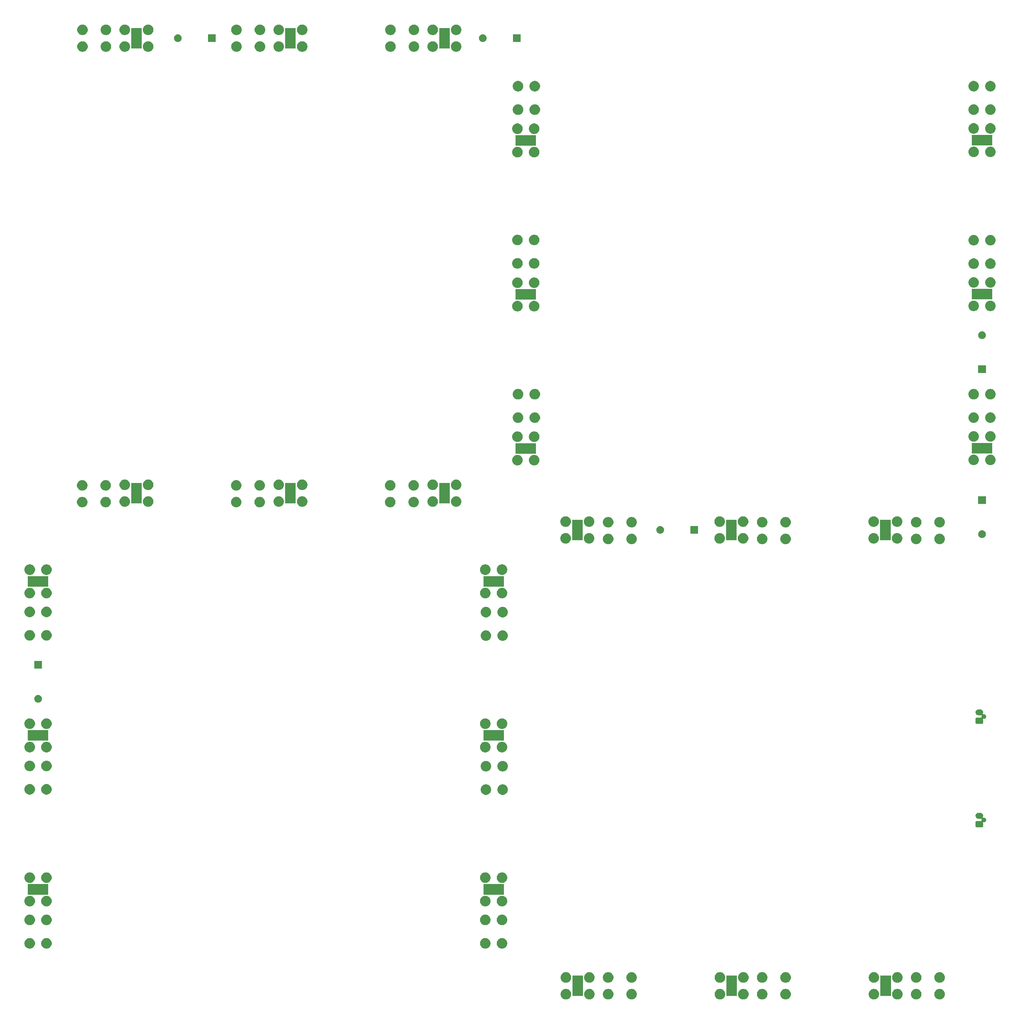
<source format=gbr>
G04 #@! TF.GenerationSoftware,KiCad,Pcbnew,5.1.4-e60b266~84~ubuntu18.04.1*
G04 #@! TF.CreationDate,2019-11-17T22:51:33-05:00*
G04 #@! TF.ProjectId,data_pod_battery_board,64617461-5f70-46f6-945f-626174746572,1*
G04 #@! TF.SameCoordinates,Original*
G04 #@! TF.FileFunction,Soldermask,Top*
G04 #@! TF.FilePolarity,Negative*
%FSLAX46Y46*%
G04 Gerber Fmt 4.6, Leading zero omitted, Abs format (unit mm)*
G04 Created by KiCad (PCBNEW 5.1.4-e60b266~84~ubuntu18.04.1) date 2019-11-17 22:51:33*
%MOMM*%
%LPD*%
G04 APERTURE LIST*
%ADD10C,0.100000*%
G04 APERTURE END LIST*
D10*
G36*
X325420063Y-342363374D02*
G01*
X325538789Y-342412552D01*
X325706693Y-342482100D01*
X325706694Y-342482101D01*
X325964656Y-342654465D01*
X326184035Y-342873844D01*
X326299205Y-343046209D01*
X326356400Y-343131807D01*
X326475126Y-343418438D01*
X326535652Y-343722723D01*
X326535652Y-344032973D01*
X326475126Y-344337258D01*
X326356400Y-344623889D01*
X326356399Y-344623890D01*
X326184035Y-344881852D01*
X325964656Y-345101231D01*
X325792291Y-345216401D01*
X325706693Y-345273596D01*
X325538789Y-345343144D01*
X325420063Y-345392322D01*
X325267919Y-345422585D01*
X325115777Y-345452848D01*
X324805527Y-345452848D01*
X324653385Y-345422585D01*
X324501241Y-345392322D01*
X324382515Y-345343144D01*
X324214611Y-345273596D01*
X324129013Y-345216401D01*
X323956648Y-345101231D01*
X323737269Y-344881852D01*
X323564905Y-344623890D01*
X323564904Y-344623889D01*
X323446178Y-344337258D01*
X323385652Y-344032973D01*
X323385652Y-343722723D01*
X323446178Y-343418438D01*
X323564904Y-343131807D01*
X323622099Y-343046209D01*
X323737269Y-342873844D01*
X323956648Y-342654465D01*
X324214610Y-342482101D01*
X324214611Y-342482100D01*
X324382515Y-342412552D01*
X324501241Y-342363374D01*
X324805527Y-342302848D01*
X325115777Y-342302848D01*
X325420063Y-342363374D01*
X325420063Y-342363374D01*
G37*
G36*
X377045063Y-342363374D02*
G01*
X377163789Y-342412552D01*
X377331693Y-342482100D01*
X377331694Y-342482101D01*
X377589656Y-342654465D01*
X377809035Y-342873844D01*
X377924205Y-343046209D01*
X377981400Y-343131807D01*
X378100126Y-343418438D01*
X378160652Y-343722723D01*
X378160652Y-344032973D01*
X378100126Y-344337258D01*
X377981400Y-344623889D01*
X377981399Y-344623890D01*
X377809035Y-344881852D01*
X377589656Y-345101231D01*
X377417291Y-345216401D01*
X377331693Y-345273596D01*
X377163789Y-345343144D01*
X377045063Y-345392322D01*
X376892919Y-345422585D01*
X376740777Y-345452848D01*
X376430527Y-345452848D01*
X376278385Y-345422585D01*
X376126241Y-345392322D01*
X376007515Y-345343144D01*
X375839611Y-345273596D01*
X375754013Y-345216401D01*
X375581648Y-345101231D01*
X375362269Y-344881852D01*
X375189905Y-344623890D01*
X375189904Y-344623889D01*
X375071178Y-344337258D01*
X375010652Y-344032973D01*
X375010652Y-343722723D01*
X375071178Y-343418438D01*
X375189904Y-343131807D01*
X375247099Y-343046209D01*
X375362269Y-342873844D01*
X375581648Y-342654465D01*
X375839610Y-342482101D01*
X375839611Y-342482100D01*
X376007515Y-342412552D01*
X376126241Y-342363374D01*
X376430527Y-342302848D01*
X376740777Y-342302848D01*
X377045063Y-342363374D01*
X377045063Y-342363374D01*
G37*
G36*
X292035063Y-342363374D02*
G01*
X292153789Y-342412552D01*
X292321693Y-342482100D01*
X292321694Y-342482101D01*
X292579656Y-342654465D01*
X292799035Y-342873844D01*
X292914205Y-343046209D01*
X292971400Y-343131807D01*
X293090126Y-343418438D01*
X293150652Y-343722723D01*
X293150652Y-344032973D01*
X293090126Y-344337258D01*
X292971400Y-344623889D01*
X292971399Y-344623890D01*
X292799035Y-344881852D01*
X292579656Y-345101231D01*
X292407291Y-345216401D01*
X292321693Y-345273596D01*
X292153789Y-345343144D01*
X292035063Y-345392322D01*
X291882919Y-345422585D01*
X291730777Y-345452848D01*
X291420527Y-345452848D01*
X291268385Y-345422585D01*
X291116241Y-345392322D01*
X290997515Y-345343144D01*
X290829611Y-345273596D01*
X290744013Y-345216401D01*
X290571648Y-345101231D01*
X290352269Y-344881852D01*
X290179905Y-344623890D01*
X290179904Y-344623889D01*
X290061178Y-344337258D01*
X290000652Y-344032973D01*
X290000652Y-343722723D01*
X290061178Y-343418438D01*
X290179904Y-343131807D01*
X290237099Y-343046209D01*
X290352269Y-342873844D01*
X290571648Y-342654465D01*
X290829610Y-342482101D01*
X290829611Y-342482100D01*
X290997515Y-342412552D01*
X291116241Y-342363374D01*
X291420527Y-342302848D01*
X291730777Y-342302848D01*
X292035063Y-342363374D01*
X292035063Y-342363374D01*
G37*
G36*
X285035063Y-342363374D02*
G01*
X285153789Y-342412552D01*
X285321693Y-342482100D01*
X285321694Y-342482101D01*
X285579656Y-342654465D01*
X285799035Y-342873844D01*
X285914205Y-343046209D01*
X285971400Y-343131807D01*
X286090126Y-343418438D01*
X286150652Y-343722723D01*
X286150652Y-344032973D01*
X286090126Y-344337258D01*
X285971400Y-344623889D01*
X285971399Y-344623890D01*
X285799035Y-344881852D01*
X285579656Y-345101231D01*
X285407291Y-345216401D01*
X285321693Y-345273596D01*
X285153789Y-345343144D01*
X285035063Y-345392322D01*
X284882919Y-345422585D01*
X284730777Y-345452848D01*
X284420527Y-345452848D01*
X284268385Y-345422585D01*
X284116241Y-345392322D01*
X283997515Y-345343144D01*
X283829611Y-345273596D01*
X283744013Y-345216401D01*
X283571648Y-345101231D01*
X283352269Y-344881852D01*
X283179905Y-344623890D01*
X283179904Y-344623889D01*
X283061178Y-344337258D01*
X283000652Y-344032973D01*
X283000652Y-343722723D01*
X283061178Y-343418438D01*
X283179904Y-343131807D01*
X283237099Y-343046209D01*
X283352269Y-342873844D01*
X283571648Y-342654465D01*
X283829610Y-342482101D01*
X283829611Y-342482100D01*
X283997515Y-342412552D01*
X284116241Y-342363374D01*
X284420527Y-342302848D01*
X284730777Y-342302848D01*
X285035063Y-342363374D01*
X285035063Y-342363374D01*
G37*
G36*
X384045063Y-342363374D02*
G01*
X384163789Y-342412552D01*
X384331693Y-342482100D01*
X384331694Y-342482101D01*
X384589656Y-342654465D01*
X384809035Y-342873844D01*
X384924205Y-343046209D01*
X384981400Y-343131807D01*
X385100126Y-343418438D01*
X385160652Y-343722723D01*
X385160652Y-344032973D01*
X385100126Y-344337258D01*
X384981400Y-344623889D01*
X384981399Y-344623890D01*
X384809035Y-344881852D01*
X384589656Y-345101231D01*
X384417291Y-345216401D01*
X384331693Y-345273596D01*
X384163789Y-345343144D01*
X384045063Y-345392322D01*
X383892919Y-345422585D01*
X383740777Y-345452848D01*
X383430527Y-345452848D01*
X383278385Y-345422585D01*
X383126241Y-345392322D01*
X383007515Y-345343144D01*
X382839611Y-345273596D01*
X382754013Y-345216401D01*
X382581648Y-345101231D01*
X382362269Y-344881852D01*
X382189905Y-344623890D01*
X382189904Y-344623889D01*
X382071178Y-344337258D01*
X382010652Y-344032973D01*
X382010652Y-343722723D01*
X382071178Y-343418438D01*
X382189904Y-343131807D01*
X382247099Y-343046209D01*
X382362269Y-342873844D01*
X382581648Y-342654465D01*
X382839610Y-342482101D01*
X382839611Y-342482100D01*
X383007515Y-342412552D01*
X383126241Y-342363374D01*
X383430527Y-342302848D01*
X383740777Y-342302848D01*
X384045063Y-342363374D01*
X384045063Y-342363374D01*
G37*
G36*
X272415063Y-342363374D02*
G01*
X272533789Y-342412552D01*
X272701693Y-342482100D01*
X272701694Y-342482101D01*
X272959656Y-342654465D01*
X273179035Y-342873844D01*
X273294205Y-343046209D01*
X273351400Y-343131807D01*
X273470126Y-343418438D01*
X273530652Y-343722723D01*
X273530652Y-344032973D01*
X273470126Y-344337258D01*
X273351400Y-344623889D01*
X273351399Y-344623890D01*
X273179035Y-344881852D01*
X272959656Y-345101231D01*
X272787291Y-345216401D01*
X272701693Y-345273596D01*
X272533789Y-345343144D01*
X272415063Y-345392322D01*
X272262919Y-345422585D01*
X272110777Y-345452848D01*
X271800527Y-345452848D01*
X271648385Y-345422585D01*
X271496241Y-345392322D01*
X271377515Y-345343144D01*
X271209611Y-345273596D01*
X271124013Y-345216401D01*
X270951648Y-345101231D01*
X270732269Y-344881852D01*
X270559905Y-344623890D01*
X270559904Y-344623889D01*
X270441178Y-344337258D01*
X270380652Y-344032973D01*
X270380652Y-343722723D01*
X270441178Y-343418438D01*
X270559904Y-343131807D01*
X270617099Y-343046209D01*
X270732269Y-342873844D01*
X270951648Y-342654465D01*
X271209610Y-342482101D01*
X271209611Y-342482100D01*
X271377515Y-342412552D01*
X271496241Y-342363374D01*
X271800527Y-342302848D01*
X272110777Y-342302848D01*
X272415063Y-342363374D01*
X272415063Y-342363374D01*
G37*
G36*
X279415063Y-342363374D02*
G01*
X279533789Y-342412552D01*
X279701693Y-342482100D01*
X279701694Y-342482101D01*
X279959656Y-342654465D01*
X280179035Y-342873844D01*
X280294205Y-343046209D01*
X280351400Y-343131807D01*
X280470126Y-343418438D01*
X280530652Y-343722723D01*
X280530652Y-344032973D01*
X280470126Y-344337258D01*
X280351400Y-344623889D01*
X280351399Y-344623890D01*
X280179035Y-344881852D01*
X279959656Y-345101231D01*
X279787291Y-345216401D01*
X279701693Y-345273596D01*
X279533789Y-345343144D01*
X279415063Y-345392322D01*
X279262919Y-345422585D01*
X279110777Y-345452848D01*
X278800527Y-345452848D01*
X278648385Y-345422585D01*
X278496241Y-345392322D01*
X278377515Y-345343144D01*
X278209611Y-345273596D01*
X278124013Y-345216401D01*
X277951648Y-345101231D01*
X277732269Y-344881852D01*
X277559905Y-344623890D01*
X277559904Y-344623889D01*
X277441178Y-344337258D01*
X277380652Y-344032973D01*
X277380652Y-343722723D01*
X277441178Y-343418438D01*
X277559904Y-343131807D01*
X277617099Y-343046209D01*
X277732269Y-342873844D01*
X277951648Y-342654465D01*
X278209610Y-342482101D01*
X278209611Y-342482100D01*
X278377515Y-342412552D01*
X278496241Y-342363374D01*
X278800527Y-342302848D01*
X279110777Y-342302848D01*
X279415063Y-342363374D01*
X279415063Y-342363374D01*
G37*
G36*
X371425063Y-342363374D02*
G01*
X371543789Y-342412552D01*
X371711693Y-342482100D01*
X371711694Y-342482101D01*
X371969656Y-342654465D01*
X372189035Y-342873844D01*
X372304205Y-343046209D01*
X372361400Y-343131807D01*
X372480126Y-343418438D01*
X372540652Y-343722723D01*
X372540652Y-344032973D01*
X372480126Y-344337258D01*
X372361400Y-344623889D01*
X372361399Y-344623890D01*
X372189035Y-344881852D01*
X371969656Y-345101231D01*
X371797291Y-345216401D01*
X371711693Y-345273596D01*
X371543789Y-345343144D01*
X371425063Y-345392322D01*
X371272919Y-345422585D01*
X371120777Y-345452848D01*
X370810527Y-345452848D01*
X370658385Y-345422585D01*
X370506241Y-345392322D01*
X370387515Y-345343144D01*
X370219611Y-345273596D01*
X370134013Y-345216401D01*
X369961648Y-345101231D01*
X369742269Y-344881852D01*
X369569905Y-344623890D01*
X369569904Y-344623889D01*
X369451178Y-344337258D01*
X369390652Y-344032973D01*
X369390652Y-343722723D01*
X369451178Y-343418438D01*
X369569904Y-343131807D01*
X369627099Y-343046209D01*
X369742269Y-342873844D01*
X369961648Y-342654465D01*
X370219610Y-342482101D01*
X370219611Y-342482100D01*
X370387515Y-342412552D01*
X370506241Y-342363374D01*
X370810527Y-342302848D01*
X371120777Y-342302848D01*
X371425063Y-342363374D01*
X371425063Y-342363374D01*
G37*
G36*
X364425063Y-342363374D02*
G01*
X364543789Y-342412552D01*
X364711693Y-342482100D01*
X364711694Y-342482101D01*
X364969656Y-342654465D01*
X365189035Y-342873844D01*
X365304205Y-343046209D01*
X365361400Y-343131807D01*
X365480126Y-343418438D01*
X365540652Y-343722723D01*
X365540652Y-344032973D01*
X365480126Y-344337258D01*
X365361400Y-344623889D01*
X365361399Y-344623890D01*
X365189035Y-344881852D01*
X364969656Y-345101231D01*
X364797291Y-345216401D01*
X364711693Y-345273596D01*
X364543789Y-345343144D01*
X364425063Y-345392322D01*
X364272919Y-345422585D01*
X364120777Y-345452848D01*
X363810527Y-345452848D01*
X363658385Y-345422585D01*
X363506241Y-345392322D01*
X363387515Y-345343144D01*
X363219611Y-345273596D01*
X363134013Y-345216401D01*
X362961648Y-345101231D01*
X362742269Y-344881852D01*
X362569905Y-344623890D01*
X362569904Y-344623889D01*
X362451178Y-344337258D01*
X362390652Y-344032973D01*
X362390652Y-343722723D01*
X362451178Y-343418438D01*
X362569904Y-343131807D01*
X362627099Y-343046209D01*
X362742269Y-342873844D01*
X362961648Y-342654465D01*
X363219610Y-342482101D01*
X363219611Y-342482100D01*
X363387515Y-342412552D01*
X363506241Y-342363374D01*
X363810527Y-342302848D01*
X364120777Y-342302848D01*
X364425063Y-342363374D01*
X364425063Y-342363374D01*
G37*
G36*
X318420063Y-342363374D02*
G01*
X318538789Y-342412552D01*
X318706693Y-342482100D01*
X318706694Y-342482101D01*
X318964656Y-342654465D01*
X319184035Y-342873844D01*
X319299205Y-343046209D01*
X319356400Y-343131807D01*
X319475126Y-343418438D01*
X319535652Y-343722723D01*
X319535652Y-344032973D01*
X319475126Y-344337258D01*
X319356400Y-344623889D01*
X319356399Y-344623890D01*
X319184035Y-344881852D01*
X318964656Y-345101231D01*
X318792291Y-345216401D01*
X318706693Y-345273596D01*
X318538789Y-345343144D01*
X318420063Y-345392322D01*
X318267919Y-345422585D01*
X318115777Y-345452848D01*
X317805527Y-345452848D01*
X317653385Y-345422585D01*
X317501241Y-345392322D01*
X317382515Y-345343144D01*
X317214611Y-345273596D01*
X317129013Y-345216401D01*
X316956648Y-345101231D01*
X316737269Y-344881852D01*
X316564905Y-344623890D01*
X316564904Y-344623889D01*
X316446178Y-344337258D01*
X316385652Y-344032973D01*
X316385652Y-343722723D01*
X316446178Y-343418438D01*
X316564904Y-343131807D01*
X316622099Y-343046209D01*
X316737269Y-342873844D01*
X316956648Y-342654465D01*
X317214610Y-342482101D01*
X317214611Y-342482100D01*
X317382515Y-342412552D01*
X317501241Y-342363374D01*
X317805527Y-342302848D01*
X318115777Y-342302848D01*
X318420063Y-342363374D01*
X318420063Y-342363374D01*
G37*
G36*
X338040063Y-342363374D02*
G01*
X338158789Y-342412552D01*
X338326693Y-342482100D01*
X338326694Y-342482101D01*
X338584656Y-342654465D01*
X338804035Y-342873844D01*
X338919205Y-343046209D01*
X338976400Y-343131807D01*
X339095126Y-343418438D01*
X339155652Y-343722723D01*
X339155652Y-344032973D01*
X339095126Y-344337258D01*
X338976400Y-344623889D01*
X338976399Y-344623890D01*
X338804035Y-344881852D01*
X338584656Y-345101231D01*
X338412291Y-345216401D01*
X338326693Y-345273596D01*
X338158789Y-345343144D01*
X338040063Y-345392322D01*
X337887919Y-345422585D01*
X337735777Y-345452848D01*
X337425527Y-345452848D01*
X337273385Y-345422585D01*
X337121241Y-345392322D01*
X337002515Y-345343144D01*
X336834611Y-345273596D01*
X336749013Y-345216401D01*
X336576648Y-345101231D01*
X336357269Y-344881852D01*
X336184905Y-344623890D01*
X336184904Y-344623889D01*
X336066178Y-344337258D01*
X336005652Y-344032973D01*
X336005652Y-343722723D01*
X336066178Y-343418438D01*
X336184904Y-343131807D01*
X336242099Y-343046209D01*
X336357269Y-342873844D01*
X336576648Y-342654465D01*
X336834610Y-342482101D01*
X336834611Y-342482100D01*
X337002515Y-342412552D01*
X337121241Y-342363374D01*
X337425527Y-342302848D01*
X337735777Y-342302848D01*
X338040063Y-342363374D01*
X338040063Y-342363374D01*
G37*
G36*
X331040063Y-342363374D02*
G01*
X331158789Y-342412552D01*
X331326693Y-342482100D01*
X331326694Y-342482101D01*
X331584656Y-342654465D01*
X331804035Y-342873844D01*
X331919205Y-343046209D01*
X331976400Y-343131807D01*
X332095126Y-343418438D01*
X332155652Y-343722723D01*
X332155652Y-344032973D01*
X332095126Y-344337258D01*
X331976400Y-344623889D01*
X331976399Y-344623890D01*
X331804035Y-344881852D01*
X331584656Y-345101231D01*
X331412291Y-345216401D01*
X331326693Y-345273596D01*
X331158789Y-345343144D01*
X331040063Y-345392322D01*
X330887919Y-345422585D01*
X330735777Y-345452848D01*
X330425527Y-345452848D01*
X330273385Y-345422585D01*
X330121241Y-345392322D01*
X330002515Y-345343144D01*
X329834611Y-345273596D01*
X329749013Y-345216401D01*
X329576648Y-345101231D01*
X329357269Y-344881852D01*
X329184905Y-344623890D01*
X329184904Y-344623889D01*
X329066178Y-344337258D01*
X329005652Y-344032973D01*
X329005652Y-343722723D01*
X329066178Y-343418438D01*
X329184904Y-343131807D01*
X329242099Y-343046209D01*
X329357269Y-342873844D01*
X329576648Y-342654465D01*
X329834610Y-342482101D01*
X329834611Y-342482100D01*
X330002515Y-342412552D01*
X330121241Y-342363374D01*
X330425527Y-342302848D01*
X330735777Y-342302848D01*
X331040063Y-342363374D01*
X331040063Y-342363374D01*
G37*
G36*
X369040652Y-344428848D02*
G01*
X365890652Y-344428848D01*
X365890652Y-338326848D01*
X369040652Y-338326848D01*
X369040652Y-344428848D01*
X369040652Y-344428848D01*
G37*
G36*
X277030652Y-344428848D02*
G01*
X273880652Y-344428848D01*
X273880652Y-338326848D01*
X277030652Y-338326848D01*
X277030652Y-344428848D01*
X277030652Y-344428848D01*
G37*
G36*
X323035652Y-344428848D02*
G01*
X319885652Y-344428848D01*
X319885652Y-338326848D01*
X323035652Y-338326848D01*
X323035652Y-344428848D01*
X323035652Y-344428848D01*
G37*
G36*
X318267919Y-337333111D02*
G01*
X318420063Y-337363374D01*
X318538789Y-337412552D01*
X318706693Y-337482100D01*
X318706694Y-337482101D01*
X318964656Y-337654465D01*
X319184035Y-337873844D01*
X319299205Y-338046209D01*
X319356400Y-338131807D01*
X319475126Y-338418438D01*
X319535652Y-338722723D01*
X319535652Y-339032973D01*
X319475126Y-339337258D01*
X319356400Y-339623889D01*
X319356399Y-339623890D01*
X319184035Y-339881852D01*
X318964656Y-340101231D01*
X318792291Y-340216401D01*
X318706693Y-340273596D01*
X318538789Y-340343144D01*
X318420063Y-340392322D01*
X318115777Y-340452848D01*
X317805527Y-340452848D01*
X317501241Y-340392322D01*
X317382515Y-340343144D01*
X317214611Y-340273596D01*
X317129013Y-340216401D01*
X316956648Y-340101231D01*
X316737269Y-339881852D01*
X316564905Y-339623890D01*
X316564904Y-339623889D01*
X316446178Y-339337258D01*
X316385652Y-339032973D01*
X316385652Y-338722723D01*
X316446178Y-338418438D01*
X316564904Y-338131807D01*
X316622099Y-338046209D01*
X316737269Y-337873844D01*
X316956648Y-337654465D01*
X317214610Y-337482101D01*
X317214611Y-337482100D01*
X317382515Y-337412552D01*
X317501241Y-337363374D01*
X317653385Y-337333111D01*
X317805527Y-337302848D01*
X318115777Y-337302848D01*
X318267919Y-337333111D01*
X318267919Y-337333111D01*
G37*
G36*
X284882919Y-337333111D02*
G01*
X285035063Y-337363374D01*
X285153789Y-337412552D01*
X285321693Y-337482100D01*
X285321694Y-337482101D01*
X285579656Y-337654465D01*
X285799035Y-337873844D01*
X285914205Y-338046209D01*
X285971400Y-338131807D01*
X286090126Y-338418438D01*
X286150652Y-338722723D01*
X286150652Y-339032973D01*
X286090126Y-339337258D01*
X285971400Y-339623889D01*
X285971399Y-339623890D01*
X285799035Y-339881852D01*
X285579656Y-340101231D01*
X285407291Y-340216401D01*
X285321693Y-340273596D01*
X285153789Y-340343144D01*
X285035063Y-340392322D01*
X284730777Y-340452848D01*
X284420527Y-340452848D01*
X284116241Y-340392322D01*
X283997515Y-340343144D01*
X283829611Y-340273596D01*
X283744013Y-340216401D01*
X283571648Y-340101231D01*
X283352269Y-339881852D01*
X283179905Y-339623890D01*
X283179904Y-339623889D01*
X283061178Y-339337258D01*
X283000652Y-339032973D01*
X283000652Y-338722723D01*
X283061178Y-338418438D01*
X283179904Y-338131807D01*
X283237099Y-338046209D01*
X283352269Y-337873844D01*
X283571648Y-337654465D01*
X283829610Y-337482101D01*
X283829611Y-337482100D01*
X283997515Y-337412552D01*
X284116241Y-337363374D01*
X284268385Y-337333111D01*
X284420527Y-337302848D01*
X284730777Y-337302848D01*
X284882919Y-337333111D01*
X284882919Y-337333111D01*
G37*
G36*
X291882919Y-337333111D02*
G01*
X292035063Y-337363374D01*
X292153789Y-337412552D01*
X292321693Y-337482100D01*
X292321694Y-337482101D01*
X292579656Y-337654465D01*
X292799035Y-337873844D01*
X292914205Y-338046209D01*
X292971400Y-338131807D01*
X293090126Y-338418438D01*
X293150652Y-338722723D01*
X293150652Y-339032973D01*
X293090126Y-339337258D01*
X292971400Y-339623889D01*
X292971399Y-339623890D01*
X292799035Y-339881852D01*
X292579656Y-340101231D01*
X292407291Y-340216401D01*
X292321693Y-340273596D01*
X292153789Y-340343144D01*
X292035063Y-340392322D01*
X291730777Y-340452848D01*
X291420527Y-340452848D01*
X291116241Y-340392322D01*
X290997515Y-340343144D01*
X290829611Y-340273596D01*
X290744013Y-340216401D01*
X290571648Y-340101231D01*
X290352269Y-339881852D01*
X290179905Y-339623890D01*
X290179904Y-339623889D01*
X290061178Y-339337258D01*
X290000652Y-339032973D01*
X290000652Y-338722723D01*
X290061178Y-338418438D01*
X290179904Y-338131807D01*
X290237099Y-338046209D01*
X290352269Y-337873844D01*
X290571648Y-337654465D01*
X290829610Y-337482101D01*
X290829611Y-337482100D01*
X290997515Y-337412552D01*
X291116241Y-337363374D01*
X291268385Y-337333111D01*
X291420527Y-337302848D01*
X291730777Y-337302848D01*
X291882919Y-337333111D01*
X291882919Y-337333111D01*
G37*
G36*
X325267919Y-337333111D02*
G01*
X325420063Y-337363374D01*
X325538789Y-337412552D01*
X325706693Y-337482100D01*
X325706694Y-337482101D01*
X325964656Y-337654465D01*
X326184035Y-337873844D01*
X326299205Y-338046209D01*
X326356400Y-338131807D01*
X326475126Y-338418438D01*
X326535652Y-338722723D01*
X326535652Y-339032973D01*
X326475126Y-339337258D01*
X326356400Y-339623889D01*
X326356399Y-339623890D01*
X326184035Y-339881852D01*
X325964656Y-340101231D01*
X325792291Y-340216401D01*
X325706693Y-340273596D01*
X325538789Y-340343144D01*
X325420063Y-340392322D01*
X325115777Y-340452848D01*
X324805527Y-340452848D01*
X324501241Y-340392322D01*
X324382515Y-340343144D01*
X324214611Y-340273596D01*
X324129013Y-340216401D01*
X323956648Y-340101231D01*
X323737269Y-339881852D01*
X323564905Y-339623890D01*
X323564904Y-339623889D01*
X323446178Y-339337258D01*
X323385652Y-339032973D01*
X323385652Y-338722723D01*
X323446178Y-338418438D01*
X323564904Y-338131807D01*
X323622099Y-338046209D01*
X323737269Y-337873844D01*
X323956648Y-337654465D01*
X324214610Y-337482101D01*
X324214611Y-337482100D01*
X324382515Y-337412552D01*
X324501241Y-337363374D01*
X324653385Y-337333111D01*
X324805527Y-337302848D01*
X325115777Y-337302848D01*
X325267919Y-337333111D01*
X325267919Y-337333111D01*
G37*
G36*
X376892919Y-337333111D02*
G01*
X377045063Y-337363374D01*
X377163789Y-337412552D01*
X377331693Y-337482100D01*
X377331694Y-337482101D01*
X377589656Y-337654465D01*
X377809035Y-337873844D01*
X377924205Y-338046209D01*
X377981400Y-338131807D01*
X378100126Y-338418438D01*
X378160652Y-338722723D01*
X378160652Y-339032973D01*
X378100126Y-339337258D01*
X377981400Y-339623889D01*
X377981399Y-339623890D01*
X377809035Y-339881852D01*
X377589656Y-340101231D01*
X377417291Y-340216401D01*
X377331693Y-340273596D01*
X377163789Y-340343144D01*
X377045063Y-340392322D01*
X376740777Y-340452848D01*
X376430527Y-340452848D01*
X376126241Y-340392322D01*
X376007515Y-340343144D01*
X375839611Y-340273596D01*
X375754013Y-340216401D01*
X375581648Y-340101231D01*
X375362269Y-339881852D01*
X375189905Y-339623890D01*
X375189904Y-339623889D01*
X375071178Y-339337258D01*
X375010652Y-339032973D01*
X375010652Y-338722723D01*
X375071178Y-338418438D01*
X375189904Y-338131807D01*
X375247099Y-338046209D01*
X375362269Y-337873844D01*
X375581648Y-337654465D01*
X375839610Y-337482101D01*
X375839611Y-337482100D01*
X376007515Y-337412552D01*
X376126241Y-337363374D01*
X376278385Y-337333111D01*
X376430527Y-337302848D01*
X376740777Y-337302848D01*
X376892919Y-337333111D01*
X376892919Y-337333111D01*
G37*
G36*
X383892919Y-337333111D02*
G01*
X384045063Y-337363374D01*
X384163789Y-337412552D01*
X384331693Y-337482100D01*
X384331694Y-337482101D01*
X384589656Y-337654465D01*
X384809035Y-337873844D01*
X384924205Y-338046209D01*
X384981400Y-338131807D01*
X385100126Y-338418438D01*
X385160652Y-338722723D01*
X385160652Y-339032973D01*
X385100126Y-339337258D01*
X384981400Y-339623889D01*
X384981399Y-339623890D01*
X384809035Y-339881852D01*
X384589656Y-340101231D01*
X384417291Y-340216401D01*
X384331693Y-340273596D01*
X384163789Y-340343144D01*
X384045063Y-340392322D01*
X383740777Y-340452848D01*
X383430527Y-340452848D01*
X383126241Y-340392322D01*
X383007515Y-340343144D01*
X382839611Y-340273596D01*
X382754013Y-340216401D01*
X382581648Y-340101231D01*
X382362269Y-339881852D01*
X382189905Y-339623890D01*
X382189904Y-339623889D01*
X382071178Y-339337258D01*
X382010652Y-339032973D01*
X382010652Y-338722723D01*
X382071178Y-338418438D01*
X382189904Y-338131807D01*
X382247099Y-338046209D01*
X382362269Y-337873844D01*
X382581648Y-337654465D01*
X382839610Y-337482101D01*
X382839611Y-337482100D01*
X383007515Y-337412552D01*
X383126241Y-337363374D01*
X383278385Y-337333111D01*
X383430527Y-337302848D01*
X383740777Y-337302848D01*
X383892919Y-337333111D01*
X383892919Y-337333111D01*
G37*
G36*
X337887919Y-337333111D02*
G01*
X338040063Y-337363374D01*
X338158789Y-337412552D01*
X338326693Y-337482100D01*
X338326694Y-337482101D01*
X338584656Y-337654465D01*
X338804035Y-337873844D01*
X338919205Y-338046209D01*
X338976400Y-338131807D01*
X339095126Y-338418438D01*
X339155652Y-338722723D01*
X339155652Y-339032973D01*
X339095126Y-339337258D01*
X338976400Y-339623889D01*
X338976399Y-339623890D01*
X338804035Y-339881852D01*
X338584656Y-340101231D01*
X338412291Y-340216401D01*
X338326693Y-340273596D01*
X338158789Y-340343144D01*
X338040063Y-340392322D01*
X337735777Y-340452848D01*
X337425527Y-340452848D01*
X337121241Y-340392322D01*
X337002515Y-340343144D01*
X336834611Y-340273596D01*
X336749013Y-340216401D01*
X336576648Y-340101231D01*
X336357269Y-339881852D01*
X336184905Y-339623890D01*
X336184904Y-339623889D01*
X336066178Y-339337258D01*
X336005652Y-339032973D01*
X336005652Y-338722723D01*
X336066178Y-338418438D01*
X336184904Y-338131807D01*
X336242099Y-338046209D01*
X336357269Y-337873844D01*
X336576648Y-337654465D01*
X336834610Y-337482101D01*
X336834611Y-337482100D01*
X337002515Y-337412552D01*
X337121241Y-337363374D01*
X337273385Y-337333111D01*
X337425527Y-337302848D01*
X337735777Y-337302848D01*
X337887919Y-337333111D01*
X337887919Y-337333111D01*
G37*
G36*
X330887919Y-337333111D02*
G01*
X331040063Y-337363374D01*
X331158789Y-337412552D01*
X331326693Y-337482100D01*
X331326694Y-337482101D01*
X331584656Y-337654465D01*
X331804035Y-337873844D01*
X331919205Y-338046209D01*
X331976400Y-338131807D01*
X332095126Y-338418438D01*
X332155652Y-338722723D01*
X332155652Y-339032973D01*
X332095126Y-339337258D01*
X331976400Y-339623889D01*
X331976399Y-339623890D01*
X331804035Y-339881852D01*
X331584656Y-340101231D01*
X331412291Y-340216401D01*
X331326693Y-340273596D01*
X331158789Y-340343144D01*
X331040063Y-340392322D01*
X330735777Y-340452848D01*
X330425527Y-340452848D01*
X330121241Y-340392322D01*
X330002515Y-340343144D01*
X329834611Y-340273596D01*
X329749013Y-340216401D01*
X329576648Y-340101231D01*
X329357269Y-339881852D01*
X329184905Y-339623890D01*
X329184904Y-339623889D01*
X329066178Y-339337258D01*
X329005652Y-339032973D01*
X329005652Y-338722723D01*
X329066178Y-338418438D01*
X329184904Y-338131807D01*
X329242099Y-338046209D01*
X329357269Y-337873844D01*
X329576648Y-337654465D01*
X329834610Y-337482101D01*
X329834611Y-337482100D01*
X330002515Y-337412552D01*
X330121241Y-337363374D01*
X330273385Y-337333111D01*
X330425527Y-337302848D01*
X330735777Y-337302848D01*
X330887919Y-337333111D01*
X330887919Y-337333111D01*
G37*
G36*
X279262919Y-337333111D02*
G01*
X279415063Y-337363374D01*
X279533789Y-337412552D01*
X279701693Y-337482100D01*
X279701694Y-337482101D01*
X279959656Y-337654465D01*
X280179035Y-337873844D01*
X280294205Y-338046209D01*
X280351400Y-338131807D01*
X280470126Y-338418438D01*
X280530652Y-338722723D01*
X280530652Y-339032973D01*
X280470126Y-339337258D01*
X280351400Y-339623889D01*
X280351399Y-339623890D01*
X280179035Y-339881852D01*
X279959656Y-340101231D01*
X279787291Y-340216401D01*
X279701693Y-340273596D01*
X279533789Y-340343144D01*
X279415063Y-340392322D01*
X279110777Y-340452848D01*
X278800527Y-340452848D01*
X278496241Y-340392322D01*
X278377515Y-340343144D01*
X278209611Y-340273596D01*
X278124013Y-340216401D01*
X277951648Y-340101231D01*
X277732269Y-339881852D01*
X277559905Y-339623890D01*
X277559904Y-339623889D01*
X277441178Y-339337258D01*
X277380652Y-339032973D01*
X277380652Y-338722723D01*
X277441178Y-338418438D01*
X277559904Y-338131807D01*
X277617099Y-338046209D01*
X277732269Y-337873844D01*
X277951648Y-337654465D01*
X278209610Y-337482101D01*
X278209611Y-337482100D01*
X278377515Y-337412552D01*
X278496241Y-337363374D01*
X278648385Y-337333111D01*
X278800527Y-337302848D01*
X279110777Y-337302848D01*
X279262919Y-337333111D01*
X279262919Y-337333111D01*
G37*
G36*
X272262919Y-337333111D02*
G01*
X272415063Y-337363374D01*
X272533789Y-337412552D01*
X272701693Y-337482100D01*
X272701694Y-337482101D01*
X272959656Y-337654465D01*
X273179035Y-337873844D01*
X273294205Y-338046209D01*
X273351400Y-338131807D01*
X273470126Y-338418438D01*
X273530652Y-338722723D01*
X273530652Y-339032973D01*
X273470126Y-339337258D01*
X273351400Y-339623889D01*
X273351399Y-339623890D01*
X273179035Y-339881852D01*
X272959656Y-340101231D01*
X272787291Y-340216401D01*
X272701693Y-340273596D01*
X272533789Y-340343144D01*
X272415063Y-340392322D01*
X272110777Y-340452848D01*
X271800527Y-340452848D01*
X271496241Y-340392322D01*
X271377515Y-340343144D01*
X271209611Y-340273596D01*
X271124013Y-340216401D01*
X270951648Y-340101231D01*
X270732269Y-339881852D01*
X270559905Y-339623890D01*
X270559904Y-339623889D01*
X270441178Y-339337258D01*
X270380652Y-339032973D01*
X270380652Y-338722723D01*
X270441178Y-338418438D01*
X270559904Y-338131807D01*
X270617099Y-338046209D01*
X270732269Y-337873844D01*
X270951648Y-337654465D01*
X271209610Y-337482101D01*
X271209611Y-337482100D01*
X271377515Y-337412552D01*
X271496241Y-337363374D01*
X271648385Y-337333111D01*
X271800527Y-337302848D01*
X272110777Y-337302848D01*
X272262919Y-337333111D01*
X272262919Y-337333111D01*
G37*
G36*
X364272919Y-337333111D02*
G01*
X364425063Y-337363374D01*
X364543789Y-337412552D01*
X364711693Y-337482100D01*
X364711694Y-337482101D01*
X364969656Y-337654465D01*
X365189035Y-337873844D01*
X365304205Y-338046209D01*
X365361400Y-338131807D01*
X365480126Y-338418438D01*
X365540652Y-338722723D01*
X365540652Y-339032973D01*
X365480126Y-339337258D01*
X365361400Y-339623889D01*
X365361399Y-339623890D01*
X365189035Y-339881852D01*
X364969656Y-340101231D01*
X364797291Y-340216401D01*
X364711693Y-340273596D01*
X364543789Y-340343144D01*
X364425063Y-340392322D01*
X364120777Y-340452848D01*
X363810527Y-340452848D01*
X363506241Y-340392322D01*
X363387515Y-340343144D01*
X363219611Y-340273596D01*
X363134013Y-340216401D01*
X362961648Y-340101231D01*
X362742269Y-339881852D01*
X362569905Y-339623890D01*
X362569904Y-339623889D01*
X362451178Y-339337258D01*
X362390652Y-339032973D01*
X362390652Y-338722723D01*
X362451178Y-338418438D01*
X362569904Y-338131807D01*
X362627099Y-338046209D01*
X362742269Y-337873844D01*
X362961648Y-337654465D01*
X363219610Y-337482101D01*
X363219611Y-337482100D01*
X363387515Y-337412552D01*
X363506241Y-337363374D01*
X363658385Y-337333111D01*
X363810527Y-337302848D01*
X364120777Y-337302848D01*
X364272919Y-337333111D01*
X364272919Y-337333111D01*
G37*
G36*
X371272919Y-337333111D02*
G01*
X371425063Y-337363374D01*
X371543789Y-337412552D01*
X371711693Y-337482100D01*
X371711694Y-337482101D01*
X371969656Y-337654465D01*
X372189035Y-337873844D01*
X372304205Y-338046209D01*
X372361400Y-338131807D01*
X372480126Y-338418438D01*
X372540652Y-338722723D01*
X372540652Y-339032973D01*
X372480126Y-339337258D01*
X372361400Y-339623889D01*
X372361399Y-339623890D01*
X372189035Y-339881852D01*
X371969656Y-340101231D01*
X371797291Y-340216401D01*
X371711693Y-340273596D01*
X371543789Y-340343144D01*
X371425063Y-340392322D01*
X371120777Y-340452848D01*
X370810527Y-340452848D01*
X370506241Y-340392322D01*
X370387515Y-340343144D01*
X370219611Y-340273596D01*
X370134013Y-340216401D01*
X369961648Y-340101231D01*
X369742269Y-339881852D01*
X369569905Y-339623890D01*
X369569904Y-339623889D01*
X369451178Y-339337258D01*
X369390652Y-339032973D01*
X369390652Y-338722723D01*
X369451178Y-338418438D01*
X369569904Y-338131807D01*
X369627099Y-338046209D01*
X369742269Y-337873844D01*
X369961648Y-337654465D01*
X370219610Y-337482101D01*
X370219611Y-337482100D01*
X370387515Y-337412552D01*
X370506241Y-337363374D01*
X370658385Y-337333111D01*
X370810527Y-337302848D01*
X371120777Y-337302848D01*
X371272919Y-337333111D01*
X371272919Y-337333111D01*
G37*
G36*
X253165419Y-327143111D02*
G01*
X253317563Y-327173374D01*
X253436289Y-327222552D01*
X253604193Y-327292100D01*
X253604194Y-327292101D01*
X253862156Y-327464465D01*
X254081535Y-327683844D01*
X254196705Y-327856209D01*
X254253900Y-327941807D01*
X254372626Y-328228438D01*
X254433152Y-328532723D01*
X254433152Y-328842973D01*
X254372626Y-329147258D01*
X254253900Y-329433889D01*
X254253899Y-329433890D01*
X254081535Y-329691852D01*
X253862156Y-329911231D01*
X253689791Y-330026401D01*
X253604193Y-330083596D01*
X253436289Y-330153144D01*
X253317563Y-330202322D01*
X253013277Y-330262848D01*
X252703027Y-330262848D01*
X252398741Y-330202322D01*
X252280015Y-330153144D01*
X252112111Y-330083596D01*
X252026513Y-330026401D01*
X251854148Y-329911231D01*
X251634769Y-329691852D01*
X251462405Y-329433890D01*
X251462404Y-329433889D01*
X251343678Y-329147258D01*
X251283152Y-328842973D01*
X251283152Y-328532723D01*
X251343678Y-328228438D01*
X251462404Y-327941807D01*
X251519599Y-327856209D01*
X251634769Y-327683844D01*
X251854148Y-327464465D01*
X252112110Y-327292101D01*
X252112111Y-327292100D01*
X252280015Y-327222552D01*
X252398741Y-327173374D01*
X252550885Y-327143111D01*
X252703027Y-327112848D01*
X253013277Y-327112848D01*
X253165419Y-327143111D01*
X253165419Y-327143111D01*
G37*
G36*
X112075419Y-327143111D02*
G01*
X112227563Y-327173374D01*
X112346289Y-327222552D01*
X112514193Y-327292100D01*
X112514194Y-327292101D01*
X112772156Y-327464465D01*
X112991535Y-327683844D01*
X113106705Y-327856209D01*
X113163900Y-327941807D01*
X113282626Y-328228438D01*
X113343152Y-328532723D01*
X113343152Y-328842973D01*
X113282626Y-329147258D01*
X113163900Y-329433889D01*
X113163899Y-329433890D01*
X112991535Y-329691852D01*
X112772156Y-329911231D01*
X112599791Y-330026401D01*
X112514193Y-330083596D01*
X112346289Y-330153144D01*
X112227563Y-330202322D01*
X111923277Y-330262848D01*
X111613027Y-330262848D01*
X111308741Y-330202322D01*
X111190015Y-330153144D01*
X111022111Y-330083596D01*
X110936513Y-330026401D01*
X110764148Y-329911231D01*
X110544769Y-329691852D01*
X110372405Y-329433890D01*
X110372404Y-329433889D01*
X110253678Y-329147258D01*
X110193152Y-328842973D01*
X110193152Y-328532723D01*
X110253678Y-328228438D01*
X110372404Y-327941807D01*
X110429599Y-327856209D01*
X110544769Y-327683844D01*
X110764148Y-327464465D01*
X111022110Y-327292101D01*
X111022111Y-327292100D01*
X111190015Y-327222552D01*
X111308741Y-327173374D01*
X111460885Y-327143111D01*
X111613027Y-327112848D01*
X111923277Y-327112848D01*
X112075419Y-327143111D01*
X112075419Y-327143111D01*
G37*
G36*
X117075419Y-327143111D02*
G01*
X117227563Y-327173374D01*
X117346289Y-327222552D01*
X117514193Y-327292100D01*
X117514194Y-327292101D01*
X117772156Y-327464465D01*
X117991535Y-327683844D01*
X118106705Y-327856209D01*
X118163900Y-327941807D01*
X118282626Y-328228438D01*
X118343152Y-328532723D01*
X118343152Y-328842973D01*
X118282626Y-329147258D01*
X118163900Y-329433889D01*
X118163899Y-329433890D01*
X117991535Y-329691852D01*
X117772156Y-329911231D01*
X117599791Y-330026401D01*
X117514193Y-330083596D01*
X117346289Y-330153144D01*
X117227563Y-330202322D01*
X116923277Y-330262848D01*
X116613027Y-330262848D01*
X116308741Y-330202322D01*
X116190015Y-330153144D01*
X116022111Y-330083596D01*
X115936513Y-330026401D01*
X115764148Y-329911231D01*
X115544769Y-329691852D01*
X115372405Y-329433890D01*
X115372404Y-329433889D01*
X115253678Y-329147258D01*
X115193152Y-328842973D01*
X115193152Y-328532723D01*
X115253678Y-328228438D01*
X115372404Y-327941807D01*
X115429599Y-327856209D01*
X115544769Y-327683844D01*
X115764148Y-327464465D01*
X116022110Y-327292101D01*
X116022111Y-327292100D01*
X116190015Y-327222552D01*
X116308741Y-327173374D01*
X116460885Y-327143111D01*
X116613027Y-327112848D01*
X116923277Y-327112848D01*
X117075419Y-327143111D01*
X117075419Y-327143111D01*
G37*
G36*
X248165419Y-327143111D02*
G01*
X248317563Y-327173374D01*
X248436289Y-327222552D01*
X248604193Y-327292100D01*
X248604194Y-327292101D01*
X248862156Y-327464465D01*
X249081535Y-327683844D01*
X249196705Y-327856209D01*
X249253900Y-327941807D01*
X249372626Y-328228438D01*
X249433152Y-328532723D01*
X249433152Y-328842973D01*
X249372626Y-329147258D01*
X249253900Y-329433889D01*
X249253899Y-329433890D01*
X249081535Y-329691852D01*
X248862156Y-329911231D01*
X248689791Y-330026401D01*
X248604193Y-330083596D01*
X248436289Y-330153144D01*
X248317563Y-330202322D01*
X248013277Y-330262848D01*
X247703027Y-330262848D01*
X247398741Y-330202322D01*
X247280015Y-330153144D01*
X247112111Y-330083596D01*
X247026513Y-330026401D01*
X246854148Y-329911231D01*
X246634769Y-329691852D01*
X246462405Y-329433890D01*
X246462404Y-329433889D01*
X246343678Y-329147258D01*
X246283152Y-328842973D01*
X246283152Y-328532723D01*
X246343678Y-328228438D01*
X246462404Y-327941807D01*
X246519599Y-327856209D01*
X246634769Y-327683844D01*
X246854148Y-327464465D01*
X247112110Y-327292101D01*
X247112111Y-327292100D01*
X247280015Y-327222552D01*
X247398741Y-327173374D01*
X247550885Y-327143111D01*
X247703027Y-327112848D01*
X248013277Y-327112848D01*
X248165419Y-327143111D01*
X248165419Y-327143111D01*
G37*
G36*
X253165419Y-320143111D02*
G01*
X253317563Y-320173374D01*
X253436289Y-320222552D01*
X253604193Y-320292100D01*
X253604194Y-320292101D01*
X253862156Y-320464465D01*
X254081535Y-320683844D01*
X254196705Y-320856209D01*
X254253900Y-320941807D01*
X254372626Y-321228438D01*
X254433152Y-321532723D01*
X254433152Y-321842973D01*
X254372626Y-322147258D01*
X254253900Y-322433889D01*
X254253899Y-322433890D01*
X254081535Y-322691852D01*
X253862156Y-322911231D01*
X253689791Y-323026401D01*
X253604193Y-323083596D01*
X253436289Y-323153144D01*
X253317563Y-323202322D01*
X253165419Y-323232585D01*
X253013277Y-323262848D01*
X252703027Y-323262848D01*
X252550885Y-323232585D01*
X252398741Y-323202322D01*
X252280015Y-323153144D01*
X252112111Y-323083596D01*
X252026513Y-323026401D01*
X251854148Y-322911231D01*
X251634769Y-322691852D01*
X251462405Y-322433890D01*
X251462404Y-322433889D01*
X251343678Y-322147258D01*
X251283152Y-321842973D01*
X251283152Y-321532723D01*
X251343678Y-321228438D01*
X251462404Y-320941807D01*
X251519599Y-320856209D01*
X251634769Y-320683844D01*
X251854148Y-320464465D01*
X252112110Y-320292101D01*
X252112111Y-320292100D01*
X252280015Y-320222552D01*
X252398741Y-320173374D01*
X252550885Y-320143111D01*
X252703027Y-320112848D01*
X253013277Y-320112848D01*
X253165419Y-320143111D01*
X253165419Y-320143111D01*
G37*
G36*
X248165419Y-320143111D02*
G01*
X248317563Y-320173374D01*
X248436289Y-320222552D01*
X248604193Y-320292100D01*
X248604194Y-320292101D01*
X248862156Y-320464465D01*
X249081535Y-320683844D01*
X249196705Y-320856209D01*
X249253900Y-320941807D01*
X249372626Y-321228438D01*
X249433152Y-321532723D01*
X249433152Y-321842973D01*
X249372626Y-322147258D01*
X249253900Y-322433889D01*
X249253899Y-322433890D01*
X249081535Y-322691852D01*
X248862156Y-322911231D01*
X248689791Y-323026401D01*
X248604193Y-323083596D01*
X248436289Y-323153144D01*
X248317563Y-323202322D01*
X248165419Y-323232585D01*
X248013277Y-323262848D01*
X247703027Y-323262848D01*
X247550885Y-323232585D01*
X247398741Y-323202322D01*
X247280015Y-323153144D01*
X247112111Y-323083596D01*
X247026513Y-323026401D01*
X246854148Y-322911231D01*
X246634769Y-322691852D01*
X246462405Y-322433890D01*
X246462404Y-322433889D01*
X246343678Y-322147258D01*
X246283152Y-321842973D01*
X246283152Y-321532723D01*
X246343678Y-321228438D01*
X246462404Y-320941807D01*
X246519599Y-320856209D01*
X246634769Y-320683844D01*
X246854148Y-320464465D01*
X247112110Y-320292101D01*
X247112111Y-320292100D01*
X247280015Y-320222552D01*
X247398741Y-320173374D01*
X247550885Y-320143111D01*
X247703027Y-320112848D01*
X248013277Y-320112848D01*
X248165419Y-320143111D01*
X248165419Y-320143111D01*
G37*
G36*
X117075419Y-320143111D02*
G01*
X117227563Y-320173374D01*
X117346289Y-320222552D01*
X117514193Y-320292100D01*
X117514194Y-320292101D01*
X117772156Y-320464465D01*
X117991535Y-320683844D01*
X118106705Y-320856209D01*
X118163900Y-320941807D01*
X118282626Y-321228438D01*
X118343152Y-321532723D01*
X118343152Y-321842973D01*
X118282626Y-322147258D01*
X118163900Y-322433889D01*
X118163899Y-322433890D01*
X117991535Y-322691852D01*
X117772156Y-322911231D01*
X117599791Y-323026401D01*
X117514193Y-323083596D01*
X117346289Y-323153144D01*
X117227563Y-323202322D01*
X117075419Y-323232585D01*
X116923277Y-323262848D01*
X116613027Y-323262848D01*
X116460885Y-323232585D01*
X116308741Y-323202322D01*
X116190015Y-323153144D01*
X116022111Y-323083596D01*
X115936513Y-323026401D01*
X115764148Y-322911231D01*
X115544769Y-322691852D01*
X115372405Y-322433890D01*
X115372404Y-322433889D01*
X115253678Y-322147258D01*
X115193152Y-321842973D01*
X115193152Y-321532723D01*
X115253678Y-321228438D01*
X115372404Y-320941807D01*
X115429599Y-320856209D01*
X115544769Y-320683844D01*
X115764148Y-320464465D01*
X116022110Y-320292101D01*
X116022111Y-320292100D01*
X116190015Y-320222552D01*
X116308741Y-320173374D01*
X116460885Y-320143111D01*
X116613027Y-320112848D01*
X116923277Y-320112848D01*
X117075419Y-320143111D01*
X117075419Y-320143111D01*
G37*
G36*
X112075419Y-320143111D02*
G01*
X112227563Y-320173374D01*
X112346289Y-320222552D01*
X112514193Y-320292100D01*
X112514194Y-320292101D01*
X112772156Y-320464465D01*
X112991535Y-320683844D01*
X113106705Y-320856209D01*
X113163900Y-320941807D01*
X113282626Y-321228438D01*
X113343152Y-321532723D01*
X113343152Y-321842973D01*
X113282626Y-322147258D01*
X113163900Y-322433889D01*
X113163899Y-322433890D01*
X112991535Y-322691852D01*
X112772156Y-322911231D01*
X112599791Y-323026401D01*
X112514193Y-323083596D01*
X112346289Y-323153144D01*
X112227563Y-323202322D01*
X112075419Y-323232585D01*
X111923277Y-323262848D01*
X111613027Y-323262848D01*
X111460885Y-323232585D01*
X111308741Y-323202322D01*
X111190015Y-323153144D01*
X111022111Y-323083596D01*
X110936513Y-323026401D01*
X110764148Y-322911231D01*
X110544769Y-322691852D01*
X110372405Y-322433890D01*
X110372404Y-322433889D01*
X110253678Y-322147258D01*
X110193152Y-321842973D01*
X110193152Y-321532723D01*
X110253678Y-321228438D01*
X110372404Y-320941807D01*
X110429599Y-320856209D01*
X110544769Y-320683844D01*
X110764148Y-320464465D01*
X111022110Y-320292101D01*
X111022111Y-320292100D01*
X111190015Y-320222552D01*
X111308741Y-320173374D01*
X111460885Y-320143111D01*
X111613027Y-320112848D01*
X111923277Y-320112848D01*
X112075419Y-320143111D01*
X112075419Y-320143111D01*
G37*
G36*
X112075419Y-314523111D02*
G01*
X112227563Y-314553374D01*
X112346289Y-314602552D01*
X112514193Y-314672100D01*
X112514194Y-314672101D01*
X112772156Y-314844465D01*
X112991535Y-315063844D01*
X113106705Y-315236209D01*
X113163900Y-315321807D01*
X113282626Y-315608438D01*
X113343152Y-315912723D01*
X113343152Y-316222973D01*
X113282626Y-316527258D01*
X113163900Y-316813889D01*
X113163899Y-316813890D01*
X112991535Y-317071852D01*
X112772156Y-317291231D01*
X112599791Y-317406401D01*
X112514193Y-317463596D01*
X112346289Y-317533144D01*
X112227563Y-317582322D01*
X112075419Y-317612585D01*
X111923277Y-317642848D01*
X111613027Y-317642848D01*
X111460885Y-317612585D01*
X111308741Y-317582322D01*
X111190015Y-317533144D01*
X111022111Y-317463596D01*
X110936513Y-317406401D01*
X110764148Y-317291231D01*
X110544769Y-317071852D01*
X110372405Y-316813890D01*
X110372404Y-316813889D01*
X110253678Y-316527258D01*
X110193152Y-316222973D01*
X110193152Y-315912723D01*
X110253678Y-315608438D01*
X110372404Y-315321807D01*
X110429599Y-315236209D01*
X110544769Y-315063844D01*
X110764148Y-314844465D01*
X111022110Y-314672101D01*
X111022111Y-314672100D01*
X111190015Y-314602552D01*
X111308741Y-314553374D01*
X111460885Y-314523111D01*
X111613027Y-314492848D01*
X111923277Y-314492848D01*
X112075419Y-314523111D01*
X112075419Y-314523111D01*
G37*
G36*
X253165419Y-314523111D02*
G01*
X253317563Y-314553374D01*
X253436289Y-314602552D01*
X253604193Y-314672100D01*
X253604194Y-314672101D01*
X253862156Y-314844465D01*
X254081535Y-315063844D01*
X254196705Y-315236209D01*
X254253900Y-315321807D01*
X254372626Y-315608438D01*
X254433152Y-315912723D01*
X254433152Y-316222973D01*
X254372626Y-316527258D01*
X254253900Y-316813889D01*
X254253899Y-316813890D01*
X254081535Y-317071852D01*
X253862156Y-317291231D01*
X253689791Y-317406401D01*
X253604193Y-317463596D01*
X253436289Y-317533144D01*
X253317563Y-317582322D01*
X253165419Y-317612585D01*
X253013277Y-317642848D01*
X252703027Y-317642848D01*
X252550885Y-317612585D01*
X252398741Y-317582322D01*
X252280015Y-317533144D01*
X252112111Y-317463596D01*
X252026513Y-317406401D01*
X251854148Y-317291231D01*
X251634769Y-317071852D01*
X251462405Y-316813890D01*
X251462404Y-316813889D01*
X251343678Y-316527258D01*
X251283152Y-316222973D01*
X251283152Y-315912723D01*
X251343678Y-315608438D01*
X251462404Y-315321807D01*
X251519599Y-315236209D01*
X251634769Y-315063844D01*
X251854148Y-314844465D01*
X252112110Y-314672101D01*
X252112111Y-314672100D01*
X252280015Y-314602552D01*
X252398741Y-314553374D01*
X252550885Y-314523111D01*
X252703027Y-314492848D01*
X253013277Y-314492848D01*
X253165419Y-314523111D01*
X253165419Y-314523111D01*
G37*
G36*
X117075419Y-314523111D02*
G01*
X117227563Y-314553374D01*
X117346289Y-314602552D01*
X117514193Y-314672100D01*
X117514194Y-314672101D01*
X117772156Y-314844465D01*
X117991535Y-315063844D01*
X118106705Y-315236209D01*
X118163900Y-315321807D01*
X118282626Y-315608438D01*
X118343152Y-315912723D01*
X118343152Y-316222973D01*
X118282626Y-316527258D01*
X118163900Y-316813889D01*
X118163899Y-316813890D01*
X117991535Y-317071852D01*
X117772156Y-317291231D01*
X117599791Y-317406401D01*
X117514193Y-317463596D01*
X117346289Y-317533144D01*
X117227563Y-317582322D01*
X117075419Y-317612585D01*
X116923277Y-317642848D01*
X116613027Y-317642848D01*
X116460885Y-317612585D01*
X116308741Y-317582322D01*
X116190015Y-317533144D01*
X116022111Y-317463596D01*
X115936513Y-317406401D01*
X115764148Y-317291231D01*
X115544769Y-317071852D01*
X115372405Y-316813890D01*
X115372404Y-316813889D01*
X115253678Y-316527258D01*
X115193152Y-316222973D01*
X115193152Y-315912723D01*
X115253678Y-315608438D01*
X115372404Y-315321807D01*
X115429599Y-315236209D01*
X115544769Y-315063844D01*
X115764148Y-314844465D01*
X116022110Y-314672101D01*
X116022111Y-314672100D01*
X116190015Y-314602552D01*
X116308741Y-314553374D01*
X116460885Y-314523111D01*
X116613027Y-314492848D01*
X116923277Y-314492848D01*
X117075419Y-314523111D01*
X117075419Y-314523111D01*
G37*
G36*
X248165419Y-314523111D02*
G01*
X248317563Y-314553374D01*
X248436289Y-314602552D01*
X248604193Y-314672100D01*
X248604194Y-314672101D01*
X248862156Y-314844465D01*
X249081535Y-315063844D01*
X249196705Y-315236209D01*
X249253900Y-315321807D01*
X249372626Y-315608438D01*
X249433152Y-315912723D01*
X249433152Y-316222973D01*
X249372626Y-316527258D01*
X249253900Y-316813889D01*
X249253899Y-316813890D01*
X249081535Y-317071852D01*
X248862156Y-317291231D01*
X248689791Y-317406401D01*
X248604193Y-317463596D01*
X248436289Y-317533144D01*
X248317563Y-317582322D01*
X248165419Y-317612585D01*
X248013277Y-317642848D01*
X247703027Y-317642848D01*
X247550885Y-317612585D01*
X247398741Y-317582322D01*
X247280015Y-317533144D01*
X247112111Y-317463596D01*
X247026513Y-317406401D01*
X246854148Y-317291231D01*
X246634769Y-317071852D01*
X246462405Y-316813890D01*
X246462404Y-316813889D01*
X246343678Y-316527258D01*
X246283152Y-316222973D01*
X246283152Y-315912723D01*
X246343678Y-315608438D01*
X246462404Y-315321807D01*
X246519599Y-315236209D01*
X246634769Y-315063844D01*
X246854148Y-314844465D01*
X247112110Y-314672101D01*
X247112111Y-314672100D01*
X247280015Y-314602552D01*
X247398741Y-314553374D01*
X247550885Y-314523111D01*
X247703027Y-314492848D01*
X248013277Y-314492848D01*
X248165419Y-314523111D01*
X248165419Y-314523111D01*
G37*
G36*
X117319152Y-314142848D02*
G01*
X111217152Y-314142848D01*
X111217152Y-310992848D01*
X117319152Y-310992848D01*
X117319152Y-314142848D01*
X117319152Y-314142848D01*
G37*
G36*
X253409152Y-314142848D02*
G01*
X247307152Y-314142848D01*
X247307152Y-310992848D01*
X253409152Y-310992848D01*
X253409152Y-314142848D01*
X253409152Y-314142848D01*
G37*
G36*
X253317563Y-307553374D02*
G01*
X253436289Y-307602552D01*
X253604193Y-307672100D01*
X253604194Y-307672101D01*
X253862156Y-307844465D01*
X254081535Y-308063844D01*
X254196705Y-308236209D01*
X254253900Y-308321807D01*
X254372626Y-308608438D01*
X254433152Y-308912723D01*
X254433152Y-309222973D01*
X254372626Y-309527258D01*
X254253900Y-309813889D01*
X254253899Y-309813890D01*
X254081535Y-310071852D01*
X253862156Y-310291231D01*
X253689791Y-310406401D01*
X253604193Y-310463596D01*
X253436289Y-310533144D01*
X253317563Y-310582322D01*
X253165419Y-310612585D01*
X253013277Y-310642848D01*
X252703027Y-310642848D01*
X252550885Y-310612585D01*
X252398741Y-310582322D01*
X252280015Y-310533144D01*
X252112111Y-310463596D01*
X252026513Y-310406401D01*
X251854148Y-310291231D01*
X251634769Y-310071852D01*
X251462405Y-309813890D01*
X251462404Y-309813889D01*
X251343678Y-309527258D01*
X251283152Y-309222973D01*
X251283152Y-308912723D01*
X251343678Y-308608438D01*
X251462404Y-308321807D01*
X251519599Y-308236209D01*
X251634769Y-308063844D01*
X251854148Y-307844465D01*
X252112110Y-307672101D01*
X252112111Y-307672100D01*
X252280015Y-307602552D01*
X252398741Y-307553374D01*
X252703027Y-307492848D01*
X253013277Y-307492848D01*
X253317563Y-307553374D01*
X253317563Y-307553374D01*
G37*
G36*
X112227563Y-307553374D02*
G01*
X112346289Y-307602552D01*
X112514193Y-307672100D01*
X112514194Y-307672101D01*
X112772156Y-307844465D01*
X112991535Y-308063844D01*
X113106705Y-308236209D01*
X113163900Y-308321807D01*
X113282626Y-308608438D01*
X113343152Y-308912723D01*
X113343152Y-309222973D01*
X113282626Y-309527258D01*
X113163900Y-309813889D01*
X113163899Y-309813890D01*
X112991535Y-310071852D01*
X112772156Y-310291231D01*
X112599791Y-310406401D01*
X112514193Y-310463596D01*
X112346289Y-310533144D01*
X112227563Y-310582322D01*
X112075419Y-310612585D01*
X111923277Y-310642848D01*
X111613027Y-310642848D01*
X111460885Y-310612585D01*
X111308741Y-310582322D01*
X111190015Y-310533144D01*
X111022111Y-310463596D01*
X110936513Y-310406401D01*
X110764148Y-310291231D01*
X110544769Y-310071852D01*
X110372405Y-309813890D01*
X110372404Y-309813889D01*
X110253678Y-309527258D01*
X110193152Y-309222973D01*
X110193152Y-308912723D01*
X110253678Y-308608438D01*
X110372404Y-308321807D01*
X110429599Y-308236209D01*
X110544769Y-308063844D01*
X110764148Y-307844465D01*
X111022110Y-307672101D01*
X111022111Y-307672100D01*
X111190015Y-307602552D01*
X111308741Y-307553374D01*
X111613027Y-307492848D01*
X111923277Y-307492848D01*
X112227563Y-307553374D01*
X112227563Y-307553374D01*
G37*
G36*
X248317563Y-307553374D02*
G01*
X248436289Y-307602552D01*
X248604193Y-307672100D01*
X248604194Y-307672101D01*
X248862156Y-307844465D01*
X249081535Y-308063844D01*
X249196705Y-308236209D01*
X249253900Y-308321807D01*
X249372626Y-308608438D01*
X249433152Y-308912723D01*
X249433152Y-309222973D01*
X249372626Y-309527258D01*
X249253900Y-309813889D01*
X249253899Y-309813890D01*
X249081535Y-310071852D01*
X248862156Y-310291231D01*
X248689791Y-310406401D01*
X248604193Y-310463596D01*
X248436289Y-310533144D01*
X248317563Y-310582322D01*
X248165419Y-310612585D01*
X248013277Y-310642848D01*
X247703027Y-310642848D01*
X247550885Y-310612585D01*
X247398741Y-310582322D01*
X247280015Y-310533144D01*
X247112111Y-310463596D01*
X247026513Y-310406401D01*
X246854148Y-310291231D01*
X246634769Y-310071852D01*
X246462405Y-309813890D01*
X246462404Y-309813889D01*
X246343678Y-309527258D01*
X246283152Y-309222973D01*
X246283152Y-308912723D01*
X246343678Y-308608438D01*
X246462404Y-308321807D01*
X246519599Y-308236209D01*
X246634769Y-308063844D01*
X246854148Y-307844465D01*
X247112110Y-307672101D01*
X247112111Y-307672100D01*
X247280015Y-307602552D01*
X247398741Y-307553374D01*
X247703027Y-307492848D01*
X248013277Y-307492848D01*
X248317563Y-307553374D01*
X248317563Y-307553374D01*
G37*
G36*
X117227563Y-307553374D02*
G01*
X117346289Y-307602552D01*
X117514193Y-307672100D01*
X117514194Y-307672101D01*
X117772156Y-307844465D01*
X117991535Y-308063844D01*
X118106705Y-308236209D01*
X118163900Y-308321807D01*
X118282626Y-308608438D01*
X118343152Y-308912723D01*
X118343152Y-309222973D01*
X118282626Y-309527258D01*
X118163900Y-309813889D01*
X118163899Y-309813890D01*
X117991535Y-310071852D01*
X117772156Y-310291231D01*
X117599791Y-310406401D01*
X117514193Y-310463596D01*
X117346289Y-310533144D01*
X117227563Y-310582322D01*
X117075419Y-310612585D01*
X116923277Y-310642848D01*
X116613027Y-310642848D01*
X116460885Y-310612585D01*
X116308741Y-310582322D01*
X116190015Y-310533144D01*
X116022111Y-310463596D01*
X115936513Y-310406401D01*
X115764148Y-310291231D01*
X115544769Y-310071852D01*
X115372405Y-309813890D01*
X115372404Y-309813889D01*
X115253678Y-309527258D01*
X115193152Y-309222973D01*
X115193152Y-308912723D01*
X115253678Y-308608438D01*
X115372404Y-308321807D01*
X115429599Y-308236209D01*
X115544769Y-308063844D01*
X115764148Y-307844465D01*
X116022110Y-307672101D01*
X116022111Y-307672100D01*
X116190015Y-307602552D01*
X116308741Y-307553374D01*
X116613027Y-307492848D01*
X116923277Y-307492848D01*
X117227563Y-307553374D01*
X117227563Y-307553374D01*
G37*
G36*
X395818594Y-289693366D02*
G01*
X395884779Y-289699885D01*
X396054618Y-289751405D01*
X396211143Y-289835070D01*
X396246881Y-289864400D01*
X396348338Y-289947662D01*
X396431600Y-290049119D01*
X396460930Y-290084857D01*
X396544595Y-290241382D01*
X396596115Y-290411221D01*
X396613511Y-290587848D01*
X396596115Y-290764475D01*
X396544595Y-290934314D01*
X396544594Y-290934316D01*
X396526092Y-290968931D01*
X396516714Y-290991569D01*
X396511934Y-291015603D01*
X396511934Y-291040107D01*
X396516714Y-291064140D01*
X396526092Y-291086779D01*
X396539705Y-291107153D01*
X396557032Y-291124480D01*
X396577407Y-291138094D01*
X396600045Y-291147472D01*
X396624079Y-291152252D01*
X396648583Y-291152252D01*
X396660717Y-291150452D01*
X396729108Y-291136848D01*
X396867196Y-291136848D01*
X397002625Y-291163786D01*
X397130201Y-291216630D01*
X397245011Y-291293343D01*
X397342657Y-291390989D01*
X397419370Y-291505799D01*
X397472214Y-291633375D01*
X397499152Y-291768804D01*
X397499152Y-291906892D01*
X397472214Y-292042321D01*
X397419370Y-292169897D01*
X397342657Y-292284707D01*
X397245011Y-292382353D01*
X397130201Y-292459066D01*
X397002625Y-292511910D01*
X396867196Y-292538848D01*
X396729107Y-292538848D01*
X396688163Y-292530704D01*
X396663777Y-292528302D01*
X396639391Y-292530704D01*
X396615942Y-292537817D01*
X396594332Y-292549369D01*
X396575390Y-292564914D01*
X396559845Y-292583856D01*
X396548294Y-292605467D01*
X396541181Y-292628916D01*
X396538779Y-292653302D01*
X396541181Y-292677688D01*
X396548294Y-292701137D01*
X396559844Y-292722745D01*
X396564641Y-292729925D01*
X396581957Y-292762320D01*
X396590524Y-292783002D01*
X396601186Y-292818151D01*
X396605551Y-292840099D01*
X396609454Y-292879719D01*
X396610004Y-292890912D01*
X396610004Y-293684784D01*
X396609454Y-293695977D01*
X396605551Y-293735597D01*
X396601186Y-293757545D01*
X396590524Y-293792694D01*
X396581957Y-293813376D01*
X396564641Y-293845771D01*
X396552206Y-293864382D01*
X396528911Y-293892768D01*
X396513072Y-293908607D01*
X396484686Y-293931902D01*
X396466075Y-293944337D01*
X396433680Y-293961653D01*
X396427984Y-293964013D01*
X396427981Y-293964014D01*
X396424293Y-293965542D01*
X396412998Y-293970220D01*
X396377849Y-293980882D01*
X396355901Y-293985247D01*
X396316281Y-293989150D01*
X396305088Y-293989700D01*
X394611216Y-293989700D01*
X394600023Y-293989150D01*
X394560403Y-293985247D01*
X394538455Y-293980882D01*
X394503306Y-293970220D01*
X394492011Y-293965542D01*
X394488323Y-293964014D01*
X394488320Y-293964013D01*
X394482624Y-293961653D01*
X394450229Y-293944337D01*
X394431618Y-293931902D01*
X394403232Y-293908607D01*
X394387393Y-293892768D01*
X394364098Y-293864382D01*
X394351663Y-293845771D01*
X394334347Y-293813376D01*
X394325780Y-293792694D01*
X394315118Y-293757545D01*
X394310753Y-293735597D01*
X394306850Y-293695977D01*
X394306300Y-293684784D01*
X394306300Y-292490912D01*
X394306850Y-292479719D01*
X394310753Y-292440099D01*
X394315118Y-292418151D01*
X394325780Y-292383002D01*
X394334347Y-292362320D01*
X394351663Y-292329925D01*
X394364098Y-292311314D01*
X394387393Y-292282928D01*
X394403232Y-292267089D01*
X394431618Y-292243794D01*
X394450229Y-292231359D01*
X394482624Y-292214043D01*
X394488320Y-292211683D01*
X394488323Y-292211682D01*
X394492011Y-292210154D01*
X394503306Y-292205476D01*
X394538455Y-292194814D01*
X394560403Y-292190449D01*
X394600023Y-292186546D01*
X394611216Y-292185996D01*
X395905088Y-292185996D01*
X395916281Y-292186546D01*
X395955898Y-292190448D01*
X395978218Y-292194888D01*
X396002604Y-292197290D01*
X396026990Y-292194888D01*
X396050439Y-292187775D01*
X396072050Y-292176224D01*
X396090992Y-292160679D01*
X396106537Y-292141737D01*
X396118088Y-292120126D01*
X396125201Y-292096677D01*
X396127603Y-292072291D01*
X396125201Y-292047905D01*
X396097152Y-291906892D01*
X396097152Y-291768804D01*
X396124090Y-291633374D01*
X396131986Y-291614312D01*
X396139099Y-291590863D01*
X396141501Y-291566477D01*
X396139099Y-291542091D01*
X396131986Y-291518642D01*
X396120435Y-291497031D01*
X396104890Y-291478089D01*
X396085948Y-291462544D01*
X396064337Y-291450993D01*
X396040888Y-291443880D01*
X396016502Y-291441478D01*
X395980219Y-291446860D01*
X395884779Y-291475811D01*
X395818594Y-291482330D01*
X395752412Y-291488848D01*
X395163892Y-291488848D01*
X395097710Y-291482330D01*
X395031525Y-291475811D01*
X394861686Y-291424291D01*
X394705161Y-291340626D01*
X394669423Y-291311296D01*
X394567966Y-291228034D01*
X394468763Y-291107153D01*
X394455374Y-291090839D01*
X394371709Y-290934314D01*
X394320189Y-290764475D01*
X394302793Y-290587848D01*
X394320189Y-290411221D01*
X394371709Y-290241382D01*
X394455374Y-290084857D01*
X394484704Y-290049119D01*
X394567966Y-289947662D01*
X394669423Y-289864400D01*
X394705161Y-289835070D01*
X394861686Y-289751405D01*
X395031525Y-289699885D01*
X395097710Y-289693366D01*
X395163892Y-289686848D01*
X395752412Y-289686848D01*
X395818594Y-289693366D01*
X395818594Y-289693366D01*
G37*
G36*
X253345419Y-281218111D02*
G01*
X253497563Y-281248374D01*
X253591055Y-281287100D01*
X253784193Y-281367100D01*
X253784194Y-281367101D01*
X254042156Y-281539465D01*
X254261535Y-281758844D01*
X254376705Y-281931209D01*
X254433900Y-282016807D01*
X254552626Y-282303438D01*
X254613152Y-282607723D01*
X254613152Y-282917973D01*
X254552626Y-283222258D01*
X254433900Y-283508889D01*
X254433899Y-283508890D01*
X254261535Y-283766852D01*
X254042156Y-283986231D01*
X253903923Y-284078595D01*
X253784193Y-284158596D01*
X253616289Y-284228144D01*
X253497563Y-284277322D01*
X253193277Y-284337848D01*
X252883027Y-284337848D01*
X252578741Y-284277322D01*
X252460015Y-284228144D01*
X252292111Y-284158596D01*
X252172381Y-284078595D01*
X252034148Y-283986231D01*
X251814769Y-283766852D01*
X251642405Y-283508890D01*
X251642404Y-283508889D01*
X251523678Y-283222258D01*
X251463152Y-282917973D01*
X251463152Y-282607723D01*
X251523678Y-282303438D01*
X251642404Y-282016807D01*
X251699599Y-281931209D01*
X251814769Y-281758844D01*
X252034148Y-281539465D01*
X252292110Y-281367101D01*
X252292111Y-281367100D01*
X252485249Y-281287100D01*
X252578741Y-281248374D01*
X252730885Y-281218111D01*
X252883027Y-281187848D01*
X253193277Y-281187848D01*
X253345419Y-281218111D01*
X253345419Y-281218111D01*
G37*
G36*
X248345419Y-281218111D02*
G01*
X248497563Y-281248374D01*
X248591055Y-281287100D01*
X248784193Y-281367100D01*
X248784194Y-281367101D01*
X249042156Y-281539465D01*
X249261535Y-281758844D01*
X249376705Y-281931209D01*
X249433900Y-282016807D01*
X249552626Y-282303438D01*
X249613152Y-282607723D01*
X249613152Y-282917973D01*
X249552626Y-283222258D01*
X249433900Y-283508889D01*
X249433899Y-283508890D01*
X249261535Y-283766852D01*
X249042156Y-283986231D01*
X248903923Y-284078595D01*
X248784193Y-284158596D01*
X248616289Y-284228144D01*
X248497563Y-284277322D01*
X248193277Y-284337848D01*
X247883027Y-284337848D01*
X247578741Y-284277322D01*
X247460015Y-284228144D01*
X247292111Y-284158596D01*
X247172381Y-284078595D01*
X247034148Y-283986231D01*
X246814769Y-283766852D01*
X246642405Y-283508890D01*
X246642404Y-283508889D01*
X246523678Y-283222258D01*
X246463152Y-282917973D01*
X246463152Y-282607723D01*
X246523678Y-282303438D01*
X246642404Y-282016807D01*
X246699599Y-281931209D01*
X246814769Y-281758844D01*
X247034148Y-281539465D01*
X247292110Y-281367101D01*
X247292111Y-281367100D01*
X247485249Y-281287100D01*
X247578741Y-281248374D01*
X247730885Y-281218111D01*
X247883027Y-281187848D01*
X248193277Y-281187848D01*
X248345419Y-281218111D01*
X248345419Y-281218111D01*
G37*
G36*
X117075419Y-281138111D02*
G01*
X117227563Y-281168374D01*
X117274577Y-281187848D01*
X117514193Y-281287100D01*
X117514194Y-281287101D01*
X117772156Y-281459465D01*
X117991535Y-281678844D01*
X118106705Y-281851209D01*
X118163900Y-281936807D01*
X118282626Y-282223438D01*
X118343152Y-282527723D01*
X118343152Y-282837973D01*
X118282626Y-283142258D01*
X118163900Y-283428889D01*
X118163899Y-283428890D01*
X117991535Y-283686852D01*
X117772156Y-283906231D01*
X117652427Y-283986231D01*
X117514193Y-284078596D01*
X117346289Y-284148144D01*
X117227563Y-284197322D01*
X116923277Y-284257848D01*
X116613027Y-284257848D01*
X116308741Y-284197322D01*
X116190015Y-284148144D01*
X116022111Y-284078596D01*
X115883877Y-283986231D01*
X115764148Y-283906231D01*
X115544769Y-283686852D01*
X115372405Y-283428890D01*
X115372404Y-283428889D01*
X115253678Y-283142258D01*
X115193152Y-282837973D01*
X115193152Y-282527723D01*
X115253678Y-282223438D01*
X115372404Y-281936807D01*
X115429599Y-281851209D01*
X115544769Y-281678844D01*
X115764148Y-281459465D01*
X116022110Y-281287101D01*
X116022111Y-281287100D01*
X116261727Y-281187848D01*
X116308741Y-281168374D01*
X116460885Y-281138111D01*
X116613027Y-281107848D01*
X116923277Y-281107848D01*
X117075419Y-281138111D01*
X117075419Y-281138111D01*
G37*
G36*
X112075419Y-281138111D02*
G01*
X112227563Y-281168374D01*
X112274577Y-281187848D01*
X112514193Y-281287100D01*
X112514194Y-281287101D01*
X112772156Y-281459465D01*
X112991535Y-281678844D01*
X113106705Y-281851209D01*
X113163900Y-281936807D01*
X113282626Y-282223438D01*
X113343152Y-282527723D01*
X113343152Y-282837973D01*
X113282626Y-283142258D01*
X113163900Y-283428889D01*
X113163899Y-283428890D01*
X112991535Y-283686852D01*
X112772156Y-283906231D01*
X112652427Y-283986231D01*
X112514193Y-284078596D01*
X112346289Y-284148144D01*
X112227563Y-284197322D01*
X111923277Y-284257848D01*
X111613027Y-284257848D01*
X111308741Y-284197322D01*
X111190015Y-284148144D01*
X111022111Y-284078596D01*
X110883877Y-283986231D01*
X110764148Y-283906231D01*
X110544769Y-283686852D01*
X110372405Y-283428890D01*
X110372404Y-283428889D01*
X110253678Y-283142258D01*
X110193152Y-282837973D01*
X110193152Y-282527723D01*
X110253678Y-282223438D01*
X110372404Y-281936807D01*
X110429599Y-281851209D01*
X110544769Y-281678844D01*
X110764148Y-281459465D01*
X111022110Y-281287101D01*
X111022111Y-281287100D01*
X111261727Y-281187848D01*
X111308741Y-281168374D01*
X111460885Y-281138111D01*
X111613027Y-281107848D01*
X111923277Y-281107848D01*
X112075419Y-281138111D01*
X112075419Y-281138111D01*
G37*
G36*
X253345419Y-274218111D02*
G01*
X253497563Y-274248374D01*
X253591055Y-274287100D01*
X253784193Y-274367100D01*
X253784194Y-274367101D01*
X254042156Y-274539465D01*
X254261535Y-274758844D01*
X254376705Y-274931209D01*
X254433900Y-275016807D01*
X254552626Y-275303438D01*
X254613152Y-275607723D01*
X254613152Y-275917973D01*
X254552626Y-276222258D01*
X254433900Y-276508889D01*
X254433899Y-276508890D01*
X254261535Y-276766852D01*
X254042156Y-276986231D01*
X253903923Y-277078595D01*
X253784193Y-277158596D01*
X253616289Y-277228144D01*
X253497563Y-277277322D01*
X253193277Y-277337848D01*
X252883027Y-277337848D01*
X252578741Y-277277322D01*
X252460015Y-277228144D01*
X252292111Y-277158596D01*
X252172381Y-277078595D01*
X252034148Y-276986231D01*
X251814769Y-276766852D01*
X251642405Y-276508890D01*
X251642404Y-276508889D01*
X251523678Y-276222258D01*
X251463152Y-275917973D01*
X251463152Y-275607723D01*
X251523678Y-275303438D01*
X251642404Y-275016807D01*
X251699599Y-274931209D01*
X251814769Y-274758844D01*
X252034148Y-274539465D01*
X252292110Y-274367101D01*
X252292111Y-274367100D01*
X252485249Y-274287100D01*
X252578741Y-274248374D01*
X252730885Y-274218111D01*
X252883027Y-274187848D01*
X253193277Y-274187848D01*
X253345419Y-274218111D01*
X253345419Y-274218111D01*
G37*
G36*
X248345419Y-274218111D02*
G01*
X248497563Y-274248374D01*
X248591055Y-274287100D01*
X248784193Y-274367100D01*
X248784194Y-274367101D01*
X249042156Y-274539465D01*
X249261535Y-274758844D01*
X249376705Y-274931209D01*
X249433900Y-275016807D01*
X249552626Y-275303438D01*
X249613152Y-275607723D01*
X249613152Y-275917973D01*
X249552626Y-276222258D01*
X249433900Y-276508889D01*
X249433899Y-276508890D01*
X249261535Y-276766852D01*
X249042156Y-276986231D01*
X248903923Y-277078595D01*
X248784193Y-277158596D01*
X248616289Y-277228144D01*
X248497563Y-277277322D01*
X248193277Y-277337848D01*
X247883027Y-277337848D01*
X247578741Y-277277322D01*
X247460015Y-277228144D01*
X247292111Y-277158596D01*
X247172381Y-277078595D01*
X247034148Y-276986231D01*
X246814769Y-276766852D01*
X246642405Y-276508890D01*
X246642404Y-276508889D01*
X246523678Y-276222258D01*
X246463152Y-275917973D01*
X246463152Y-275607723D01*
X246523678Y-275303438D01*
X246642404Y-275016807D01*
X246699599Y-274931209D01*
X246814769Y-274758844D01*
X247034148Y-274539465D01*
X247292110Y-274367101D01*
X247292111Y-274367100D01*
X247485249Y-274287100D01*
X247578741Y-274248374D01*
X247730885Y-274218111D01*
X247883027Y-274187848D01*
X248193277Y-274187848D01*
X248345419Y-274218111D01*
X248345419Y-274218111D01*
G37*
G36*
X117075419Y-274138111D02*
G01*
X117227563Y-274168374D01*
X117274577Y-274187848D01*
X117514193Y-274287100D01*
X117514194Y-274287101D01*
X117772156Y-274459465D01*
X117991535Y-274678844D01*
X118106705Y-274851209D01*
X118163900Y-274936807D01*
X118282626Y-275223438D01*
X118343152Y-275527723D01*
X118343152Y-275837973D01*
X118282626Y-276142258D01*
X118163900Y-276428889D01*
X118163899Y-276428890D01*
X117991535Y-276686852D01*
X117772156Y-276906231D01*
X117652427Y-276986231D01*
X117514193Y-277078596D01*
X117346289Y-277148144D01*
X117227563Y-277197322D01*
X117075419Y-277227585D01*
X116923277Y-277257848D01*
X116613027Y-277257848D01*
X116460885Y-277227585D01*
X116308741Y-277197322D01*
X116190015Y-277148144D01*
X116022111Y-277078596D01*
X115883877Y-276986231D01*
X115764148Y-276906231D01*
X115544769Y-276686852D01*
X115372405Y-276428890D01*
X115372404Y-276428889D01*
X115253678Y-276142258D01*
X115193152Y-275837973D01*
X115193152Y-275527723D01*
X115253678Y-275223438D01*
X115372404Y-274936807D01*
X115429599Y-274851209D01*
X115544769Y-274678844D01*
X115764148Y-274459465D01*
X116022110Y-274287101D01*
X116022111Y-274287100D01*
X116261727Y-274187848D01*
X116308741Y-274168374D01*
X116460885Y-274138111D01*
X116613027Y-274107848D01*
X116923277Y-274107848D01*
X117075419Y-274138111D01*
X117075419Y-274138111D01*
G37*
G36*
X112075419Y-274138111D02*
G01*
X112227563Y-274168374D01*
X112274577Y-274187848D01*
X112514193Y-274287100D01*
X112514194Y-274287101D01*
X112772156Y-274459465D01*
X112991535Y-274678844D01*
X113106705Y-274851209D01*
X113163900Y-274936807D01*
X113282626Y-275223438D01*
X113343152Y-275527723D01*
X113343152Y-275837973D01*
X113282626Y-276142258D01*
X113163900Y-276428889D01*
X113163899Y-276428890D01*
X112991535Y-276686852D01*
X112772156Y-276906231D01*
X112652427Y-276986231D01*
X112514193Y-277078596D01*
X112346289Y-277148144D01*
X112227563Y-277197322D01*
X112075419Y-277227585D01*
X111923277Y-277257848D01*
X111613027Y-277257848D01*
X111460885Y-277227585D01*
X111308741Y-277197322D01*
X111190015Y-277148144D01*
X111022111Y-277078596D01*
X110883877Y-276986231D01*
X110764148Y-276906231D01*
X110544769Y-276686852D01*
X110372405Y-276428890D01*
X110372404Y-276428889D01*
X110253678Y-276142258D01*
X110193152Y-275837973D01*
X110193152Y-275527723D01*
X110253678Y-275223438D01*
X110372404Y-274936807D01*
X110429599Y-274851209D01*
X110544769Y-274678844D01*
X110764148Y-274459465D01*
X111022110Y-274287101D01*
X111022111Y-274287100D01*
X111261727Y-274187848D01*
X111308741Y-274168374D01*
X111460885Y-274138111D01*
X111613027Y-274107848D01*
X111923277Y-274107848D01*
X112075419Y-274138111D01*
X112075419Y-274138111D01*
G37*
G36*
X112075419Y-268518111D02*
G01*
X112227563Y-268548374D01*
X112346289Y-268597552D01*
X112514193Y-268667100D01*
X112514194Y-268667101D01*
X112772156Y-268839465D01*
X112991535Y-269058844D01*
X113106705Y-269231209D01*
X113163900Y-269316807D01*
X113282626Y-269603438D01*
X113343152Y-269907723D01*
X113343152Y-270217973D01*
X113282626Y-270522258D01*
X113163900Y-270808889D01*
X113163899Y-270808890D01*
X112991535Y-271066852D01*
X112772156Y-271286231D01*
X112599791Y-271401401D01*
X112514193Y-271458596D01*
X112346289Y-271528144D01*
X112227563Y-271577322D01*
X111923277Y-271637848D01*
X111613027Y-271637848D01*
X111308741Y-271577322D01*
X111190015Y-271528144D01*
X111022111Y-271458596D01*
X110936513Y-271401401D01*
X110764148Y-271286231D01*
X110544769Y-271066852D01*
X110372405Y-270808890D01*
X110372404Y-270808889D01*
X110253678Y-270522258D01*
X110193152Y-270217973D01*
X110193152Y-269907723D01*
X110253678Y-269603438D01*
X110372404Y-269316807D01*
X110429599Y-269231209D01*
X110544769Y-269058844D01*
X110764148Y-268839465D01*
X111022110Y-268667101D01*
X111022111Y-268667100D01*
X111190015Y-268597552D01*
X111308741Y-268548374D01*
X111460885Y-268518111D01*
X111613027Y-268487848D01*
X111923277Y-268487848D01*
X112075419Y-268518111D01*
X112075419Y-268518111D01*
G37*
G36*
X117075419Y-268518111D02*
G01*
X117227563Y-268548374D01*
X117346289Y-268597552D01*
X117514193Y-268667100D01*
X117514194Y-268667101D01*
X117772156Y-268839465D01*
X117991535Y-269058844D01*
X118106705Y-269231209D01*
X118163900Y-269316807D01*
X118282626Y-269603438D01*
X118343152Y-269907723D01*
X118343152Y-270217973D01*
X118282626Y-270522258D01*
X118163900Y-270808889D01*
X118163899Y-270808890D01*
X117991535Y-271066852D01*
X117772156Y-271286231D01*
X117599791Y-271401401D01*
X117514193Y-271458596D01*
X117346289Y-271528144D01*
X117227563Y-271577322D01*
X116923277Y-271637848D01*
X116613027Y-271637848D01*
X116308741Y-271577322D01*
X116190015Y-271528144D01*
X116022111Y-271458596D01*
X115936513Y-271401401D01*
X115764148Y-271286231D01*
X115544769Y-271066852D01*
X115372405Y-270808890D01*
X115372404Y-270808889D01*
X115253678Y-270522258D01*
X115193152Y-270217973D01*
X115193152Y-269907723D01*
X115253678Y-269603438D01*
X115372404Y-269316807D01*
X115429599Y-269231209D01*
X115544769Y-269058844D01*
X115764148Y-268839465D01*
X116022110Y-268667101D01*
X116022111Y-268667100D01*
X116190015Y-268597552D01*
X116308741Y-268548374D01*
X116460885Y-268518111D01*
X116613027Y-268487848D01*
X116923277Y-268487848D01*
X117075419Y-268518111D01*
X117075419Y-268518111D01*
G37*
G36*
X248165419Y-268518111D02*
G01*
X248317563Y-268548374D01*
X248436289Y-268597552D01*
X248604193Y-268667100D01*
X248604194Y-268667101D01*
X248862156Y-268839465D01*
X249081535Y-269058844D01*
X249196705Y-269231209D01*
X249253900Y-269316807D01*
X249372626Y-269603438D01*
X249433152Y-269907723D01*
X249433152Y-270217973D01*
X249372626Y-270522258D01*
X249253900Y-270808889D01*
X249253899Y-270808890D01*
X249081535Y-271066852D01*
X248862156Y-271286231D01*
X248689791Y-271401401D01*
X248604193Y-271458596D01*
X248436289Y-271528144D01*
X248317563Y-271577322D01*
X248013277Y-271637848D01*
X247703027Y-271637848D01*
X247398741Y-271577322D01*
X247280015Y-271528144D01*
X247112111Y-271458596D01*
X247026513Y-271401401D01*
X246854148Y-271286231D01*
X246634769Y-271066852D01*
X246462405Y-270808890D01*
X246462404Y-270808889D01*
X246343678Y-270522258D01*
X246283152Y-270217973D01*
X246283152Y-269907723D01*
X246343678Y-269603438D01*
X246462404Y-269316807D01*
X246519599Y-269231209D01*
X246634769Y-269058844D01*
X246854148Y-268839465D01*
X247112110Y-268667101D01*
X247112111Y-268667100D01*
X247280015Y-268597552D01*
X247398741Y-268548374D01*
X247550885Y-268518111D01*
X247703027Y-268487848D01*
X248013277Y-268487848D01*
X248165419Y-268518111D01*
X248165419Y-268518111D01*
G37*
G36*
X253165419Y-268518111D02*
G01*
X253317563Y-268548374D01*
X253436289Y-268597552D01*
X253604193Y-268667100D01*
X253604194Y-268667101D01*
X253862156Y-268839465D01*
X254081535Y-269058844D01*
X254196705Y-269231209D01*
X254253900Y-269316807D01*
X254372626Y-269603438D01*
X254433152Y-269907723D01*
X254433152Y-270217973D01*
X254372626Y-270522258D01*
X254253900Y-270808889D01*
X254253899Y-270808890D01*
X254081535Y-271066852D01*
X253862156Y-271286231D01*
X253689791Y-271401401D01*
X253604193Y-271458596D01*
X253436289Y-271528144D01*
X253317563Y-271577322D01*
X253013277Y-271637848D01*
X252703027Y-271637848D01*
X252398741Y-271577322D01*
X252280015Y-271528144D01*
X252112111Y-271458596D01*
X252026513Y-271401401D01*
X251854148Y-271286231D01*
X251634769Y-271066852D01*
X251462405Y-270808890D01*
X251462404Y-270808889D01*
X251343678Y-270522258D01*
X251283152Y-270217973D01*
X251283152Y-269907723D01*
X251343678Y-269603438D01*
X251462404Y-269316807D01*
X251519599Y-269231209D01*
X251634769Y-269058844D01*
X251854148Y-268839465D01*
X252112110Y-268667101D01*
X252112111Y-268667100D01*
X252280015Y-268597552D01*
X252398741Y-268548374D01*
X252550885Y-268518111D01*
X252703027Y-268487848D01*
X253013277Y-268487848D01*
X253165419Y-268518111D01*
X253165419Y-268518111D01*
G37*
G36*
X253409152Y-268137848D02*
G01*
X247307152Y-268137848D01*
X247307152Y-264987848D01*
X253409152Y-264987848D01*
X253409152Y-268137848D01*
X253409152Y-268137848D01*
G37*
G36*
X117319152Y-268137848D02*
G01*
X111217152Y-268137848D01*
X111217152Y-264987848D01*
X117319152Y-264987848D01*
X117319152Y-268137848D01*
X117319152Y-268137848D01*
G37*
G36*
X112075419Y-261518111D02*
G01*
X112227563Y-261548374D01*
X112322861Y-261587848D01*
X112514193Y-261667100D01*
X112514194Y-261667101D01*
X112772156Y-261839465D01*
X112991535Y-262058844D01*
X113106705Y-262231209D01*
X113163900Y-262316807D01*
X113282626Y-262603438D01*
X113343152Y-262907723D01*
X113343152Y-263217973D01*
X113282626Y-263522258D01*
X113163900Y-263808889D01*
X113163899Y-263808890D01*
X112991535Y-264066852D01*
X112772156Y-264286231D01*
X112599791Y-264401401D01*
X112514193Y-264458596D01*
X112346289Y-264528144D01*
X112227563Y-264577322D01*
X111923277Y-264637848D01*
X111613027Y-264637848D01*
X111308741Y-264577322D01*
X111190015Y-264528144D01*
X111022111Y-264458596D01*
X110936513Y-264401401D01*
X110764148Y-264286231D01*
X110544769Y-264066852D01*
X110372405Y-263808890D01*
X110372404Y-263808889D01*
X110253678Y-263522258D01*
X110193152Y-263217973D01*
X110193152Y-262907723D01*
X110253678Y-262603438D01*
X110372404Y-262316807D01*
X110429599Y-262231209D01*
X110544769Y-262058844D01*
X110764148Y-261839465D01*
X111022110Y-261667101D01*
X111022111Y-261667100D01*
X111213443Y-261587848D01*
X111308741Y-261548374D01*
X111460885Y-261518111D01*
X111613027Y-261487848D01*
X111923277Y-261487848D01*
X112075419Y-261518111D01*
X112075419Y-261518111D01*
G37*
G36*
X117075419Y-261518111D02*
G01*
X117227563Y-261548374D01*
X117322861Y-261587848D01*
X117514193Y-261667100D01*
X117514194Y-261667101D01*
X117772156Y-261839465D01*
X117991535Y-262058844D01*
X118106705Y-262231209D01*
X118163900Y-262316807D01*
X118282626Y-262603438D01*
X118343152Y-262907723D01*
X118343152Y-263217973D01*
X118282626Y-263522258D01*
X118163900Y-263808889D01*
X118163899Y-263808890D01*
X117991535Y-264066852D01*
X117772156Y-264286231D01*
X117599791Y-264401401D01*
X117514193Y-264458596D01*
X117346289Y-264528144D01*
X117227563Y-264577322D01*
X116923277Y-264637848D01*
X116613027Y-264637848D01*
X116308741Y-264577322D01*
X116190015Y-264528144D01*
X116022111Y-264458596D01*
X115936513Y-264401401D01*
X115764148Y-264286231D01*
X115544769Y-264066852D01*
X115372405Y-263808890D01*
X115372404Y-263808889D01*
X115253678Y-263522258D01*
X115193152Y-263217973D01*
X115193152Y-262907723D01*
X115253678Y-262603438D01*
X115372404Y-262316807D01*
X115429599Y-262231209D01*
X115544769Y-262058844D01*
X115764148Y-261839465D01*
X116022110Y-261667101D01*
X116022111Y-261667100D01*
X116213443Y-261587848D01*
X116308741Y-261548374D01*
X116460885Y-261518111D01*
X116613027Y-261487848D01*
X116923277Y-261487848D01*
X117075419Y-261518111D01*
X117075419Y-261518111D01*
G37*
G36*
X253165419Y-261518111D02*
G01*
X253317563Y-261548374D01*
X253412861Y-261587848D01*
X253604193Y-261667100D01*
X253604194Y-261667101D01*
X253862156Y-261839465D01*
X254081535Y-262058844D01*
X254196705Y-262231209D01*
X254253900Y-262316807D01*
X254372626Y-262603438D01*
X254433152Y-262907723D01*
X254433152Y-263217973D01*
X254372626Y-263522258D01*
X254253900Y-263808889D01*
X254253899Y-263808890D01*
X254081535Y-264066852D01*
X253862156Y-264286231D01*
X253689791Y-264401401D01*
X253604193Y-264458596D01*
X253436289Y-264528144D01*
X253317563Y-264577322D01*
X253013277Y-264637848D01*
X252703027Y-264637848D01*
X252398741Y-264577322D01*
X252280015Y-264528144D01*
X252112111Y-264458596D01*
X252026513Y-264401401D01*
X251854148Y-264286231D01*
X251634769Y-264066852D01*
X251462405Y-263808890D01*
X251462404Y-263808889D01*
X251343678Y-263522258D01*
X251283152Y-263217973D01*
X251283152Y-262907723D01*
X251343678Y-262603438D01*
X251462404Y-262316807D01*
X251519599Y-262231209D01*
X251634769Y-262058844D01*
X251854148Y-261839465D01*
X252112110Y-261667101D01*
X252112111Y-261667100D01*
X252303443Y-261587848D01*
X252398741Y-261548374D01*
X252550885Y-261518111D01*
X252703027Y-261487848D01*
X253013277Y-261487848D01*
X253165419Y-261518111D01*
X253165419Y-261518111D01*
G37*
G36*
X248165419Y-261518111D02*
G01*
X248317563Y-261548374D01*
X248412861Y-261587848D01*
X248604193Y-261667100D01*
X248604194Y-261667101D01*
X248862156Y-261839465D01*
X249081535Y-262058844D01*
X249196705Y-262231209D01*
X249253900Y-262316807D01*
X249372626Y-262603438D01*
X249433152Y-262907723D01*
X249433152Y-263217973D01*
X249372626Y-263522258D01*
X249253900Y-263808889D01*
X249253899Y-263808890D01*
X249081535Y-264066852D01*
X248862156Y-264286231D01*
X248689791Y-264401401D01*
X248604193Y-264458596D01*
X248436289Y-264528144D01*
X248317563Y-264577322D01*
X248013277Y-264637848D01*
X247703027Y-264637848D01*
X247398741Y-264577322D01*
X247280015Y-264528144D01*
X247112111Y-264458596D01*
X247026513Y-264401401D01*
X246854148Y-264286231D01*
X246634769Y-264066852D01*
X246462405Y-263808890D01*
X246462404Y-263808889D01*
X246343678Y-263522258D01*
X246283152Y-263217973D01*
X246283152Y-262907723D01*
X246343678Y-262603438D01*
X246462404Y-262316807D01*
X246519599Y-262231209D01*
X246634769Y-262058844D01*
X246854148Y-261839465D01*
X247112110Y-261667101D01*
X247112111Y-261667100D01*
X247303443Y-261587848D01*
X247398741Y-261548374D01*
X247550885Y-261518111D01*
X247703027Y-261487848D01*
X248013277Y-261487848D01*
X248165419Y-261518111D01*
X248165419Y-261518111D01*
G37*
G36*
X395818594Y-258793366D02*
G01*
X395884779Y-258799885D01*
X396054618Y-258851405D01*
X396211143Y-258935070D01*
X396246881Y-258964400D01*
X396348338Y-259047662D01*
X396431600Y-259149119D01*
X396460930Y-259184857D01*
X396544595Y-259341382D01*
X396596115Y-259511221D01*
X396613511Y-259687848D01*
X396596115Y-259864475D01*
X396544595Y-260034314D01*
X396544594Y-260034316D01*
X396526092Y-260068931D01*
X396516714Y-260091569D01*
X396511934Y-260115603D01*
X396511934Y-260140107D01*
X396516714Y-260164140D01*
X396526092Y-260186779D01*
X396539705Y-260207153D01*
X396557032Y-260224480D01*
X396577407Y-260238094D01*
X396600045Y-260247472D01*
X396624079Y-260252252D01*
X396648583Y-260252252D01*
X396660717Y-260250452D01*
X396729108Y-260236848D01*
X396867196Y-260236848D01*
X397002625Y-260263786D01*
X397130201Y-260316630D01*
X397245011Y-260393343D01*
X397342657Y-260490989D01*
X397419370Y-260605799D01*
X397472214Y-260733375D01*
X397499152Y-260868804D01*
X397499152Y-261006892D01*
X397472214Y-261142321D01*
X397419370Y-261269897D01*
X397342657Y-261384707D01*
X397245011Y-261482353D01*
X397130201Y-261559066D01*
X397002625Y-261611910D01*
X396867196Y-261638848D01*
X396729107Y-261638848D01*
X396688163Y-261630704D01*
X396663777Y-261628302D01*
X396639391Y-261630704D01*
X396615942Y-261637817D01*
X396594332Y-261649369D01*
X396575390Y-261664914D01*
X396559845Y-261683856D01*
X396548294Y-261705467D01*
X396541181Y-261728916D01*
X396538779Y-261753302D01*
X396541181Y-261777688D01*
X396548294Y-261801137D01*
X396559844Y-261822745D01*
X396564641Y-261829925D01*
X396581957Y-261862320D01*
X396590524Y-261883002D01*
X396601186Y-261918151D01*
X396605551Y-261940099D01*
X396609454Y-261979719D01*
X396610004Y-261990912D01*
X396610004Y-262784784D01*
X396609454Y-262795977D01*
X396605551Y-262835597D01*
X396601186Y-262857545D01*
X396590524Y-262892694D01*
X396581957Y-262913376D01*
X396564641Y-262945771D01*
X396552206Y-262964382D01*
X396528911Y-262992768D01*
X396513072Y-263008607D01*
X396484686Y-263031902D01*
X396466075Y-263044337D01*
X396433680Y-263061653D01*
X396427984Y-263064013D01*
X396427981Y-263064014D01*
X396424293Y-263065542D01*
X396412998Y-263070220D01*
X396377849Y-263080882D01*
X396355901Y-263085247D01*
X396316281Y-263089150D01*
X396305088Y-263089700D01*
X394611216Y-263089700D01*
X394600023Y-263089150D01*
X394560403Y-263085247D01*
X394538455Y-263080882D01*
X394503306Y-263070220D01*
X394492011Y-263065542D01*
X394488323Y-263064014D01*
X394488320Y-263064013D01*
X394482624Y-263061653D01*
X394450229Y-263044337D01*
X394431618Y-263031902D01*
X394403232Y-263008607D01*
X394387393Y-262992768D01*
X394364098Y-262964382D01*
X394351663Y-262945771D01*
X394334347Y-262913376D01*
X394325780Y-262892694D01*
X394315118Y-262857545D01*
X394310753Y-262835597D01*
X394306850Y-262795977D01*
X394306300Y-262784784D01*
X394306300Y-261590912D01*
X394306850Y-261579719D01*
X394310753Y-261540099D01*
X394315118Y-261518151D01*
X394325780Y-261483002D01*
X394334347Y-261462320D01*
X394351663Y-261429925D01*
X394364098Y-261411314D01*
X394387393Y-261382928D01*
X394403232Y-261367089D01*
X394431618Y-261343794D01*
X394450229Y-261331359D01*
X394482624Y-261314043D01*
X394488320Y-261311683D01*
X394488323Y-261311682D01*
X394492011Y-261310154D01*
X394503306Y-261305476D01*
X394538455Y-261294814D01*
X394560403Y-261290449D01*
X394600023Y-261286546D01*
X394611216Y-261285996D01*
X395905088Y-261285996D01*
X395916281Y-261286546D01*
X395955898Y-261290448D01*
X395978218Y-261294888D01*
X396002604Y-261297290D01*
X396026990Y-261294888D01*
X396050439Y-261287775D01*
X396072050Y-261276224D01*
X396090992Y-261260679D01*
X396106537Y-261241737D01*
X396118088Y-261220126D01*
X396125201Y-261196677D01*
X396127603Y-261172291D01*
X396125201Y-261147905D01*
X396097152Y-261006892D01*
X396097152Y-260868804D01*
X396124090Y-260733374D01*
X396131986Y-260714312D01*
X396139099Y-260690863D01*
X396141501Y-260666477D01*
X396139099Y-260642091D01*
X396131986Y-260618642D01*
X396120435Y-260597031D01*
X396104890Y-260578089D01*
X396085948Y-260562544D01*
X396064337Y-260550993D01*
X396040888Y-260543880D01*
X396016502Y-260541478D01*
X395980219Y-260546860D01*
X395884779Y-260575811D01*
X395818595Y-260582329D01*
X395752412Y-260588848D01*
X395163892Y-260588848D01*
X395097709Y-260582329D01*
X395031525Y-260575811D01*
X394861686Y-260524291D01*
X394705161Y-260440626D01*
X394669423Y-260411296D01*
X394567966Y-260328034D01*
X394468763Y-260207153D01*
X394455374Y-260190839D01*
X394371709Y-260034314D01*
X394320189Y-259864475D01*
X394302793Y-259687848D01*
X394320189Y-259511221D01*
X394371709Y-259341382D01*
X394455374Y-259184857D01*
X394484704Y-259149119D01*
X394567966Y-259047662D01*
X394669423Y-258964400D01*
X394705161Y-258935070D01*
X394861686Y-258851405D01*
X395031525Y-258799885D01*
X395097710Y-258793366D01*
X395163892Y-258786848D01*
X395752412Y-258786848D01*
X395818594Y-258793366D01*
X395818594Y-258793366D01*
G37*
G36*
X114437423Y-254467951D02*
G01*
X114493787Y-254473502D01*
X114710752Y-254539318D01*
X114710754Y-254539319D01*
X114910707Y-254646195D01*
X115085970Y-254790030D01*
X115229805Y-254965293D01*
X115336681Y-255165246D01*
X115402498Y-255382214D01*
X115424721Y-255607848D01*
X115402498Y-255833482D01*
X115336681Y-256050450D01*
X115229805Y-256250403D01*
X115085970Y-256425666D01*
X114910707Y-256569501D01*
X114710754Y-256676377D01*
X114710752Y-256676378D01*
X114493787Y-256742194D01*
X114437423Y-256747745D01*
X114324697Y-256758848D01*
X114211607Y-256758848D01*
X114098881Y-256747745D01*
X114042517Y-256742194D01*
X113825552Y-256676378D01*
X113825550Y-256676377D01*
X113625597Y-256569501D01*
X113450334Y-256425666D01*
X113306499Y-256250403D01*
X113199623Y-256050450D01*
X113133806Y-255833482D01*
X113111583Y-255607848D01*
X113133806Y-255382214D01*
X113199623Y-255165246D01*
X113306499Y-254965293D01*
X113450334Y-254790030D01*
X113625597Y-254646195D01*
X113825550Y-254539319D01*
X113825552Y-254539318D01*
X114042517Y-254473502D01*
X114098881Y-254467951D01*
X114211607Y-254456848D01*
X114324697Y-254456848D01*
X114437423Y-254467951D01*
X114437423Y-254467951D01*
G37*
G36*
X115419152Y-246598848D02*
G01*
X113117152Y-246598848D01*
X113117152Y-244296848D01*
X115419152Y-244296848D01*
X115419152Y-246598848D01*
X115419152Y-246598848D01*
G37*
G36*
X248497563Y-235243374D02*
G01*
X248591055Y-235282100D01*
X248784193Y-235362100D01*
X248784194Y-235362101D01*
X249042156Y-235534465D01*
X249261535Y-235753844D01*
X249376705Y-235926209D01*
X249433900Y-236011807D01*
X249552626Y-236298438D01*
X249613152Y-236602723D01*
X249613152Y-236912973D01*
X249552626Y-237217258D01*
X249433900Y-237503889D01*
X249433899Y-237503890D01*
X249261535Y-237761852D01*
X249042156Y-237981231D01*
X248903923Y-238073595D01*
X248784193Y-238153596D01*
X248616289Y-238223144D01*
X248497563Y-238272322D01*
X248345419Y-238302585D01*
X248193277Y-238332848D01*
X247883027Y-238332848D01*
X247730885Y-238302585D01*
X247578741Y-238272322D01*
X247460015Y-238223144D01*
X247292111Y-238153596D01*
X247172381Y-238073595D01*
X247034148Y-237981231D01*
X246814769Y-237761852D01*
X246642405Y-237503890D01*
X246642404Y-237503889D01*
X246523678Y-237217258D01*
X246463152Y-236912973D01*
X246463152Y-236602723D01*
X246523678Y-236298438D01*
X246642404Y-236011807D01*
X246699599Y-235926209D01*
X246814769Y-235753844D01*
X247034148Y-235534465D01*
X247292110Y-235362101D01*
X247292111Y-235362100D01*
X247485249Y-235282100D01*
X247578741Y-235243374D01*
X247883027Y-235182848D01*
X248193277Y-235182848D01*
X248497563Y-235243374D01*
X248497563Y-235243374D01*
G37*
G36*
X253497563Y-235243374D02*
G01*
X253591055Y-235282100D01*
X253784193Y-235362100D01*
X253784194Y-235362101D01*
X254042156Y-235534465D01*
X254261535Y-235753844D01*
X254376705Y-235926209D01*
X254433900Y-236011807D01*
X254552626Y-236298438D01*
X254613152Y-236602723D01*
X254613152Y-236912973D01*
X254552626Y-237217258D01*
X254433900Y-237503889D01*
X254433899Y-237503890D01*
X254261535Y-237761852D01*
X254042156Y-237981231D01*
X253903923Y-238073595D01*
X253784193Y-238153596D01*
X253616289Y-238223144D01*
X253497563Y-238272322D01*
X253345419Y-238302585D01*
X253193277Y-238332848D01*
X252883027Y-238332848D01*
X252730885Y-238302585D01*
X252578741Y-238272322D01*
X252460015Y-238223144D01*
X252292111Y-238153596D01*
X252172381Y-238073595D01*
X252034148Y-237981231D01*
X251814769Y-237761852D01*
X251642405Y-237503890D01*
X251642404Y-237503889D01*
X251523678Y-237217258D01*
X251463152Y-236912973D01*
X251463152Y-236602723D01*
X251523678Y-236298438D01*
X251642404Y-236011807D01*
X251699599Y-235926209D01*
X251814769Y-235753844D01*
X252034148Y-235534465D01*
X252292110Y-235362101D01*
X252292111Y-235362100D01*
X252485249Y-235282100D01*
X252578741Y-235243374D01*
X252883027Y-235182848D01*
X253193277Y-235182848D01*
X253497563Y-235243374D01*
X253497563Y-235243374D01*
G37*
G36*
X112227563Y-235163374D02*
G01*
X112274577Y-235182848D01*
X112514193Y-235282100D01*
X112514194Y-235282101D01*
X112772156Y-235454465D01*
X112991535Y-235673844D01*
X113106705Y-235846209D01*
X113163900Y-235931807D01*
X113282626Y-236218438D01*
X113343152Y-236522723D01*
X113343152Y-236832973D01*
X113282626Y-237137258D01*
X113163900Y-237423889D01*
X113163899Y-237423890D01*
X112991535Y-237681852D01*
X112772156Y-237901231D01*
X112652427Y-237981231D01*
X112514193Y-238073596D01*
X112346289Y-238143144D01*
X112227563Y-238192322D01*
X111923277Y-238252848D01*
X111613027Y-238252848D01*
X111308741Y-238192322D01*
X111190015Y-238143144D01*
X111022111Y-238073596D01*
X110883877Y-237981231D01*
X110764148Y-237901231D01*
X110544769Y-237681852D01*
X110372405Y-237423890D01*
X110372404Y-237423889D01*
X110253678Y-237137258D01*
X110193152Y-236832973D01*
X110193152Y-236522723D01*
X110253678Y-236218438D01*
X110372404Y-235931807D01*
X110429599Y-235846209D01*
X110544769Y-235673844D01*
X110764148Y-235454465D01*
X111022110Y-235282101D01*
X111022111Y-235282100D01*
X111261727Y-235182848D01*
X111308741Y-235163374D01*
X111613027Y-235102848D01*
X111923277Y-235102848D01*
X112227563Y-235163374D01*
X112227563Y-235163374D01*
G37*
G36*
X117227563Y-235163374D02*
G01*
X117274577Y-235182848D01*
X117514193Y-235282100D01*
X117514194Y-235282101D01*
X117772156Y-235454465D01*
X117991535Y-235673844D01*
X118106705Y-235846209D01*
X118163900Y-235931807D01*
X118282626Y-236218438D01*
X118343152Y-236522723D01*
X118343152Y-236832973D01*
X118282626Y-237137258D01*
X118163900Y-237423889D01*
X118163899Y-237423890D01*
X117991535Y-237681852D01*
X117772156Y-237901231D01*
X117652427Y-237981231D01*
X117514193Y-238073596D01*
X117346289Y-238143144D01*
X117227563Y-238192322D01*
X116923277Y-238252848D01*
X116613027Y-238252848D01*
X116308741Y-238192322D01*
X116190015Y-238143144D01*
X116022111Y-238073596D01*
X115883877Y-237981231D01*
X115764148Y-237901231D01*
X115544769Y-237681852D01*
X115372405Y-237423890D01*
X115372404Y-237423889D01*
X115253678Y-237137258D01*
X115193152Y-236832973D01*
X115193152Y-236522723D01*
X115253678Y-236218438D01*
X115372404Y-235931807D01*
X115429599Y-235846209D01*
X115544769Y-235673844D01*
X115764148Y-235454465D01*
X116022110Y-235282101D01*
X116022111Y-235282100D01*
X116261727Y-235182848D01*
X116308741Y-235163374D01*
X116613027Y-235102848D01*
X116923277Y-235102848D01*
X117227563Y-235163374D01*
X117227563Y-235163374D01*
G37*
G36*
X253497563Y-228243374D02*
G01*
X253591055Y-228282100D01*
X253784193Y-228362100D01*
X253784194Y-228362101D01*
X254042156Y-228534465D01*
X254261535Y-228753844D01*
X254376705Y-228926209D01*
X254433900Y-229011807D01*
X254552626Y-229298438D01*
X254613152Y-229602723D01*
X254613152Y-229912973D01*
X254552626Y-230217258D01*
X254433900Y-230503889D01*
X254433899Y-230503890D01*
X254261535Y-230761852D01*
X254042156Y-230981231D01*
X253903923Y-231073595D01*
X253784193Y-231153596D01*
X253616289Y-231223144D01*
X253497563Y-231272322D01*
X253345419Y-231302585D01*
X253193277Y-231332848D01*
X252883027Y-231332848D01*
X252730885Y-231302585D01*
X252578741Y-231272322D01*
X252460015Y-231223144D01*
X252292111Y-231153596D01*
X252172381Y-231073595D01*
X252034148Y-230981231D01*
X251814769Y-230761852D01*
X251642405Y-230503890D01*
X251642404Y-230503889D01*
X251523678Y-230217258D01*
X251463152Y-229912973D01*
X251463152Y-229602723D01*
X251523678Y-229298438D01*
X251642404Y-229011807D01*
X251699599Y-228926209D01*
X251814769Y-228753844D01*
X252034148Y-228534465D01*
X252292110Y-228362101D01*
X252292111Y-228362100D01*
X252485249Y-228282100D01*
X252578741Y-228243374D01*
X252883027Y-228182848D01*
X253193277Y-228182848D01*
X253497563Y-228243374D01*
X253497563Y-228243374D01*
G37*
G36*
X248497563Y-228243374D02*
G01*
X248591055Y-228282100D01*
X248784193Y-228362100D01*
X248784194Y-228362101D01*
X249042156Y-228534465D01*
X249261535Y-228753844D01*
X249376705Y-228926209D01*
X249433900Y-229011807D01*
X249552626Y-229298438D01*
X249613152Y-229602723D01*
X249613152Y-229912973D01*
X249552626Y-230217258D01*
X249433900Y-230503889D01*
X249433899Y-230503890D01*
X249261535Y-230761852D01*
X249042156Y-230981231D01*
X248903923Y-231073595D01*
X248784193Y-231153596D01*
X248616289Y-231223144D01*
X248497563Y-231272322D01*
X248345419Y-231302585D01*
X248193277Y-231332848D01*
X247883027Y-231332848D01*
X247730885Y-231302585D01*
X247578741Y-231272322D01*
X247460015Y-231223144D01*
X247292111Y-231153596D01*
X247172381Y-231073595D01*
X247034148Y-230981231D01*
X246814769Y-230761852D01*
X246642405Y-230503890D01*
X246642404Y-230503889D01*
X246523678Y-230217258D01*
X246463152Y-229912973D01*
X246463152Y-229602723D01*
X246523678Y-229298438D01*
X246642404Y-229011807D01*
X246699599Y-228926209D01*
X246814769Y-228753844D01*
X247034148Y-228534465D01*
X247292110Y-228362101D01*
X247292111Y-228362100D01*
X247485249Y-228282100D01*
X247578741Y-228243374D01*
X247883027Y-228182848D01*
X248193277Y-228182848D01*
X248497563Y-228243374D01*
X248497563Y-228243374D01*
G37*
G36*
X112075419Y-228133111D02*
G01*
X112227563Y-228163374D01*
X112274577Y-228182848D01*
X112514193Y-228282100D01*
X112514194Y-228282101D01*
X112772156Y-228454465D01*
X112991535Y-228673844D01*
X113106705Y-228846209D01*
X113163900Y-228931807D01*
X113282626Y-229218438D01*
X113343152Y-229522723D01*
X113343152Y-229832973D01*
X113282626Y-230137258D01*
X113163900Y-230423889D01*
X113163899Y-230423890D01*
X112991535Y-230681852D01*
X112772156Y-230901231D01*
X112652427Y-230981231D01*
X112514193Y-231073596D01*
X112346289Y-231143144D01*
X112227563Y-231192322D01*
X112075419Y-231222585D01*
X111923277Y-231252848D01*
X111613027Y-231252848D01*
X111460885Y-231222585D01*
X111308741Y-231192322D01*
X111190015Y-231143144D01*
X111022111Y-231073596D01*
X110883877Y-230981231D01*
X110764148Y-230901231D01*
X110544769Y-230681852D01*
X110372405Y-230423890D01*
X110372404Y-230423889D01*
X110253678Y-230137258D01*
X110193152Y-229832973D01*
X110193152Y-229522723D01*
X110253678Y-229218438D01*
X110372404Y-228931807D01*
X110429599Y-228846209D01*
X110544769Y-228673844D01*
X110764148Y-228454465D01*
X111022110Y-228282101D01*
X111022111Y-228282100D01*
X111261727Y-228182848D01*
X111308741Y-228163374D01*
X111460885Y-228133111D01*
X111613027Y-228102848D01*
X111923277Y-228102848D01*
X112075419Y-228133111D01*
X112075419Y-228133111D01*
G37*
G36*
X117075419Y-228133111D02*
G01*
X117227563Y-228163374D01*
X117274577Y-228182848D01*
X117514193Y-228282100D01*
X117514194Y-228282101D01*
X117772156Y-228454465D01*
X117991535Y-228673844D01*
X118106705Y-228846209D01*
X118163900Y-228931807D01*
X118282626Y-229218438D01*
X118343152Y-229522723D01*
X118343152Y-229832973D01*
X118282626Y-230137258D01*
X118163900Y-230423889D01*
X118163899Y-230423890D01*
X117991535Y-230681852D01*
X117772156Y-230901231D01*
X117652427Y-230981231D01*
X117514193Y-231073596D01*
X117346289Y-231143144D01*
X117227563Y-231192322D01*
X117075419Y-231222585D01*
X116923277Y-231252848D01*
X116613027Y-231252848D01*
X116460885Y-231222585D01*
X116308741Y-231192322D01*
X116190015Y-231143144D01*
X116022111Y-231073596D01*
X115883877Y-230981231D01*
X115764148Y-230901231D01*
X115544769Y-230681852D01*
X115372405Y-230423890D01*
X115372404Y-230423889D01*
X115253678Y-230137258D01*
X115193152Y-229832973D01*
X115193152Y-229522723D01*
X115253678Y-229218438D01*
X115372404Y-228931807D01*
X115429599Y-228846209D01*
X115544769Y-228673844D01*
X115764148Y-228454465D01*
X116022110Y-228282101D01*
X116022111Y-228282100D01*
X116261727Y-228182848D01*
X116308741Y-228163374D01*
X116460885Y-228133111D01*
X116613027Y-228102848D01*
X116923277Y-228102848D01*
X117075419Y-228133111D01*
X117075419Y-228133111D01*
G37*
G36*
X112075419Y-222513111D02*
G01*
X112227563Y-222543374D01*
X112346289Y-222592552D01*
X112514193Y-222662100D01*
X112514194Y-222662101D01*
X112772156Y-222834465D01*
X112991535Y-223053844D01*
X113106705Y-223226209D01*
X113163900Y-223311807D01*
X113282626Y-223598438D01*
X113343152Y-223902723D01*
X113343152Y-224212973D01*
X113282626Y-224517258D01*
X113163900Y-224803889D01*
X113163899Y-224803890D01*
X112991535Y-225061852D01*
X112772156Y-225281231D01*
X112599791Y-225396401D01*
X112514193Y-225453596D01*
X112346289Y-225523144D01*
X112227563Y-225572322D01*
X112075419Y-225602585D01*
X111923277Y-225632848D01*
X111613027Y-225632848D01*
X111460885Y-225602585D01*
X111308741Y-225572322D01*
X111190015Y-225523144D01*
X111022111Y-225453596D01*
X110936513Y-225396401D01*
X110764148Y-225281231D01*
X110544769Y-225061852D01*
X110372405Y-224803890D01*
X110372404Y-224803889D01*
X110253678Y-224517258D01*
X110193152Y-224212973D01*
X110193152Y-223902723D01*
X110253678Y-223598438D01*
X110372404Y-223311807D01*
X110429599Y-223226209D01*
X110544769Y-223053844D01*
X110764148Y-222834465D01*
X111022110Y-222662101D01*
X111022111Y-222662100D01*
X111190015Y-222592552D01*
X111308741Y-222543374D01*
X111460885Y-222513111D01*
X111613027Y-222482848D01*
X111923277Y-222482848D01*
X112075419Y-222513111D01*
X112075419Y-222513111D01*
G37*
G36*
X117075419Y-222513111D02*
G01*
X117227563Y-222543374D01*
X117346289Y-222592552D01*
X117514193Y-222662100D01*
X117514194Y-222662101D01*
X117772156Y-222834465D01*
X117991535Y-223053844D01*
X118106705Y-223226209D01*
X118163900Y-223311807D01*
X118282626Y-223598438D01*
X118343152Y-223902723D01*
X118343152Y-224212973D01*
X118282626Y-224517258D01*
X118163900Y-224803889D01*
X118163899Y-224803890D01*
X117991535Y-225061852D01*
X117772156Y-225281231D01*
X117599791Y-225396401D01*
X117514193Y-225453596D01*
X117346289Y-225523144D01*
X117227563Y-225572322D01*
X117075419Y-225602585D01*
X116923277Y-225632848D01*
X116613027Y-225632848D01*
X116460885Y-225602585D01*
X116308741Y-225572322D01*
X116190015Y-225523144D01*
X116022111Y-225453596D01*
X115936513Y-225396401D01*
X115764148Y-225281231D01*
X115544769Y-225061852D01*
X115372405Y-224803890D01*
X115372404Y-224803889D01*
X115253678Y-224517258D01*
X115193152Y-224212973D01*
X115193152Y-223902723D01*
X115253678Y-223598438D01*
X115372404Y-223311807D01*
X115429599Y-223226209D01*
X115544769Y-223053844D01*
X115764148Y-222834465D01*
X116022110Y-222662101D01*
X116022111Y-222662100D01*
X116190015Y-222592552D01*
X116308741Y-222543374D01*
X116460885Y-222513111D01*
X116613027Y-222482848D01*
X116923277Y-222482848D01*
X117075419Y-222513111D01*
X117075419Y-222513111D01*
G37*
G36*
X253165419Y-222513111D02*
G01*
X253317563Y-222543374D01*
X253436289Y-222592552D01*
X253604193Y-222662100D01*
X253604194Y-222662101D01*
X253862156Y-222834465D01*
X254081535Y-223053844D01*
X254196705Y-223226209D01*
X254253900Y-223311807D01*
X254372626Y-223598438D01*
X254433152Y-223902723D01*
X254433152Y-224212973D01*
X254372626Y-224517258D01*
X254253900Y-224803889D01*
X254253899Y-224803890D01*
X254081535Y-225061852D01*
X253862156Y-225281231D01*
X253689791Y-225396401D01*
X253604193Y-225453596D01*
X253436289Y-225523144D01*
X253317563Y-225572322D01*
X253165419Y-225602585D01*
X253013277Y-225632848D01*
X252703027Y-225632848D01*
X252550885Y-225602585D01*
X252398741Y-225572322D01*
X252280015Y-225523144D01*
X252112111Y-225453596D01*
X252026513Y-225396401D01*
X251854148Y-225281231D01*
X251634769Y-225061852D01*
X251462405Y-224803890D01*
X251462404Y-224803889D01*
X251343678Y-224517258D01*
X251283152Y-224212973D01*
X251283152Y-223902723D01*
X251343678Y-223598438D01*
X251462404Y-223311807D01*
X251519599Y-223226209D01*
X251634769Y-223053844D01*
X251854148Y-222834465D01*
X252112110Y-222662101D01*
X252112111Y-222662100D01*
X252280015Y-222592552D01*
X252398741Y-222543374D01*
X252550885Y-222513111D01*
X252703027Y-222482848D01*
X253013277Y-222482848D01*
X253165419Y-222513111D01*
X253165419Y-222513111D01*
G37*
G36*
X248165419Y-222513111D02*
G01*
X248317563Y-222543374D01*
X248436289Y-222592552D01*
X248604193Y-222662100D01*
X248604194Y-222662101D01*
X248862156Y-222834465D01*
X249081535Y-223053844D01*
X249196705Y-223226209D01*
X249253900Y-223311807D01*
X249372626Y-223598438D01*
X249433152Y-223902723D01*
X249433152Y-224212973D01*
X249372626Y-224517258D01*
X249253900Y-224803889D01*
X249253899Y-224803890D01*
X249081535Y-225061852D01*
X248862156Y-225281231D01*
X248689791Y-225396401D01*
X248604193Y-225453596D01*
X248436289Y-225523144D01*
X248317563Y-225572322D01*
X248165419Y-225602585D01*
X248013277Y-225632848D01*
X247703027Y-225632848D01*
X247550885Y-225602585D01*
X247398741Y-225572322D01*
X247280015Y-225523144D01*
X247112111Y-225453596D01*
X247026513Y-225396401D01*
X246854148Y-225281231D01*
X246634769Y-225061852D01*
X246462405Y-224803890D01*
X246462404Y-224803889D01*
X246343678Y-224517258D01*
X246283152Y-224212973D01*
X246283152Y-223902723D01*
X246343678Y-223598438D01*
X246462404Y-223311807D01*
X246519599Y-223226209D01*
X246634769Y-223053844D01*
X246854148Y-222834465D01*
X247112110Y-222662101D01*
X247112111Y-222662100D01*
X247280015Y-222592552D01*
X247398741Y-222543374D01*
X247550885Y-222513111D01*
X247703027Y-222482848D01*
X248013277Y-222482848D01*
X248165419Y-222513111D01*
X248165419Y-222513111D01*
G37*
G36*
X117319152Y-222132848D02*
G01*
X111217152Y-222132848D01*
X111217152Y-218982848D01*
X117319152Y-218982848D01*
X117319152Y-222132848D01*
X117319152Y-222132848D01*
G37*
G36*
X253409152Y-222132848D02*
G01*
X247307152Y-222132848D01*
X247307152Y-218982848D01*
X253409152Y-218982848D01*
X253409152Y-222132848D01*
X253409152Y-222132848D01*
G37*
G36*
X253317563Y-215543374D02*
G01*
X253436289Y-215592552D01*
X253604193Y-215662100D01*
X253604194Y-215662101D01*
X253862156Y-215834465D01*
X254081535Y-216053844D01*
X254196705Y-216226209D01*
X254253900Y-216311807D01*
X254372626Y-216598438D01*
X254433152Y-216902723D01*
X254433152Y-217212973D01*
X254372626Y-217517258D01*
X254253900Y-217803889D01*
X254253899Y-217803890D01*
X254081535Y-218061852D01*
X253862156Y-218281231D01*
X253689791Y-218396401D01*
X253604193Y-218453596D01*
X253436289Y-218523144D01*
X253317563Y-218572322D01*
X253165419Y-218602585D01*
X253013277Y-218632848D01*
X252703027Y-218632848D01*
X252550885Y-218602585D01*
X252398741Y-218572322D01*
X252280015Y-218523144D01*
X252112111Y-218453596D01*
X252026513Y-218396401D01*
X251854148Y-218281231D01*
X251634769Y-218061852D01*
X251462405Y-217803890D01*
X251462404Y-217803889D01*
X251343678Y-217517258D01*
X251283152Y-217212973D01*
X251283152Y-216902723D01*
X251343678Y-216598438D01*
X251462404Y-216311807D01*
X251519599Y-216226209D01*
X251634769Y-216053844D01*
X251854148Y-215834465D01*
X252112110Y-215662101D01*
X252112111Y-215662100D01*
X252280015Y-215592552D01*
X252398741Y-215543374D01*
X252703027Y-215482848D01*
X253013277Y-215482848D01*
X253317563Y-215543374D01*
X253317563Y-215543374D01*
G37*
G36*
X248317563Y-215543374D02*
G01*
X248436289Y-215592552D01*
X248604193Y-215662100D01*
X248604194Y-215662101D01*
X248862156Y-215834465D01*
X249081535Y-216053844D01*
X249196705Y-216226209D01*
X249253900Y-216311807D01*
X249372626Y-216598438D01*
X249433152Y-216902723D01*
X249433152Y-217212973D01*
X249372626Y-217517258D01*
X249253900Y-217803889D01*
X249253899Y-217803890D01*
X249081535Y-218061852D01*
X248862156Y-218281231D01*
X248689791Y-218396401D01*
X248604193Y-218453596D01*
X248436289Y-218523144D01*
X248317563Y-218572322D01*
X248165419Y-218602585D01*
X248013277Y-218632848D01*
X247703027Y-218632848D01*
X247550885Y-218602585D01*
X247398741Y-218572322D01*
X247280015Y-218523144D01*
X247112111Y-218453596D01*
X247026513Y-218396401D01*
X246854148Y-218281231D01*
X246634769Y-218061852D01*
X246462405Y-217803890D01*
X246462404Y-217803889D01*
X246343678Y-217517258D01*
X246283152Y-217212973D01*
X246283152Y-216902723D01*
X246343678Y-216598438D01*
X246462404Y-216311807D01*
X246519599Y-216226209D01*
X246634769Y-216053844D01*
X246854148Y-215834465D01*
X247112110Y-215662101D01*
X247112111Y-215662100D01*
X247280015Y-215592552D01*
X247398741Y-215543374D01*
X247703027Y-215482848D01*
X248013277Y-215482848D01*
X248317563Y-215543374D01*
X248317563Y-215543374D01*
G37*
G36*
X117227563Y-215543374D02*
G01*
X117346289Y-215592552D01*
X117514193Y-215662100D01*
X117514194Y-215662101D01*
X117772156Y-215834465D01*
X117991535Y-216053844D01*
X118106705Y-216226209D01*
X118163900Y-216311807D01*
X118282626Y-216598438D01*
X118343152Y-216902723D01*
X118343152Y-217212973D01*
X118282626Y-217517258D01*
X118163900Y-217803889D01*
X118163899Y-217803890D01*
X117991535Y-218061852D01*
X117772156Y-218281231D01*
X117599791Y-218396401D01*
X117514193Y-218453596D01*
X117346289Y-218523144D01*
X117227563Y-218572322D01*
X117075419Y-218602585D01*
X116923277Y-218632848D01*
X116613027Y-218632848D01*
X116460885Y-218602585D01*
X116308741Y-218572322D01*
X116190015Y-218523144D01*
X116022111Y-218453596D01*
X115936513Y-218396401D01*
X115764148Y-218281231D01*
X115544769Y-218061852D01*
X115372405Y-217803890D01*
X115372404Y-217803889D01*
X115253678Y-217517258D01*
X115193152Y-217212973D01*
X115193152Y-216902723D01*
X115253678Y-216598438D01*
X115372404Y-216311807D01*
X115429599Y-216226209D01*
X115544769Y-216053844D01*
X115764148Y-215834465D01*
X116022110Y-215662101D01*
X116022111Y-215662100D01*
X116190015Y-215592552D01*
X116308741Y-215543374D01*
X116613027Y-215482848D01*
X116923277Y-215482848D01*
X117227563Y-215543374D01*
X117227563Y-215543374D01*
G37*
G36*
X112227563Y-215543374D02*
G01*
X112346289Y-215592552D01*
X112514193Y-215662100D01*
X112514194Y-215662101D01*
X112772156Y-215834465D01*
X112991535Y-216053844D01*
X113106705Y-216226209D01*
X113163900Y-216311807D01*
X113282626Y-216598438D01*
X113343152Y-216902723D01*
X113343152Y-217212973D01*
X113282626Y-217517258D01*
X113163900Y-217803889D01*
X113163899Y-217803890D01*
X112991535Y-218061852D01*
X112772156Y-218281231D01*
X112599791Y-218396401D01*
X112514193Y-218453596D01*
X112346289Y-218523144D01*
X112227563Y-218572322D01*
X112075419Y-218602585D01*
X111923277Y-218632848D01*
X111613027Y-218632848D01*
X111460885Y-218602585D01*
X111308741Y-218572322D01*
X111190015Y-218523144D01*
X111022111Y-218453596D01*
X110936513Y-218396401D01*
X110764148Y-218281231D01*
X110544769Y-218061852D01*
X110372405Y-217803890D01*
X110372404Y-217803889D01*
X110253678Y-217517258D01*
X110193152Y-217212973D01*
X110193152Y-216902723D01*
X110253678Y-216598438D01*
X110372404Y-216311807D01*
X110429599Y-216226209D01*
X110544769Y-216053844D01*
X110764148Y-215834465D01*
X111022110Y-215662101D01*
X111022111Y-215662100D01*
X111190015Y-215592552D01*
X111308741Y-215543374D01*
X111613027Y-215482848D01*
X111923277Y-215482848D01*
X112227563Y-215543374D01*
X112227563Y-215543374D01*
G37*
G36*
X330833036Y-206322194D02*
G01*
X331040063Y-206363374D01*
X331158789Y-206412552D01*
X331326693Y-206482100D01*
X331326694Y-206482101D01*
X331584656Y-206654465D01*
X331804035Y-206873844D01*
X331817802Y-206894448D01*
X331976400Y-207131807D01*
X332095126Y-207418438D01*
X332155652Y-207722723D01*
X332155652Y-208032973D01*
X332095126Y-208337258D01*
X331976400Y-208623889D01*
X331976399Y-208623890D01*
X331804035Y-208881852D01*
X331584656Y-209101231D01*
X331418396Y-209212322D01*
X331326693Y-209273596D01*
X331158789Y-209343144D01*
X331040063Y-209392322D01*
X330887919Y-209422585D01*
X330735777Y-209452848D01*
X330425527Y-209452848D01*
X330273385Y-209422585D01*
X330121241Y-209392322D01*
X330002515Y-209343144D01*
X329834611Y-209273596D01*
X329742908Y-209212322D01*
X329576648Y-209101231D01*
X329357269Y-208881852D01*
X329184905Y-208623890D01*
X329184904Y-208623889D01*
X329066178Y-208337258D01*
X329005652Y-208032973D01*
X329005652Y-207722723D01*
X329066178Y-207418438D01*
X329184904Y-207131807D01*
X329343502Y-206894448D01*
X329357269Y-206873844D01*
X329576648Y-206654465D01*
X329834610Y-206482101D01*
X329834611Y-206482100D01*
X330002515Y-206412552D01*
X330121241Y-206363374D01*
X330328268Y-206322194D01*
X330425527Y-206302848D01*
X330735777Y-206302848D01*
X330833036Y-206322194D01*
X330833036Y-206322194D01*
G37*
G36*
X291828036Y-206322194D02*
G01*
X292035063Y-206363374D01*
X292153789Y-206412552D01*
X292321693Y-206482100D01*
X292321694Y-206482101D01*
X292579656Y-206654465D01*
X292799035Y-206873844D01*
X292812802Y-206894448D01*
X292971400Y-207131807D01*
X293090126Y-207418438D01*
X293150652Y-207722723D01*
X293150652Y-208032973D01*
X293090126Y-208337258D01*
X292971400Y-208623889D01*
X292971399Y-208623890D01*
X292799035Y-208881852D01*
X292579656Y-209101231D01*
X292413396Y-209212322D01*
X292321693Y-209273596D01*
X292153789Y-209343144D01*
X292035063Y-209392322D01*
X291882919Y-209422585D01*
X291730777Y-209452848D01*
X291420527Y-209452848D01*
X291268385Y-209422585D01*
X291116241Y-209392322D01*
X290997515Y-209343144D01*
X290829611Y-209273596D01*
X290737908Y-209212322D01*
X290571648Y-209101231D01*
X290352269Y-208881852D01*
X290179905Y-208623890D01*
X290179904Y-208623889D01*
X290061178Y-208337258D01*
X290000652Y-208032973D01*
X290000652Y-207722723D01*
X290061178Y-207418438D01*
X290179904Y-207131807D01*
X290338502Y-206894448D01*
X290352269Y-206873844D01*
X290571648Y-206654465D01*
X290829610Y-206482101D01*
X290829611Y-206482100D01*
X290997515Y-206412552D01*
X291116241Y-206363374D01*
X291323268Y-206322194D01*
X291420527Y-206302848D01*
X291730777Y-206302848D01*
X291828036Y-206322194D01*
X291828036Y-206322194D01*
G37*
G36*
X284828036Y-206322194D02*
G01*
X285035063Y-206363374D01*
X285153789Y-206412552D01*
X285321693Y-206482100D01*
X285321694Y-206482101D01*
X285579656Y-206654465D01*
X285799035Y-206873844D01*
X285812802Y-206894448D01*
X285971400Y-207131807D01*
X286090126Y-207418438D01*
X286150652Y-207722723D01*
X286150652Y-208032973D01*
X286090126Y-208337258D01*
X285971400Y-208623889D01*
X285971399Y-208623890D01*
X285799035Y-208881852D01*
X285579656Y-209101231D01*
X285413396Y-209212322D01*
X285321693Y-209273596D01*
X285153789Y-209343144D01*
X285035063Y-209392322D01*
X284882919Y-209422585D01*
X284730777Y-209452848D01*
X284420527Y-209452848D01*
X284268385Y-209422585D01*
X284116241Y-209392322D01*
X283997515Y-209343144D01*
X283829611Y-209273596D01*
X283737908Y-209212322D01*
X283571648Y-209101231D01*
X283352269Y-208881852D01*
X283179905Y-208623890D01*
X283179904Y-208623889D01*
X283061178Y-208337258D01*
X283000652Y-208032973D01*
X283000652Y-207722723D01*
X283061178Y-207418438D01*
X283179904Y-207131807D01*
X283338502Y-206894448D01*
X283352269Y-206873844D01*
X283571648Y-206654465D01*
X283829610Y-206482101D01*
X283829611Y-206482100D01*
X283997515Y-206412552D01*
X284116241Y-206363374D01*
X284323268Y-206322194D01*
X284420527Y-206302848D01*
X284730777Y-206302848D01*
X284828036Y-206322194D01*
X284828036Y-206322194D01*
G37*
G36*
X383838036Y-206322194D02*
G01*
X384045063Y-206363374D01*
X384163789Y-206412552D01*
X384331693Y-206482100D01*
X384331694Y-206482101D01*
X384589656Y-206654465D01*
X384809035Y-206873844D01*
X384822802Y-206894448D01*
X384981400Y-207131807D01*
X385100126Y-207418438D01*
X385160652Y-207722723D01*
X385160652Y-208032973D01*
X385100126Y-208337258D01*
X384981400Y-208623889D01*
X384981399Y-208623890D01*
X384809035Y-208881852D01*
X384589656Y-209101231D01*
X384423396Y-209212322D01*
X384331693Y-209273596D01*
X384163789Y-209343144D01*
X384045063Y-209392322D01*
X383892919Y-209422585D01*
X383740777Y-209452848D01*
X383430527Y-209452848D01*
X383278385Y-209422585D01*
X383126241Y-209392322D01*
X383007515Y-209343144D01*
X382839611Y-209273596D01*
X382747908Y-209212322D01*
X382581648Y-209101231D01*
X382362269Y-208881852D01*
X382189905Y-208623890D01*
X382189904Y-208623889D01*
X382071178Y-208337258D01*
X382010652Y-208032973D01*
X382010652Y-207722723D01*
X382071178Y-207418438D01*
X382189904Y-207131807D01*
X382348502Y-206894448D01*
X382362269Y-206873844D01*
X382581648Y-206654465D01*
X382839610Y-206482101D01*
X382839611Y-206482100D01*
X383007515Y-206412552D01*
X383126241Y-206363374D01*
X383333268Y-206322194D01*
X383430527Y-206302848D01*
X383740777Y-206302848D01*
X383838036Y-206322194D01*
X383838036Y-206322194D01*
G37*
G36*
X337833036Y-206322194D02*
G01*
X338040063Y-206363374D01*
X338158789Y-206412552D01*
X338326693Y-206482100D01*
X338326694Y-206482101D01*
X338584656Y-206654465D01*
X338804035Y-206873844D01*
X338817802Y-206894448D01*
X338976400Y-207131807D01*
X339095126Y-207418438D01*
X339155652Y-207722723D01*
X339155652Y-208032973D01*
X339095126Y-208337258D01*
X338976400Y-208623889D01*
X338976399Y-208623890D01*
X338804035Y-208881852D01*
X338584656Y-209101231D01*
X338418396Y-209212322D01*
X338326693Y-209273596D01*
X338158789Y-209343144D01*
X338040063Y-209392322D01*
X337887919Y-209422585D01*
X337735777Y-209452848D01*
X337425527Y-209452848D01*
X337273385Y-209422585D01*
X337121241Y-209392322D01*
X337002515Y-209343144D01*
X336834611Y-209273596D01*
X336742908Y-209212322D01*
X336576648Y-209101231D01*
X336357269Y-208881852D01*
X336184905Y-208623890D01*
X336184904Y-208623889D01*
X336066178Y-208337258D01*
X336005652Y-208032973D01*
X336005652Y-207722723D01*
X336066178Y-207418438D01*
X336184904Y-207131807D01*
X336343502Y-206894448D01*
X336357269Y-206873844D01*
X336576648Y-206654465D01*
X336834610Y-206482101D01*
X336834611Y-206482100D01*
X337002515Y-206412552D01*
X337121241Y-206363374D01*
X337328268Y-206322194D01*
X337425527Y-206302848D01*
X337735777Y-206302848D01*
X337833036Y-206322194D01*
X337833036Y-206322194D01*
G37*
G36*
X376838036Y-206322194D02*
G01*
X377045063Y-206363374D01*
X377163789Y-206412552D01*
X377331693Y-206482100D01*
X377331694Y-206482101D01*
X377589656Y-206654465D01*
X377809035Y-206873844D01*
X377822802Y-206894448D01*
X377981400Y-207131807D01*
X378100126Y-207418438D01*
X378160652Y-207722723D01*
X378160652Y-208032973D01*
X378100126Y-208337258D01*
X377981400Y-208623889D01*
X377981399Y-208623890D01*
X377809035Y-208881852D01*
X377589656Y-209101231D01*
X377423396Y-209212322D01*
X377331693Y-209273596D01*
X377163789Y-209343144D01*
X377045063Y-209392322D01*
X376892919Y-209422585D01*
X376740777Y-209452848D01*
X376430527Y-209452848D01*
X376278385Y-209422585D01*
X376126241Y-209392322D01*
X376007515Y-209343144D01*
X375839611Y-209273596D01*
X375747908Y-209212322D01*
X375581648Y-209101231D01*
X375362269Y-208881852D01*
X375189905Y-208623890D01*
X375189904Y-208623889D01*
X375071178Y-208337258D01*
X375010652Y-208032973D01*
X375010652Y-207722723D01*
X375071178Y-207418438D01*
X375189904Y-207131807D01*
X375348502Y-206894448D01*
X375362269Y-206873844D01*
X375581648Y-206654465D01*
X375839610Y-206482101D01*
X375839611Y-206482100D01*
X376007515Y-206412552D01*
X376126241Y-206363374D01*
X376333268Y-206322194D01*
X376430527Y-206302848D01*
X376740777Y-206302848D01*
X376838036Y-206322194D01*
X376838036Y-206322194D01*
G37*
G36*
X371174766Y-206149500D02*
G01*
X371345063Y-206183374D01*
X371448485Y-206226213D01*
X371631693Y-206302100D01*
X371686690Y-206338848D01*
X371889656Y-206474465D01*
X372109035Y-206693844D01*
X372224205Y-206866209D01*
X372281400Y-206951807D01*
X372400126Y-207238438D01*
X372460652Y-207542723D01*
X372460652Y-207852973D01*
X372400126Y-208157258D01*
X372281400Y-208443889D01*
X372281399Y-208443890D01*
X372109035Y-208701852D01*
X371889656Y-208921231D01*
X371717291Y-209036401D01*
X371631693Y-209093596D01*
X371463789Y-209163144D01*
X371345063Y-209212322D01*
X371192919Y-209242585D01*
X371040777Y-209272848D01*
X370730527Y-209272848D01*
X370426241Y-209212322D01*
X370307515Y-209163144D01*
X370139611Y-209093596D01*
X370054013Y-209036401D01*
X369881648Y-208921231D01*
X369662269Y-208701852D01*
X369489905Y-208443890D01*
X369489904Y-208443889D01*
X369371178Y-208157258D01*
X369310652Y-207852973D01*
X369310652Y-207542723D01*
X369371178Y-207238438D01*
X369489904Y-206951807D01*
X369547099Y-206866209D01*
X369662269Y-206693844D01*
X369881648Y-206474465D01*
X370084614Y-206338848D01*
X370139611Y-206302100D01*
X370322819Y-206226213D01*
X370426241Y-206183374D01*
X370596538Y-206149500D01*
X370730527Y-206122848D01*
X371040777Y-206122848D01*
X371174766Y-206149500D01*
X371174766Y-206149500D01*
G37*
G36*
X272164766Y-206149500D02*
G01*
X272335063Y-206183374D01*
X272438485Y-206226213D01*
X272621693Y-206302100D01*
X272676690Y-206338848D01*
X272879656Y-206474465D01*
X273099035Y-206693844D01*
X273214205Y-206866209D01*
X273271400Y-206951807D01*
X273390126Y-207238438D01*
X273450652Y-207542723D01*
X273450652Y-207852973D01*
X273390126Y-208157258D01*
X273271400Y-208443889D01*
X273271399Y-208443890D01*
X273099035Y-208701852D01*
X272879656Y-208921231D01*
X272707291Y-209036401D01*
X272621693Y-209093596D01*
X272453789Y-209163144D01*
X272335063Y-209212322D01*
X272182919Y-209242585D01*
X272030777Y-209272848D01*
X271720527Y-209272848D01*
X271416241Y-209212322D01*
X271297515Y-209163144D01*
X271129611Y-209093596D01*
X271044013Y-209036401D01*
X270871648Y-208921231D01*
X270652269Y-208701852D01*
X270479905Y-208443890D01*
X270479904Y-208443889D01*
X270361178Y-208157258D01*
X270300652Y-207852973D01*
X270300652Y-207542723D01*
X270361178Y-207238438D01*
X270479904Y-206951807D01*
X270537099Y-206866209D01*
X270652269Y-206693844D01*
X270871648Y-206474465D01*
X271074614Y-206338848D01*
X271129611Y-206302100D01*
X271312819Y-206226213D01*
X271416241Y-206183374D01*
X271586538Y-206149500D01*
X271720527Y-206122848D01*
X272030777Y-206122848D01*
X272164766Y-206149500D01*
X272164766Y-206149500D01*
G37*
G36*
X325169766Y-206149500D02*
G01*
X325340063Y-206183374D01*
X325443485Y-206226213D01*
X325626693Y-206302100D01*
X325681690Y-206338848D01*
X325884656Y-206474465D01*
X326104035Y-206693844D01*
X326219205Y-206866209D01*
X326276400Y-206951807D01*
X326395126Y-207238438D01*
X326455652Y-207542723D01*
X326455652Y-207852973D01*
X326395126Y-208157258D01*
X326276400Y-208443889D01*
X326276399Y-208443890D01*
X326104035Y-208701852D01*
X325884656Y-208921231D01*
X325712291Y-209036401D01*
X325626693Y-209093596D01*
X325458789Y-209163144D01*
X325340063Y-209212322D01*
X325187919Y-209242585D01*
X325035777Y-209272848D01*
X324725527Y-209272848D01*
X324421241Y-209212322D01*
X324302515Y-209163144D01*
X324134611Y-209093596D01*
X324049013Y-209036401D01*
X323876648Y-208921231D01*
X323657269Y-208701852D01*
X323484905Y-208443890D01*
X323484904Y-208443889D01*
X323366178Y-208157258D01*
X323305652Y-207852973D01*
X323305652Y-207542723D01*
X323366178Y-207238438D01*
X323484904Y-206951807D01*
X323542099Y-206866209D01*
X323657269Y-206693844D01*
X323876648Y-206474465D01*
X324079614Y-206338848D01*
X324134611Y-206302100D01*
X324317819Y-206226213D01*
X324421241Y-206183374D01*
X324591538Y-206149500D01*
X324725527Y-206122848D01*
X325035777Y-206122848D01*
X325169766Y-206149500D01*
X325169766Y-206149500D01*
G37*
G36*
X318169766Y-206149500D02*
G01*
X318340063Y-206183374D01*
X318443485Y-206226213D01*
X318626693Y-206302100D01*
X318681690Y-206338848D01*
X318884656Y-206474465D01*
X319104035Y-206693844D01*
X319219205Y-206866209D01*
X319276400Y-206951807D01*
X319395126Y-207238438D01*
X319455652Y-207542723D01*
X319455652Y-207852973D01*
X319395126Y-208157258D01*
X319276400Y-208443889D01*
X319276399Y-208443890D01*
X319104035Y-208701852D01*
X318884656Y-208921231D01*
X318712291Y-209036401D01*
X318626693Y-209093596D01*
X318458789Y-209163144D01*
X318340063Y-209212322D01*
X318187919Y-209242585D01*
X318035777Y-209272848D01*
X317725527Y-209272848D01*
X317421241Y-209212322D01*
X317302515Y-209163144D01*
X317134611Y-209093596D01*
X317049013Y-209036401D01*
X316876648Y-208921231D01*
X316657269Y-208701852D01*
X316484905Y-208443890D01*
X316484904Y-208443889D01*
X316366178Y-208157258D01*
X316305652Y-207852973D01*
X316305652Y-207542723D01*
X316366178Y-207238438D01*
X316484904Y-206951807D01*
X316542099Y-206866209D01*
X316657269Y-206693844D01*
X316876648Y-206474465D01*
X317079614Y-206338848D01*
X317134611Y-206302100D01*
X317317819Y-206226213D01*
X317421241Y-206183374D01*
X317591538Y-206149500D01*
X317725527Y-206122848D01*
X318035777Y-206122848D01*
X318169766Y-206149500D01*
X318169766Y-206149500D01*
G37*
G36*
X279164766Y-206149500D02*
G01*
X279335063Y-206183374D01*
X279438485Y-206226213D01*
X279621693Y-206302100D01*
X279676690Y-206338848D01*
X279879656Y-206474465D01*
X280099035Y-206693844D01*
X280214205Y-206866209D01*
X280271400Y-206951807D01*
X280390126Y-207238438D01*
X280450652Y-207542723D01*
X280450652Y-207852973D01*
X280390126Y-208157258D01*
X280271400Y-208443889D01*
X280271399Y-208443890D01*
X280099035Y-208701852D01*
X279879656Y-208921231D01*
X279707291Y-209036401D01*
X279621693Y-209093596D01*
X279453789Y-209163144D01*
X279335063Y-209212322D01*
X279182919Y-209242585D01*
X279030777Y-209272848D01*
X278720527Y-209272848D01*
X278416241Y-209212322D01*
X278297515Y-209163144D01*
X278129611Y-209093596D01*
X278044013Y-209036401D01*
X277871648Y-208921231D01*
X277652269Y-208701852D01*
X277479905Y-208443890D01*
X277479904Y-208443889D01*
X277361178Y-208157258D01*
X277300652Y-207852973D01*
X277300652Y-207542723D01*
X277361178Y-207238438D01*
X277479904Y-206951807D01*
X277537099Y-206866209D01*
X277652269Y-206693844D01*
X277871648Y-206474465D01*
X278074614Y-206338848D01*
X278129611Y-206302100D01*
X278312819Y-206226213D01*
X278416241Y-206183374D01*
X278586538Y-206149500D01*
X278720527Y-206122848D01*
X279030777Y-206122848D01*
X279164766Y-206149500D01*
X279164766Y-206149500D01*
G37*
G36*
X364174766Y-206149500D02*
G01*
X364345063Y-206183374D01*
X364448485Y-206226213D01*
X364631693Y-206302100D01*
X364686690Y-206338848D01*
X364889656Y-206474465D01*
X365109035Y-206693844D01*
X365224205Y-206866209D01*
X365281400Y-206951807D01*
X365400126Y-207238438D01*
X365460652Y-207542723D01*
X365460652Y-207852973D01*
X365400126Y-208157258D01*
X365281400Y-208443889D01*
X365281399Y-208443890D01*
X365109035Y-208701852D01*
X364889656Y-208921231D01*
X364717291Y-209036401D01*
X364631693Y-209093596D01*
X364463789Y-209163144D01*
X364345063Y-209212322D01*
X364192919Y-209242585D01*
X364040777Y-209272848D01*
X363730527Y-209272848D01*
X363426241Y-209212322D01*
X363307515Y-209163144D01*
X363139611Y-209093596D01*
X363054013Y-209036401D01*
X362881648Y-208921231D01*
X362662269Y-208701852D01*
X362489905Y-208443890D01*
X362489904Y-208443889D01*
X362371178Y-208157258D01*
X362310652Y-207852973D01*
X362310652Y-207542723D01*
X362371178Y-207238438D01*
X362489904Y-206951807D01*
X362547099Y-206866209D01*
X362662269Y-206693844D01*
X362881648Y-206474465D01*
X363084614Y-206338848D01*
X363139611Y-206302100D01*
X363322819Y-206226213D01*
X363426241Y-206183374D01*
X363596538Y-206149500D01*
X363730527Y-206122848D01*
X364040777Y-206122848D01*
X364174766Y-206149500D01*
X364174766Y-206149500D01*
G37*
G36*
X322955652Y-208248848D02*
G01*
X319805652Y-208248848D01*
X319805652Y-202146848D01*
X322955652Y-202146848D01*
X322955652Y-208248848D01*
X322955652Y-208248848D01*
G37*
G36*
X368960652Y-208248848D02*
G01*
X365810652Y-208248848D01*
X365810652Y-202146848D01*
X368960652Y-202146848D01*
X368960652Y-208248848D01*
X368960652Y-208248848D01*
G37*
G36*
X276950652Y-208248848D02*
G01*
X273800652Y-208248848D01*
X273800652Y-202146848D01*
X276950652Y-202146848D01*
X276950652Y-208248848D01*
X276950652Y-208248848D01*
G37*
G36*
X396427423Y-205311951D02*
G01*
X396483787Y-205317502D01*
X396700752Y-205383318D01*
X396700754Y-205383319D01*
X396900707Y-205490195D01*
X397075970Y-205634030D01*
X397219805Y-205809293D01*
X397231088Y-205830403D01*
X397326682Y-206009248D01*
X397392498Y-206226213D01*
X397414721Y-206451848D01*
X397392498Y-206677483D01*
X397387535Y-206693845D01*
X397326681Y-206894450D01*
X397219805Y-207094403D01*
X397075970Y-207269666D01*
X396900707Y-207413501D01*
X396700754Y-207520377D01*
X396700752Y-207520378D01*
X396483787Y-207586194D01*
X396427423Y-207591745D01*
X396314697Y-207602848D01*
X396201607Y-207602848D01*
X396088881Y-207591745D01*
X396032517Y-207586194D01*
X395815552Y-207520378D01*
X395815550Y-207520377D01*
X395615597Y-207413501D01*
X395440334Y-207269666D01*
X395296499Y-207094403D01*
X395189623Y-206894450D01*
X395128770Y-206693845D01*
X395123806Y-206677483D01*
X395101583Y-206451848D01*
X395123806Y-206226213D01*
X395189622Y-206009248D01*
X395285216Y-205830403D01*
X395296499Y-205809293D01*
X395440334Y-205634030D01*
X395615597Y-205490195D01*
X395815550Y-205383319D01*
X395815552Y-205383318D01*
X396032517Y-205317502D01*
X396088881Y-205311951D01*
X396201607Y-205300848D01*
X396314697Y-205300848D01*
X396427423Y-205311951D01*
X396427423Y-205311951D01*
G37*
G36*
X300267423Y-204047951D02*
G01*
X300323787Y-204053502D01*
X300540752Y-204119318D01*
X300540754Y-204119319D01*
X300740707Y-204226195D01*
X300915970Y-204370030D01*
X301059805Y-204545293D01*
X301166681Y-204745246D01*
X301166682Y-204745248D01*
X301232498Y-204962213D01*
X301254721Y-205187848D01*
X301232498Y-205413483D01*
X301209228Y-205490195D01*
X301166681Y-205630450D01*
X301059805Y-205830403D01*
X300915970Y-206005666D01*
X300740707Y-206149501D01*
X300540754Y-206256377D01*
X300540752Y-206256378D01*
X300323787Y-206322194D01*
X300267423Y-206327745D01*
X300154697Y-206338848D01*
X300041607Y-206338848D01*
X299928881Y-206327745D01*
X299872517Y-206322194D01*
X299655552Y-206256378D01*
X299655550Y-206256377D01*
X299455597Y-206149501D01*
X299280334Y-206005666D01*
X299136499Y-205830403D01*
X299029623Y-205630450D01*
X298987077Y-205490195D01*
X298963806Y-205413483D01*
X298941583Y-205187848D01*
X298963806Y-204962213D01*
X299029622Y-204745248D01*
X299029623Y-204745246D01*
X299136499Y-204545293D01*
X299280334Y-204370030D01*
X299455597Y-204226195D01*
X299655550Y-204119319D01*
X299655552Y-204119318D01*
X299872517Y-204053502D01*
X299928881Y-204047951D01*
X300041607Y-204036848D01*
X300154697Y-204036848D01*
X300267423Y-204047951D01*
X300267423Y-204047951D01*
G37*
G36*
X311409152Y-206338848D02*
G01*
X309107152Y-206338848D01*
X309107152Y-204036848D01*
X311409152Y-204036848D01*
X311409152Y-206338848D01*
X311409152Y-206338848D01*
G37*
G36*
X331040063Y-201363374D02*
G01*
X331158789Y-201412552D01*
X331326693Y-201482100D01*
X331326694Y-201482101D01*
X331584656Y-201654465D01*
X331804035Y-201873844D01*
X331856127Y-201951806D01*
X331976400Y-202131807D01*
X332095126Y-202418438D01*
X332155652Y-202722723D01*
X332155652Y-203032973D01*
X332095126Y-203337258D01*
X331976400Y-203623889D01*
X331976399Y-203623890D01*
X331804035Y-203881852D01*
X331584656Y-204101231D01*
X331418396Y-204212322D01*
X331326693Y-204273596D01*
X331158789Y-204343144D01*
X331040063Y-204392322D01*
X330887919Y-204422585D01*
X330735777Y-204452848D01*
X330425527Y-204452848D01*
X330121241Y-204392322D01*
X330002515Y-204343144D01*
X329834611Y-204273596D01*
X329742908Y-204212322D01*
X329576648Y-204101231D01*
X329357269Y-203881852D01*
X329184905Y-203623890D01*
X329184904Y-203623889D01*
X329066178Y-203337258D01*
X329005652Y-203032973D01*
X329005652Y-202722723D01*
X329066178Y-202418438D01*
X329184904Y-202131807D01*
X329305177Y-201951806D01*
X329357269Y-201873844D01*
X329576648Y-201654465D01*
X329834610Y-201482101D01*
X329834611Y-201482100D01*
X330002515Y-201412552D01*
X330121241Y-201363374D01*
X330425527Y-201302848D01*
X330735777Y-201302848D01*
X331040063Y-201363374D01*
X331040063Y-201363374D01*
G37*
G36*
X338040063Y-201363374D02*
G01*
X338158789Y-201412552D01*
X338326693Y-201482100D01*
X338326694Y-201482101D01*
X338584656Y-201654465D01*
X338804035Y-201873844D01*
X338856127Y-201951806D01*
X338976400Y-202131807D01*
X339095126Y-202418438D01*
X339155652Y-202722723D01*
X339155652Y-203032973D01*
X339095126Y-203337258D01*
X338976400Y-203623889D01*
X338976399Y-203623890D01*
X338804035Y-203881852D01*
X338584656Y-204101231D01*
X338418396Y-204212322D01*
X338326693Y-204273596D01*
X338158789Y-204343144D01*
X338040063Y-204392322D01*
X337887919Y-204422585D01*
X337735777Y-204452848D01*
X337425527Y-204452848D01*
X337121241Y-204392322D01*
X337002515Y-204343144D01*
X336834611Y-204273596D01*
X336742908Y-204212322D01*
X336576648Y-204101231D01*
X336357269Y-203881852D01*
X336184905Y-203623890D01*
X336184904Y-203623889D01*
X336066178Y-203337258D01*
X336005652Y-203032973D01*
X336005652Y-202722723D01*
X336066178Y-202418438D01*
X336184904Y-202131807D01*
X336305177Y-201951806D01*
X336357269Y-201873844D01*
X336576648Y-201654465D01*
X336834610Y-201482101D01*
X336834611Y-201482100D01*
X337002515Y-201412552D01*
X337121241Y-201363374D01*
X337425527Y-201302848D01*
X337735777Y-201302848D01*
X338040063Y-201363374D01*
X338040063Y-201363374D01*
G37*
G36*
X285035063Y-201363374D02*
G01*
X285153789Y-201412552D01*
X285321693Y-201482100D01*
X285321694Y-201482101D01*
X285579656Y-201654465D01*
X285799035Y-201873844D01*
X285851127Y-201951806D01*
X285971400Y-202131807D01*
X286090126Y-202418438D01*
X286150652Y-202722723D01*
X286150652Y-203032973D01*
X286090126Y-203337258D01*
X285971400Y-203623889D01*
X285971399Y-203623890D01*
X285799035Y-203881852D01*
X285579656Y-204101231D01*
X285413396Y-204212322D01*
X285321693Y-204273596D01*
X285153789Y-204343144D01*
X285035063Y-204392322D01*
X284882919Y-204422585D01*
X284730777Y-204452848D01*
X284420527Y-204452848D01*
X284116241Y-204392322D01*
X283997515Y-204343144D01*
X283829611Y-204273596D01*
X283737908Y-204212322D01*
X283571648Y-204101231D01*
X283352269Y-203881852D01*
X283179905Y-203623890D01*
X283179904Y-203623889D01*
X283061178Y-203337258D01*
X283000652Y-203032973D01*
X283000652Y-202722723D01*
X283061178Y-202418438D01*
X283179904Y-202131807D01*
X283300177Y-201951806D01*
X283352269Y-201873844D01*
X283571648Y-201654465D01*
X283829610Y-201482101D01*
X283829611Y-201482100D01*
X283997515Y-201412552D01*
X284116241Y-201363374D01*
X284420527Y-201302848D01*
X284730777Y-201302848D01*
X285035063Y-201363374D01*
X285035063Y-201363374D01*
G37*
G36*
X292035063Y-201363374D02*
G01*
X292153789Y-201412552D01*
X292321693Y-201482100D01*
X292321694Y-201482101D01*
X292579656Y-201654465D01*
X292799035Y-201873844D01*
X292851127Y-201951806D01*
X292971400Y-202131807D01*
X293090126Y-202418438D01*
X293150652Y-202722723D01*
X293150652Y-203032973D01*
X293090126Y-203337258D01*
X292971400Y-203623889D01*
X292971399Y-203623890D01*
X292799035Y-203881852D01*
X292579656Y-204101231D01*
X292413396Y-204212322D01*
X292321693Y-204273596D01*
X292153789Y-204343144D01*
X292035063Y-204392322D01*
X291882919Y-204422585D01*
X291730777Y-204452848D01*
X291420527Y-204452848D01*
X291116241Y-204392322D01*
X290997515Y-204343144D01*
X290829611Y-204273596D01*
X290737908Y-204212322D01*
X290571648Y-204101231D01*
X290352269Y-203881852D01*
X290179905Y-203623890D01*
X290179904Y-203623889D01*
X290061178Y-203337258D01*
X290000652Y-203032973D01*
X290000652Y-202722723D01*
X290061178Y-202418438D01*
X290179904Y-202131807D01*
X290300177Y-201951806D01*
X290352269Y-201873844D01*
X290571648Y-201654465D01*
X290829610Y-201482101D01*
X290829611Y-201482100D01*
X290997515Y-201412552D01*
X291116241Y-201363374D01*
X291420527Y-201302848D01*
X291730777Y-201302848D01*
X292035063Y-201363374D01*
X292035063Y-201363374D01*
G37*
G36*
X377045063Y-201363374D02*
G01*
X377163789Y-201412552D01*
X377331693Y-201482100D01*
X377331694Y-201482101D01*
X377589656Y-201654465D01*
X377809035Y-201873844D01*
X377861127Y-201951806D01*
X377981400Y-202131807D01*
X378100126Y-202418438D01*
X378160652Y-202722723D01*
X378160652Y-203032973D01*
X378100126Y-203337258D01*
X377981400Y-203623889D01*
X377981399Y-203623890D01*
X377809035Y-203881852D01*
X377589656Y-204101231D01*
X377423396Y-204212322D01*
X377331693Y-204273596D01*
X377163789Y-204343144D01*
X377045063Y-204392322D01*
X376892919Y-204422585D01*
X376740777Y-204452848D01*
X376430527Y-204452848D01*
X376126241Y-204392322D01*
X376007515Y-204343144D01*
X375839611Y-204273596D01*
X375747908Y-204212322D01*
X375581648Y-204101231D01*
X375362269Y-203881852D01*
X375189905Y-203623890D01*
X375189904Y-203623889D01*
X375071178Y-203337258D01*
X375010652Y-203032973D01*
X375010652Y-202722723D01*
X375071178Y-202418438D01*
X375189904Y-202131807D01*
X375310177Y-201951806D01*
X375362269Y-201873844D01*
X375581648Y-201654465D01*
X375839610Y-201482101D01*
X375839611Y-201482100D01*
X376007515Y-201412552D01*
X376126241Y-201363374D01*
X376430527Y-201302848D01*
X376740777Y-201302848D01*
X377045063Y-201363374D01*
X377045063Y-201363374D01*
G37*
G36*
X384045063Y-201363374D02*
G01*
X384163789Y-201412552D01*
X384331693Y-201482100D01*
X384331694Y-201482101D01*
X384589656Y-201654465D01*
X384809035Y-201873844D01*
X384861127Y-201951806D01*
X384981400Y-202131807D01*
X385100126Y-202418438D01*
X385160652Y-202722723D01*
X385160652Y-203032973D01*
X385100126Y-203337258D01*
X384981400Y-203623889D01*
X384981399Y-203623890D01*
X384809035Y-203881852D01*
X384589656Y-204101231D01*
X384423396Y-204212322D01*
X384331693Y-204273596D01*
X384163789Y-204343144D01*
X384045063Y-204392322D01*
X383892919Y-204422585D01*
X383740777Y-204452848D01*
X383430527Y-204452848D01*
X383126241Y-204392322D01*
X383007515Y-204343144D01*
X382839611Y-204273596D01*
X382747908Y-204212322D01*
X382581648Y-204101231D01*
X382362269Y-203881852D01*
X382189905Y-203623890D01*
X382189904Y-203623889D01*
X382071178Y-203337258D01*
X382010652Y-203032973D01*
X382010652Y-202722723D01*
X382071178Y-202418438D01*
X382189904Y-202131807D01*
X382310177Y-201951806D01*
X382362269Y-201873844D01*
X382581648Y-201654465D01*
X382839610Y-201482101D01*
X382839611Y-201482100D01*
X383007515Y-201412552D01*
X383126241Y-201363374D01*
X383430527Y-201302848D01*
X383740777Y-201302848D01*
X384045063Y-201363374D01*
X384045063Y-201363374D01*
G37*
G36*
X279335063Y-201183374D02*
G01*
X279453789Y-201232552D01*
X279621693Y-201302100D01*
X279621694Y-201302101D01*
X279879656Y-201474465D01*
X280099035Y-201693844D01*
X280214205Y-201866209D01*
X280271400Y-201951807D01*
X280390126Y-202238438D01*
X280450652Y-202542723D01*
X280450652Y-202852973D01*
X280390126Y-203157258D01*
X280271400Y-203443889D01*
X280271399Y-203443890D01*
X280099035Y-203701852D01*
X279879656Y-203921231D01*
X279707291Y-204036401D01*
X279621693Y-204093596D01*
X279453789Y-204163144D01*
X279335063Y-204212322D01*
X279265318Y-204226195D01*
X279030777Y-204272848D01*
X278720527Y-204272848D01*
X278485986Y-204226195D01*
X278416241Y-204212322D01*
X278297515Y-204163144D01*
X278129611Y-204093596D01*
X278044013Y-204036401D01*
X277871648Y-203921231D01*
X277652269Y-203701852D01*
X277479905Y-203443890D01*
X277479904Y-203443889D01*
X277361178Y-203157258D01*
X277300652Y-202852973D01*
X277300652Y-202542723D01*
X277361178Y-202238438D01*
X277479904Y-201951807D01*
X277537099Y-201866209D01*
X277652269Y-201693844D01*
X277871648Y-201474465D01*
X278129610Y-201302101D01*
X278129611Y-201302100D01*
X278297515Y-201232552D01*
X278416241Y-201183374D01*
X278568385Y-201153111D01*
X278720527Y-201122848D01*
X279030777Y-201122848D01*
X279335063Y-201183374D01*
X279335063Y-201183374D01*
G37*
G36*
X325340063Y-201183374D02*
G01*
X325458789Y-201232552D01*
X325626693Y-201302100D01*
X325626694Y-201302101D01*
X325884656Y-201474465D01*
X326104035Y-201693844D01*
X326219205Y-201866209D01*
X326276400Y-201951807D01*
X326395126Y-202238438D01*
X326455652Y-202542723D01*
X326455652Y-202852973D01*
X326395126Y-203157258D01*
X326276400Y-203443889D01*
X326276399Y-203443890D01*
X326104035Y-203701852D01*
X325884656Y-203921231D01*
X325712291Y-204036401D01*
X325626693Y-204093596D01*
X325458789Y-204163144D01*
X325340063Y-204212322D01*
X325270318Y-204226195D01*
X325035777Y-204272848D01*
X324725527Y-204272848D01*
X324490986Y-204226195D01*
X324421241Y-204212322D01*
X324302515Y-204163144D01*
X324134611Y-204093596D01*
X324049013Y-204036401D01*
X323876648Y-203921231D01*
X323657269Y-203701852D01*
X323484905Y-203443890D01*
X323484904Y-203443889D01*
X323366178Y-203157258D01*
X323305652Y-202852973D01*
X323305652Y-202542723D01*
X323366178Y-202238438D01*
X323484904Y-201951807D01*
X323542099Y-201866209D01*
X323657269Y-201693844D01*
X323876648Y-201474465D01*
X324134610Y-201302101D01*
X324134611Y-201302100D01*
X324302515Y-201232552D01*
X324421241Y-201183374D01*
X324573385Y-201153111D01*
X324725527Y-201122848D01*
X325035777Y-201122848D01*
X325340063Y-201183374D01*
X325340063Y-201183374D01*
G37*
G36*
X364345063Y-201183374D02*
G01*
X364463789Y-201232552D01*
X364631693Y-201302100D01*
X364631694Y-201302101D01*
X364889656Y-201474465D01*
X365109035Y-201693844D01*
X365224205Y-201866209D01*
X365281400Y-201951807D01*
X365400126Y-202238438D01*
X365460652Y-202542723D01*
X365460652Y-202852973D01*
X365400126Y-203157258D01*
X365281400Y-203443889D01*
X365281399Y-203443890D01*
X365109035Y-203701852D01*
X364889656Y-203921231D01*
X364717291Y-204036401D01*
X364631693Y-204093596D01*
X364463789Y-204163144D01*
X364345063Y-204212322D01*
X364275318Y-204226195D01*
X364040777Y-204272848D01*
X363730527Y-204272848D01*
X363495986Y-204226195D01*
X363426241Y-204212322D01*
X363307515Y-204163144D01*
X363139611Y-204093596D01*
X363054013Y-204036401D01*
X362881648Y-203921231D01*
X362662269Y-203701852D01*
X362489905Y-203443890D01*
X362489904Y-203443889D01*
X362371178Y-203157258D01*
X362310652Y-202852973D01*
X362310652Y-202542723D01*
X362371178Y-202238438D01*
X362489904Y-201951807D01*
X362547099Y-201866209D01*
X362662269Y-201693844D01*
X362881648Y-201474465D01*
X363139610Y-201302101D01*
X363139611Y-201302100D01*
X363307515Y-201232552D01*
X363426241Y-201183374D01*
X363578385Y-201153111D01*
X363730527Y-201122848D01*
X364040777Y-201122848D01*
X364345063Y-201183374D01*
X364345063Y-201183374D01*
G37*
G36*
X318340063Y-201183374D02*
G01*
X318458789Y-201232552D01*
X318626693Y-201302100D01*
X318626694Y-201302101D01*
X318884656Y-201474465D01*
X319104035Y-201693844D01*
X319219205Y-201866209D01*
X319276400Y-201951807D01*
X319395126Y-202238438D01*
X319455652Y-202542723D01*
X319455652Y-202852973D01*
X319395126Y-203157258D01*
X319276400Y-203443889D01*
X319276399Y-203443890D01*
X319104035Y-203701852D01*
X318884656Y-203921231D01*
X318712291Y-204036401D01*
X318626693Y-204093596D01*
X318458789Y-204163144D01*
X318340063Y-204212322D01*
X318270318Y-204226195D01*
X318035777Y-204272848D01*
X317725527Y-204272848D01*
X317490986Y-204226195D01*
X317421241Y-204212322D01*
X317302515Y-204163144D01*
X317134611Y-204093596D01*
X317049013Y-204036401D01*
X316876648Y-203921231D01*
X316657269Y-203701852D01*
X316484905Y-203443890D01*
X316484904Y-203443889D01*
X316366178Y-203157258D01*
X316305652Y-202852973D01*
X316305652Y-202542723D01*
X316366178Y-202238438D01*
X316484904Y-201951807D01*
X316542099Y-201866209D01*
X316657269Y-201693844D01*
X316876648Y-201474465D01*
X317134610Y-201302101D01*
X317134611Y-201302100D01*
X317302515Y-201232552D01*
X317421241Y-201183374D01*
X317573385Y-201153111D01*
X317725527Y-201122848D01*
X318035777Y-201122848D01*
X318340063Y-201183374D01*
X318340063Y-201183374D01*
G37*
G36*
X371345063Y-201183374D02*
G01*
X371463789Y-201232552D01*
X371631693Y-201302100D01*
X371631694Y-201302101D01*
X371889656Y-201474465D01*
X372109035Y-201693844D01*
X372224205Y-201866209D01*
X372281400Y-201951807D01*
X372400126Y-202238438D01*
X372460652Y-202542723D01*
X372460652Y-202852973D01*
X372400126Y-203157258D01*
X372281400Y-203443889D01*
X372281399Y-203443890D01*
X372109035Y-203701852D01*
X371889656Y-203921231D01*
X371717291Y-204036401D01*
X371631693Y-204093596D01*
X371463789Y-204163144D01*
X371345063Y-204212322D01*
X371275318Y-204226195D01*
X371040777Y-204272848D01*
X370730527Y-204272848D01*
X370495986Y-204226195D01*
X370426241Y-204212322D01*
X370307515Y-204163144D01*
X370139611Y-204093596D01*
X370054013Y-204036401D01*
X369881648Y-203921231D01*
X369662269Y-203701852D01*
X369489905Y-203443890D01*
X369489904Y-203443889D01*
X369371178Y-203157258D01*
X369310652Y-202852973D01*
X369310652Y-202542723D01*
X369371178Y-202238438D01*
X369489904Y-201951807D01*
X369547099Y-201866209D01*
X369662269Y-201693844D01*
X369881648Y-201474465D01*
X370139610Y-201302101D01*
X370139611Y-201302100D01*
X370307515Y-201232552D01*
X370426241Y-201183374D01*
X370578385Y-201153111D01*
X370730527Y-201122848D01*
X371040777Y-201122848D01*
X371345063Y-201183374D01*
X371345063Y-201183374D01*
G37*
G36*
X272335063Y-201183374D02*
G01*
X272453789Y-201232552D01*
X272621693Y-201302100D01*
X272621694Y-201302101D01*
X272879656Y-201474465D01*
X273099035Y-201693844D01*
X273214205Y-201866209D01*
X273271400Y-201951807D01*
X273390126Y-202238438D01*
X273450652Y-202542723D01*
X273450652Y-202852973D01*
X273390126Y-203157258D01*
X273271400Y-203443889D01*
X273271399Y-203443890D01*
X273099035Y-203701852D01*
X272879656Y-203921231D01*
X272707291Y-204036401D01*
X272621693Y-204093596D01*
X272453789Y-204163144D01*
X272335063Y-204212322D01*
X272265318Y-204226195D01*
X272030777Y-204272848D01*
X271720527Y-204272848D01*
X271485986Y-204226195D01*
X271416241Y-204212322D01*
X271297515Y-204163144D01*
X271129611Y-204093596D01*
X271044013Y-204036401D01*
X270871648Y-203921231D01*
X270652269Y-203701852D01*
X270479905Y-203443890D01*
X270479904Y-203443889D01*
X270361178Y-203157258D01*
X270300652Y-202852973D01*
X270300652Y-202542723D01*
X270361178Y-202238438D01*
X270479904Y-201951807D01*
X270537099Y-201866209D01*
X270652269Y-201693844D01*
X270871648Y-201474465D01*
X271129610Y-201302101D01*
X271129611Y-201302100D01*
X271297515Y-201232552D01*
X271416241Y-201183374D01*
X271568385Y-201153111D01*
X271720527Y-201122848D01*
X272030777Y-201122848D01*
X272335063Y-201183374D01*
X272335063Y-201183374D01*
G37*
G36*
X173910063Y-195363374D02*
G01*
X174028789Y-195412552D01*
X174196693Y-195482100D01*
X174196694Y-195482101D01*
X174454656Y-195654465D01*
X174674035Y-195873844D01*
X174726127Y-195951806D01*
X174846400Y-196131807D01*
X174965126Y-196418438D01*
X175025652Y-196722723D01*
X175025652Y-197032973D01*
X174965126Y-197337258D01*
X174846400Y-197623889D01*
X174846399Y-197623890D01*
X174674035Y-197881852D01*
X174454656Y-198101231D01*
X174288396Y-198212322D01*
X174196693Y-198273596D01*
X174028789Y-198343144D01*
X173910063Y-198392322D01*
X173605777Y-198452848D01*
X173295527Y-198452848D01*
X172991241Y-198392322D01*
X172872515Y-198343144D01*
X172704611Y-198273596D01*
X172612908Y-198212322D01*
X172446648Y-198101231D01*
X172227269Y-197881852D01*
X172054905Y-197623890D01*
X172054904Y-197623889D01*
X171936178Y-197337258D01*
X171875652Y-197032973D01*
X171875652Y-196722723D01*
X171936178Y-196418438D01*
X172054904Y-196131807D01*
X172175177Y-195951806D01*
X172227269Y-195873844D01*
X172446648Y-195654465D01*
X172704610Y-195482101D01*
X172704611Y-195482100D01*
X172872515Y-195412552D01*
X172991241Y-195363374D01*
X173295527Y-195302848D01*
X173605777Y-195302848D01*
X173910063Y-195363374D01*
X173910063Y-195363374D01*
G37*
G36*
X180910063Y-195363374D02*
G01*
X181028789Y-195412552D01*
X181196693Y-195482100D01*
X181196694Y-195482101D01*
X181454656Y-195654465D01*
X181674035Y-195873844D01*
X181726127Y-195951806D01*
X181846400Y-196131807D01*
X181965126Y-196418438D01*
X182025652Y-196722723D01*
X182025652Y-197032973D01*
X181965126Y-197337258D01*
X181846400Y-197623889D01*
X181846399Y-197623890D01*
X181674035Y-197881852D01*
X181454656Y-198101231D01*
X181288396Y-198212322D01*
X181196693Y-198273596D01*
X181028789Y-198343144D01*
X180910063Y-198392322D01*
X180605777Y-198452848D01*
X180295527Y-198452848D01*
X179991241Y-198392322D01*
X179872515Y-198343144D01*
X179704611Y-198273596D01*
X179612908Y-198212322D01*
X179446648Y-198101231D01*
X179227269Y-197881852D01*
X179054905Y-197623890D01*
X179054904Y-197623889D01*
X178936178Y-197337258D01*
X178875652Y-197032973D01*
X178875652Y-196722723D01*
X178936178Y-196418438D01*
X179054904Y-196131807D01*
X179175177Y-195951806D01*
X179227269Y-195873844D01*
X179446648Y-195654465D01*
X179704610Y-195482101D01*
X179704611Y-195482100D01*
X179872515Y-195412552D01*
X179991241Y-195363374D01*
X180295527Y-195302848D01*
X180605777Y-195302848D01*
X180910063Y-195363374D01*
X180910063Y-195363374D01*
G37*
G36*
X219915063Y-195363374D02*
G01*
X220033789Y-195412552D01*
X220201693Y-195482100D01*
X220201694Y-195482101D01*
X220459656Y-195654465D01*
X220679035Y-195873844D01*
X220731127Y-195951806D01*
X220851400Y-196131807D01*
X220970126Y-196418438D01*
X221030652Y-196722723D01*
X221030652Y-197032973D01*
X220970126Y-197337258D01*
X220851400Y-197623889D01*
X220851399Y-197623890D01*
X220679035Y-197881852D01*
X220459656Y-198101231D01*
X220293396Y-198212322D01*
X220201693Y-198273596D01*
X220033789Y-198343144D01*
X219915063Y-198392322D01*
X219610777Y-198452848D01*
X219300527Y-198452848D01*
X218996241Y-198392322D01*
X218877515Y-198343144D01*
X218709611Y-198273596D01*
X218617908Y-198212322D01*
X218451648Y-198101231D01*
X218232269Y-197881852D01*
X218059905Y-197623890D01*
X218059904Y-197623889D01*
X217941178Y-197337258D01*
X217880652Y-197032973D01*
X217880652Y-196722723D01*
X217941178Y-196418438D01*
X218059904Y-196131807D01*
X218180177Y-195951806D01*
X218232269Y-195873844D01*
X218451648Y-195654465D01*
X218709610Y-195482101D01*
X218709611Y-195482100D01*
X218877515Y-195412552D01*
X218996241Y-195363374D01*
X219300527Y-195302848D01*
X219610777Y-195302848D01*
X219915063Y-195363374D01*
X219915063Y-195363374D01*
G37*
G36*
X134905063Y-195363374D02*
G01*
X135023789Y-195412552D01*
X135191693Y-195482100D01*
X135191694Y-195482101D01*
X135449656Y-195654465D01*
X135669035Y-195873844D01*
X135721127Y-195951806D01*
X135841400Y-196131807D01*
X135960126Y-196418438D01*
X136020652Y-196722723D01*
X136020652Y-197032973D01*
X135960126Y-197337258D01*
X135841400Y-197623889D01*
X135841399Y-197623890D01*
X135669035Y-197881852D01*
X135449656Y-198101231D01*
X135283396Y-198212322D01*
X135191693Y-198273596D01*
X135023789Y-198343144D01*
X134905063Y-198392322D01*
X134600777Y-198452848D01*
X134290527Y-198452848D01*
X133986241Y-198392322D01*
X133867515Y-198343144D01*
X133699611Y-198273596D01*
X133607908Y-198212322D01*
X133441648Y-198101231D01*
X133222269Y-197881852D01*
X133049905Y-197623890D01*
X133049904Y-197623889D01*
X132931178Y-197337258D01*
X132870652Y-197032973D01*
X132870652Y-196722723D01*
X132931178Y-196418438D01*
X133049904Y-196131807D01*
X133170177Y-195951806D01*
X133222269Y-195873844D01*
X133441648Y-195654465D01*
X133699610Y-195482101D01*
X133699611Y-195482100D01*
X133867515Y-195412552D01*
X133986241Y-195363374D01*
X134290527Y-195302848D01*
X134600777Y-195302848D01*
X134905063Y-195363374D01*
X134905063Y-195363374D01*
G37*
G36*
X127905063Y-195363374D02*
G01*
X128023789Y-195412552D01*
X128191693Y-195482100D01*
X128191694Y-195482101D01*
X128449656Y-195654465D01*
X128669035Y-195873844D01*
X128721127Y-195951806D01*
X128841400Y-196131807D01*
X128960126Y-196418438D01*
X129020652Y-196722723D01*
X129020652Y-197032973D01*
X128960126Y-197337258D01*
X128841400Y-197623889D01*
X128841399Y-197623890D01*
X128669035Y-197881852D01*
X128449656Y-198101231D01*
X128283396Y-198212322D01*
X128191693Y-198273596D01*
X128023789Y-198343144D01*
X127905063Y-198392322D01*
X127600777Y-198452848D01*
X127290527Y-198452848D01*
X126986241Y-198392322D01*
X126867515Y-198343144D01*
X126699611Y-198273596D01*
X126607908Y-198212322D01*
X126441648Y-198101231D01*
X126222269Y-197881852D01*
X126049905Y-197623890D01*
X126049904Y-197623889D01*
X125931178Y-197337258D01*
X125870652Y-197032973D01*
X125870652Y-196722723D01*
X125931178Y-196418438D01*
X126049904Y-196131807D01*
X126170177Y-195951806D01*
X126222269Y-195873844D01*
X126441648Y-195654465D01*
X126699610Y-195482101D01*
X126699611Y-195482100D01*
X126867515Y-195412552D01*
X126986241Y-195363374D01*
X127290527Y-195302848D01*
X127600777Y-195302848D01*
X127905063Y-195363374D01*
X127905063Y-195363374D01*
G37*
G36*
X226915063Y-195363374D02*
G01*
X227033789Y-195412552D01*
X227201693Y-195482100D01*
X227201694Y-195482101D01*
X227459656Y-195654465D01*
X227679035Y-195873844D01*
X227731127Y-195951806D01*
X227851400Y-196131807D01*
X227970126Y-196418438D01*
X228030652Y-196722723D01*
X228030652Y-197032973D01*
X227970126Y-197337258D01*
X227851400Y-197623889D01*
X227851399Y-197623890D01*
X227679035Y-197881852D01*
X227459656Y-198101231D01*
X227293396Y-198212322D01*
X227201693Y-198273596D01*
X227033789Y-198343144D01*
X226915063Y-198392322D01*
X226610777Y-198452848D01*
X226300527Y-198452848D01*
X225996241Y-198392322D01*
X225877515Y-198343144D01*
X225709611Y-198273596D01*
X225617908Y-198212322D01*
X225451648Y-198101231D01*
X225232269Y-197881852D01*
X225059905Y-197623890D01*
X225059904Y-197623889D01*
X224941178Y-197337258D01*
X224880652Y-197032973D01*
X224880652Y-196722723D01*
X224941178Y-196418438D01*
X225059904Y-196131807D01*
X225180177Y-195951806D01*
X225232269Y-195873844D01*
X225451648Y-195654465D01*
X225709610Y-195482101D01*
X225709611Y-195482100D01*
X225877515Y-195412552D01*
X225996241Y-195363374D01*
X226300527Y-195302848D01*
X226610777Y-195302848D01*
X226915063Y-195363374D01*
X226915063Y-195363374D01*
G37*
G36*
X193396269Y-195140848D02*
G01*
X193610063Y-195183374D01*
X193728789Y-195232552D01*
X193896693Y-195302100D01*
X193896694Y-195302101D01*
X194154656Y-195474465D01*
X194374035Y-195693844D01*
X194489205Y-195866209D01*
X194546400Y-195951807D01*
X194665126Y-196238438D01*
X194725652Y-196542723D01*
X194725652Y-196852973D01*
X194665126Y-197157258D01*
X194546400Y-197443889D01*
X194546399Y-197443890D01*
X194374035Y-197701852D01*
X194154656Y-197921231D01*
X193982291Y-198036401D01*
X193896693Y-198093596D01*
X193728789Y-198163144D01*
X193610063Y-198212322D01*
X193457919Y-198242585D01*
X193305777Y-198272848D01*
X192995527Y-198272848D01*
X192843385Y-198242585D01*
X192691241Y-198212322D01*
X192572515Y-198163144D01*
X192404611Y-198093596D01*
X192319013Y-198036401D01*
X192146648Y-197921231D01*
X191927269Y-197701852D01*
X191754905Y-197443890D01*
X191754904Y-197443889D01*
X191636178Y-197157258D01*
X191575652Y-196852973D01*
X191575652Y-196542723D01*
X191636178Y-196238438D01*
X191754904Y-195951807D01*
X191812099Y-195866209D01*
X191927269Y-195693844D01*
X192146648Y-195474465D01*
X192404610Y-195302101D01*
X192404611Y-195302100D01*
X192572515Y-195232552D01*
X192691241Y-195183374D01*
X192905035Y-195140848D01*
X192995527Y-195122848D01*
X193305777Y-195122848D01*
X193396269Y-195140848D01*
X193396269Y-195140848D01*
G37*
G36*
X186396269Y-195140848D02*
G01*
X186610063Y-195183374D01*
X186728789Y-195232552D01*
X186896693Y-195302100D01*
X186896694Y-195302101D01*
X187154656Y-195474465D01*
X187374035Y-195693844D01*
X187489205Y-195866209D01*
X187546400Y-195951807D01*
X187665126Y-196238438D01*
X187725652Y-196542723D01*
X187725652Y-196852973D01*
X187665126Y-197157258D01*
X187546400Y-197443889D01*
X187546399Y-197443890D01*
X187374035Y-197701852D01*
X187154656Y-197921231D01*
X186982291Y-198036401D01*
X186896693Y-198093596D01*
X186728789Y-198163144D01*
X186610063Y-198212322D01*
X186457919Y-198242585D01*
X186305777Y-198272848D01*
X185995527Y-198272848D01*
X185843385Y-198242585D01*
X185691241Y-198212322D01*
X185572515Y-198163144D01*
X185404611Y-198093596D01*
X185319013Y-198036401D01*
X185146648Y-197921231D01*
X184927269Y-197701852D01*
X184754905Y-197443890D01*
X184754904Y-197443889D01*
X184636178Y-197157258D01*
X184575652Y-196852973D01*
X184575652Y-196542723D01*
X184636178Y-196238438D01*
X184754904Y-195951807D01*
X184812099Y-195866209D01*
X184927269Y-195693844D01*
X185146648Y-195474465D01*
X185404610Y-195302101D01*
X185404611Y-195302100D01*
X185572515Y-195232552D01*
X185691241Y-195183374D01*
X185905035Y-195140848D01*
X185995527Y-195122848D01*
X186305777Y-195122848D01*
X186396269Y-195140848D01*
X186396269Y-195140848D01*
G37*
G36*
X239401269Y-195140848D02*
G01*
X239615063Y-195183374D01*
X239733789Y-195232552D01*
X239901693Y-195302100D01*
X239901694Y-195302101D01*
X240159656Y-195474465D01*
X240379035Y-195693844D01*
X240494205Y-195866209D01*
X240551400Y-195951807D01*
X240670126Y-196238438D01*
X240730652Y-196542723D01*
X240730652Y-196852973D01*
X240670126Y-197157258D01*
X240551400Y-197443889D01*
X240551399Y-197443890D01*
X240379035Y-197701852D01*
X240159656Y-197921231D01*
X239987291Y-198036401D01*
X239901693Y-198093596D01*
X239733789Y-198163144D01*
X239615063Y-198212322D01*
X239462919Y-198242585D01*
X239310777Y-198272848D01*
X239000527Y-198272848D01*
X238848385Y-198242585D01*
X238696241Y-198212322D01*
X238577515Y-198163144D01*
X238409611Y-198093596D01*
X238324013Y-198036401D01*
X238151648Y-197921231D01*
X237932269Y-197701852D01*
X237759905Y-197443890D01*
X237759904Y-197443889D01*
X237641178Y-197157258D01*
X237580652Y-196852973D01*
X237580652Y-196542723D01*
X237641178Y-196238438D01*
X237759904Y-195951807D01*
X237817099Y-195866209D01*
X237932269Y-195693844D01*
X238151648Y-195474465D01*
X238409610Y-195302101D01*
X238409611Y-195302100D01*
X238577515Y-195232552D01*
X238696241Y-195183374D01*
X238910035Y-195140848D01*
X239000527Y-195122848D01*
X239310777Y-195122848D01*
X239401269Y-195140848D01*
X239401269Y-195140848D01*
G37*
G36*
X232401269Y-195140848D02*
G01*
X232615063Y-195183374D01*
X232733789Y-195232552D01*
X232901693Y-195302100D01*
X232901694Y-195302101D01*
X233159656Y-195474465D01*
X233379035Y-195693844D01*
X233494205Y-195866209D01*
X233551400Y-195951807D01*
X233670126Y-196238438D01*
X233730652Y-196542723D01*
X233730652Y-196852973D01*
X233670126Y-197157258D01*
X233551400Y-197443889D01*
X233551399Y-197443890D01*
X233379035Y-197701852D01*
X233159656Y-197921231D01*
X232987291Y-198036401D01*
X232901693Y-198093596D01*
X232733789Y-198163144D01*
X232615063Y-198212322D01*
X232462919Y-198242585D01*
X232310777Y-198272848D01*
X232000527Y-198272848D01*
X231848385Y-198242585D01*
X231696241Y-198212322D01*
X231577515Y-198163144D01*
X231409611Y-198093596D01*
X231324013Y-198036401D01*
X231151648Y-197921231D01*
X230932269Y-197701852D01*
X230759905Y-197443890D01*
X230759904Y-197443889D01*
X230641178Y-197157258D01*
X230580652Y-196852973D01*
X230580652Y-196542723D01*
X230641178Y-196238438D01*
X230759904Y-195951807D01*
X230817099Y-195866209D01*
X230932269Y-195693844D01*
X231151648Y-195474465D01*
X231409610Y-195302101D01*
X231409611Y-195302100D01*
X231577515Y-195232552D01*
X231696241Y-195183374D01*
X231910035Y-195140848D01*
X232000527Y-195122848D01*
X232310777Y-195122848D01*
X232401269Y-195140848D01*
X232401269Y-195140848D01*
G37*
G36*
X147391269Y-195140848D02*
G01*
X147605063Y-195183374D01*
X147723789Y-195232552D01*
X147891693Y-195302100D01*
X147891694Y-195302101D01*
X148149656Y-195474465D01*
X148369035Y-195693844D01*
X148484205Y-195866209D01*
X148541400Y-195951807D01*
X148660126Y-196238438D01*
X148720652Y-196542723D01*
X148720652Y-196852973D01*
X148660126Y-197157258D01*
X148541400Y-197443889D01*
X148541399Y-197443890D01*
X148369035Y-197701852D01*
X148149656Y-197921231D01*
X147977291Y-198036401D01*
X147891693Y-198093596D01*
X147723789Y-198163144D01*
X147605063Y-198212322D01*
X147452919Y-198242585D01*
X147300777Y-198272848D01*
X146990527Y-198272848D01*
X146838385Y-198242585D01*
X146686241Y-198212322D01*
X146567515Y-198163144D01*
X146399611Y-198093596D01*
X146314013Y-198036401D01*
X146141648Y-197921231D01*
X145922269Y-197701852D01*
X145749905Y-197443890D01*
X145749904Y-197443889D01*
X145631178Y-197157258D01*
X145570652Y-196852973D01*
X145570652Y-196542723D01*
X145631178Y-196238438D01*
X145749904Y-195951807D01*
X145807099Y-195866209D01*
X145922269Y-195693844D01*
X146141648Y-195474465D01*
X146399610Y-195302101D01*
X146399611Y-195302100D01*
X146567515Y-195232552D01*
X146686241Y-195183374D01*
X146900035Y-195140848D01*
X146990527Y-195122848D01*
X147300777Y-195122848D01*
X147391269Y-195140848D01*
X147391269Y-195140848D01*
G37*
G36*
X140391269Y-195140848D02*
G01*
X140605063Y-195183374D01*
X140723789Y-195232552D01*
X140891693Y-195302100D01*
X140891694Y-195302101D01*
X141149656Y-195474465D01*
X141369035Y-195693844D01*
X141484205Y-195866209D01*
X141541400Y-195951807D01*
X141660126Y-196238438D01*
X141720652Y-196542723D01*
X141720652Y-196852973D01*
X141660126Y-197157258D01*
X141541400Y-197443889D01*
X141541399Y-197443890D01*
X141369035Y-197701852D01*
X141149656Y-197921231D01*
X140977291Y-198036401D01*
X140891693Y-198093596D01*
X140723789Y-198163144D01*
X140605063Y-198212322D01*
X140452919Y-198242585D01*
X140300777Y-198272848D01*
X139990527Y-198272848D01*
X139838385Y-198242585D01*
X139686241Y-198212322D01*
X139567515Y-198163144D01*
X139399611Y-198093596D01*
X139314013Y-198036401D01*
X139141648Y-197921231D01*
X138922269Y-197701852D01*
X138749905Y-197443890D01*
X138749904Y-197443889D01*
X138631178Y-197157258D01*
X138570652Y-196852973D01*
X138570652Y-196542723D01*
X138631178Y-196238438D01*
X138749904Y-195951807D01*
X138807099Y-195866209D01*
X138922269Y-195693844D01*
X139141648Y-195474465D01*
X139399610Y-195302101D01*
X139399611Y-195302100D01*
X139567515Y-195232552D01*
X139686241Y-195183374D01*
X139900035Y-195140848D01*
X139990527Y-195122848D01*
X140300777Y-195122848D01*
X140391269Y-195140848D01*
X140391269Y-195140848D01*
G37*
G36*
X397409152Y-197442848D02*
G01*
X395107152Y-197442848D01*
X395107152Y-195140848D01*
X397409152Y-195140848D01*
X397409152Y-197442848D01*
X397409152Y-197442848D01*
G37*
G36*
X237230652Y-197248848D02*
G01*
X234080652Y-197248848D01*
X234080652Y-191146848D01*
X237230652Y-191146848D01*
X237230652Y-197248848D01*
X237230652Y-197248848D01*
G37*
G36*
X191225652Y-197248848D02*
G01*
X188075652Y-197248848D01*
X188075652Y-191146848D01*
X191225652Y-191146848D01*
X191225652Y-197248848D01*
X191225652Y-197248848D01*
G37*
G36*
X145220652Y-197248848D02*
G01*
X142070652Y-197248848D01*
X142070652Y-191146848D01*
X145220652Y-191146848D01*
X145220652Y-197248848D01*
X145220652Y-197248848D01*
G37*
G36*
X127752919Y-190333111D02*
G01*
X127905063Y-190363374D01*
X128023789Y-190412552D01*
X128191693Y-190482100D01*
X128191694Y-190482101D01*
X128449656Y-190654465D01*
X128669035Y-190873844D01*
X128721127Y-190951806D01*
X128841400Y-191131807D01*
X128960126Y-191418438D01*
X129020652Y-191722723D01*
X129020652Y-192032973D01*
X128960126Y-192337258D01*
X128841400Y-192623889D01*
X128841399Y-192623890D01*
X128669035Y-192881852D01*
X128449656Y-193101231D01*
X128283396Y-193212322D01*
X128191693Y-193273596D01*
X128023789Y-193343144D01*
X127905063Y-193392322D01*
X127600777Y-193452848D01*
X127290527Y-193452848D01*
X126986241Y-193392322D01*
X126867515Y-193343144D01*
X126699611Y-193273596D01*
X126607908Y-193212322D01*
X126441648Y-193101231D01*
X126222269Y-192881852D01*
X126049905Y-192623890D01*
X126049904Y-192623889D01*
X125931178Y-192337258D01*
X125870652Y-192032973D01*
X125870652Y-191722723D01*
X125931178Y-191418438D01*
X126049904Y-191131807D01*
X126170177Y-190951806D01*
X126222269Y-190873844D01*
X126441648Y-190654465D01*
X126699610Y-190482101D01*
X126699611Y-190482100D01*
X126867515Y-190412552D01*
X126986241Y-190363374D01*
X127138385Y-190333111D01*
X127290527Y-190302848D01*
X127600777Y-190302848D01*
X127752919Y-190333111D01*
X127752919Y-190333111D01*
G37*
G36*
X219762919Y-190333111D02*
G01*
X219915063Y-190363374D01*
X220033789Y-190412552D01*
X220201693Y-190482100D01*
X220201694Y-190482101D01*
X220459656Y-190654465D01*
X220679035Y-190873844D01*
X220731127Y-190951806D01*
X220851400Y-191131807D01*
X220970126Y-191418438D01*
X221030652Y-191722723D01*
X221030652Y-192032973D01*
X220970126Y-192337258D01*
X220851400Y-192623889D01*
X220851399Y-192623890D01*
X220679035Y-192881852D01*
X220459656Y-193101231D01*
X220293396Y-193212322D01*
X220201693Y-193273596D01*
X220033789Y-193343144D01*
X219915063Y-193392322D01*
X219610777Y-193452848D01*
X219300527Y-193452848D01*
X218996241Y-193392322D01*
X218877515Y-193343144D01*
X218709611Y-193273596D01*
X218617908Y-193212322D01*
X218451648Y-193101231D01*
X218232269Y-192881852D01*
X218059905Y-192623890D01*
X218059904Y-192623889D01*
X217941178Y-192337258D01*
X217880652Y-192032973D01*
X217880652Y-191722723D01*
X217941178Y-191418438D01*
X218059904Y-191131807D01*
X218180177Y-190951806D01*
X218232269Y-190873844D01*
X218451648Y-190654465D01*
X218709610Y-190482101D01*
X218709611Y-190482100D01*
X218877515Y-190412552D01*
X218996241Y-190363374D01*
X219148385Y-190333111D01*
X219300527Y-190302848D01*
X219610777Y-190302848D01*
X219762919Y-190333111D01*
X219762919Y-190333111D01*
G37*
G36*
X180757919Y-190333111D02*
G01*
X180910063Y-190363374D01*
X181028789Y-190412552D01*
X181196693Y-190482100D01*
X181196694Y-190482101D01*
X181454656Y-190654465D01*
X181674035Y-190873844D01*
X181726127Y-190951806D01*
X181846400Y-191131807D01*
X181965126Y-191418438D01*
X182025652Y-191722723D01*
X182025652Y-192032973D01*
X181965126Y-192337258D01*
X181846400Y-192623889D01*
X181846399Y-192623890D01*
X181674035Y-192881852D01*
X181454656Y-193101231D01*
X181288396Y-193212322D01*
X181196693Y-193273596D01*
X181028789Y-193343144D01*
X180910063Y-193392322D01*
X180605777Y-193452848D01*
X180295527Y-193452848D01*
X179991241Y-193392322D01*
X179872515Y-193343144D01*
X179704611Y-193273596D01*
X179612908Y-193212322D01*
X179446648Y-193101231D01*
X179227269Y-192881852D01*
X179054905Y-192623890D01*
X179054904Y-192623889D01*
X178936178Y-192337258D01*
X178875652Y-192032973D01*
X178875652Y-191722723D01*
X178936178Y-191418438D01*
X179054904Y-191131807D01*
X179175177Y-190951806D01*
X179227269Y-190873844D01*
X179446648Y-190654465D01*
X179704610Y-190482101D01*
X179704611Y-190482100D01*
X179872515Y-190412552D01*
X179991241Y-190363374D01*
X180143385Y-190333111D01*
X180295527Y-190302848D01*
X180605777Y-190302848D01*
X180757919Y-190333111D01*
X180757919Y-190333111D01*
G37*
G36*
X226762919Y-190333111D02*
G01*
X226915063Y-190363374D01*
X227033789Y-190412552D01*
X227201693Y-190482100D01*
X227201694Y-190482101D01*
X227459656Y-190654465D01*
X227679035Y-190873844D01*
X227731127Y-190951806D01*
X227851400Y-191131807D01*
X227970126Y-191418438D01*
X228030652Y-191722723D01*
X228030652Y-192032973D01*
X227970126Y-192337258D01*
X227851400Y-192623889D01*
X227851399Y-192623890D01*
X227679035Y-192881852D01*
X227459656Y-193101231D01*
X227293396Y-193212322D01*
X227201693Y-193273596D01*
X227033789Y-193343144D01*
X226915063Y-193392322D01*
X226610777Y-193452848D01*
X226300527Y-193452848D01*
X225996241Y-193392322D01*
X225877515Y-193343144D01*
X225709611Y-193273596D01*
X225617908Y-193212322D01*
X225451648Y-193101231D01*
X225232269Y-192881852D01*
X225059905Y-192623890D01*
X225059904Y-192623889D01*
X224941178Y-192337258D01*
X224880652Y-192032973D01*
X224880652Y-191722723D01*
X224941178Y-191418438D01*
X225059904Y-191131807D01*
X225180177Y-190951806D01*
X225232269Y-190873844D01*
X225451648Y-190654465D01*
X225709610Y-190482101D01*
X225709611Y-190482100D01*
X225877515Y-190412552D01*
X225996241Y-190363374D01*
X226148385Y-190333111D01*
X226300527Y-190302848D01*
X226610777Y-190302848D01*
X226762919Y-190333111D01*
X226762919Y-190333111D01*
G37*
G36*
X173757919Y-190333111D02*
G01*
X173910063Y-190363374D01*
X174028789Y-190412552D01*
X174196693Y-190482100D01*
X174196694Y-190482101D01*
X174454656Y-190654465D01*
X174674035Y-190873844D01*
X174726127Y-190951806D01*
X174846400Y-191131807D01*
X174965126Y-191418438D01*
X175025652Y-191722723D01*
X175025652Y-192032973D01*
X174965126Y-192337258D01*
X174846400Y-192623889D01*
X174846399Y-192623890D01*
X174674035Y-192881852D01*
X174454656Y-193101231D01*
X174288396Y-193212322D01*
X174196693Y-193273596D01*
X174028789Y-193343144D01*
X173910063Y-193392322D01*
X173605777Y-193452848D01*
X173295527Y-193452848D01*
X172991241Y-193392322D01*
X172872515Y-193343144D01*
X172704611Y-193273596D01*
X172612908Y-193212322D01*
X172446648Y-193101231D01*
X172227269Y-192881852D01*
X172054905Y-192623890D01*
X172054904Y-192623889D01*
X171936178Y-192337258D01*
X171875652Y-192032973D01*
X171875652Y-191722723D01*
X171936178Y-191418438D01*
X172054904Y-191131807D01*
X172175177Y-190951806D01*
X172227269Y-190873844D01*
X172446648Y-190654465D01*
X172704610Y-190482101D01*
X172704611Y-190482100D01*
X172872515Y-190412552D01*
X172991241Y-190363374D01*
X173143385Y-190333111D01*
X173295527Y-190302848D01*
X173605777Y-190302848D01*
X173757919Y-190333111D01*
X173757919Y-190333111D01*
G37*
G36*
X134752919Y-190333111D02*
G01*
X134905063Y-190363374D01*
X135023789Y-190412552D01*
X135191693Y-190482100D01*
X135191694Y-190482101D01*
X135449656Y-190654465D01*
X135669035Y-190873844D01*
X135721127Y-190951806D01*
X135841400Y-191131807D01*
X135960126Y-191418438D01*
X136020652Y-191722723D01*
X136020652Y-192032973D01*
X135960126Y-192337258D01*
X135841400Y-192623889D01*
X135841399Y-192623890D01*
X135669035Y-192881852D01*
X135449656Y-193101231D01*
X135283396Y-193212322D01*
X135191693Y-193273596D01*
X135023789Y-193343144D01*
X134905063Y-193392322D01*
X134600777Y-193452848D01*
X134290527Y-193452848D01*
X133986241Y-193392322D01*
X133867515Y-193343144D01*
X133699611Y-193273596D01*
X133607908Y-193212322D01*
X133441648Y-193101231D01*
X133222269Y-192881852D01*
X133049905Y-192623890D01*
X133049904Y-192623889D01*
X132931178Y-192337258D01*
X132870652Y-192032973D01*
X132870652Y-191722723D01*
X132931178Y-191418438D01*
X133049904Y-191131807D01*
X133170177Y-190951806D01*
X133222269Y-190873844D01*
X133441648Y-190654465D01*
X133699610Y-190482101D01*
X133699611Y-190482100D01*
X133867515Y-190412552D01*
X133986241Y-190363374D01*
X134138385Y-190333111D01*
X134290527Y-190302848D01*
X134600777Y-190302848D01*
X134752919Y-190333111D01*
X134752919Y-190333111D01*
G37*
G36*
X232615063Y-190183374D02*
G01*
X232733789Y-190232552D01*
X232901693Y-190302100D01*
X232901694Y-190302101D01*
X233159656Y-190474465D01*
X233379035Y-190693844D01*
X233494205Y-190866209D01*
X233551400Y-190951807D01*
X233670126Y-191238438D01*
X233730652Y-191542723D01*
X233730652Y-191852973D01*
X233670126Y-192157258D01*
X233551400Y-192443889D01*
X233551399Y-192443890D01*
X233379035Y-192701852D01*
X233159656Y-192921231D01*
X232987291Y-193036401D01*
X232901693Y-193093596D01*
X232733789Y-193163144D01*
X232615063Y-193212322D01*
X232310777Y-193272848D01*
X232000527Y-193272848D01*
X231696241Y-193212322D01*
X231577515Y-193163144D01*
X231409611Y-193093596D01*
X231324013Y-193036401D01*
X231151648Y-192921231D01*
X230932269Y-192701852D01*
X230759905Y-192443890D01*
X230759904Y-192443889D01*
X230641178Y-192157258D01*
X230580652Y-191852973D01*
X230580652Y-191542723D01*
X230641178Y-191238438D01*
X230759904Y-190951807D01*
X230817099Y-190866209D01*
X230932269Y-190693844D01*
X231151648Y-190474465D01*
X231409610Y-190302101D01*
X231409611Y-190302100D01*
X231577515Y-190232552D01*
X231696241Y-190183374D01*
X232000527Y-190122848D01*
X232310777Y-190122848D01*
X232615063Y-190183374D01*
X232615063Y-190183374D01*
G37*
G36*
X193610063Y-190183374D02*
G01*
X193728789Y-190232552D01*
X193896693Y-190302100D01*
X193896694Y-190302101D01*
X194154656Y-190474465D01*
X194374035Y-190693844D01*
X194489205Y-190866209D01*
X194546400Y-190951807D01*
X194665126Y-191238438D01*
X194725652Y-191542723D01*
X194725652Y-191852973D01*
X194665126Y-192157258D01*
X194546400Y-192443889D01*
X194546399Y-192443890D01*
X194374035Y-192701852D01*
X194154656Y-192921231D01*
X193982291Y-193036401D01*
X193896693Y-193093596D01*
X193728789Y-193163144D01*
X193610063Y-193212322D01*
X193305777Y-193272848D01*
X192995527Y-193272848D01*
X192691241Y-193212322D01*
X192572515Y-193163144D01*
X192404611Y-193093596D01*
X192319013Y-193036401D01*
X192146648Y-192921231D01*
X191927269Y-192701852D01*
X191754905Y-192443890D01*
X191754904Y-192443889D01*
X191636178Y-192157258D01*
X191575652Y-191852973D01*
X191575652Y-191542723D01*
X191636178Y-191238438D01*
X191754904Y-190951807D01*
X191812099Y-190866209D01*
X191927269Y-190693844D01*
X192146648Y-190474465D01*
X192404610Y-190302101D01*
X192404611Y-190302100D01*
X192572515Y-190232552D01*
X192691241Y-190183374D01*
X192995527Y-190122848D01*
X193305777Y-190122848D01*
X193610063Y-190183374D01*
X193610063Y-190183374D01*
G37*
G36*
X186610063Y-190183374D02*
G01*
X186728789Y-190232552D01*
X186896693Y-190302100D01*
X186896694Y-190302101D01*
X187154656Y-190474465D01*
X187374035Y-190693844D01*
X187489205Y-190866209D01*
X187546400Y-190951807D01*
X187665126Y-191238438D01*
X187725652Y-191542723D01*
X187725652Y-191852973D01*
X187665126Y-192157258D01*
X187546400Y-192443889D01*
X187546399Y-192443890D01*
X187374035Y-192701852D01*
X187154656Y-192921231D01*
X186982291Y-193036401D01*
X186896693Y-193093596D01*
X186728789Y-193163144D01*
X186610063Y-193212322D01*
X186305777Y-193272848D01*
X185995527Y-193272848D01*
X185691241Y-193212322D01*
X185572515Y-193163144D01*
X185404611Y-193093596D01*
X185319013Y-193036401D01*
X185146648Y-192921231D01*
X184927269Y-192701852D01*
X184754905Y-192443890D01*
X184754904Y-192443889D01*
X184636178Y-192157258D01*
X184575652Y-191852973D01*
X184575652Y-191542723D01*
X184636178Y-191238438D01*
X184754904Y-190951807D01*
X184812099Y-190866209D01*
X184927269Y-190693844D01*
X185146648Y-190474465D01*
X185404610Y-190302101D01*
X185404611Y-190302100D01*
X185572515Y-190232552D01*
X185691241Y-190183374D01*
X185995527Y-190122848D01*
X186305777Y-190122848D01*
X186610063Y-190183374D01*
X186610063Y-190183374D01*
G37*
G36*
X147605063Y-190183374D02*
G01*
X147723789Y-190232552D01*
X147891693Y-190302100D01*
X147891694Y-190302101D01*
X148149656Y-190474465D01*
X148369035Y-190693844D01*
X148484205Y-190866209D01*
X148541400Y-190951807D01*
X148660126Y-191238438D01*
X148720652Y-191542723D01*
X148720652Y-191852973D01*
X148660126Y-192157258D01*
X148541400Y-192443889D01*
X148541399Y-192443890D01*
X148369035Y-192701852D01*
X148149656Y-192921231D01*
X147977291Y-193036401D01*
X147891693Y-193093596D01*
X147723789Y-193163144D01*
X147605063Y-193212322D01*
X147300777Y-193272848D01*
X146990527Y-193272848D01*
X146686241Y-193212322D01*
X146567515Y-193163144D01*
X146399611Y-193093596D01*
X146314013Y-193036401D01*
X146141648Y-192921231D01*
X145922269Y-192701852D01*
X145749905Y-192443890D01*
X145749904Y-192443889D01*
X145631178Y-192157258D01*
X145570652Y-191852973D01*
X145570652Y-191542723D01*
X145631178Y-191238438D01*
X145749904Y-190951807D01*
X145807099Y-190866209D01*
X145922269Y-190693844D01*
X146141648Y-190474465D01*
X146399610Y-190302101D01*
X146399611Y-190302100D01*
X146567515Y-190232552D01*
X146686241Y-190183374D01*
X146990527Y-190122848D01*
X147300777Y-190122848D01*
X147605063Y-190183374D01*
X147605063Y-190183374D01*
G37*
G36*
X140605063Y-190183374D02*
G01*
X140723789Y-190232552D01*
X140891693Y-190302100D01*
X140891694Y-190302101D01*
X141149656Y-190474465D01*
X141369035Y-190693844D01*
X141484205Y-190866209D01*
X141541400Y-190951807D01*
X141660126Y-191238438D01*
X141720652Y-191542723D01*
X141720652Y-191852973D01*
X141660126Y-192157258D01*
X141541400Y-192443889D01*
X141541399Y-192443890D01*
X141369035Y-192701852D01*
X141149656Y-192921231D01*
X140977291Y-193036401D01*
X140891693Y-193093596D01*
X140723789Y-193163144D01*
X140605063Y-193212322D01*
X140300777Y-193272848D01*
X139990527Y-193272848D01*
X139686241Y-193212322D01*
X139567515Y-193163144D01*
X139399611Y-193093596D01*
X139314013Y-193036401D01*
X139141648Y-192921231D01*
X138922269Y-192701852D01*
X138749905Y-192443890D01*
X138749904Y-192443889D01*
X138631178Y-192157258D01*
X138570652Y-191852973D01*
X138570652Y-191542723D01*
X138631178Y-191238438D01*
X138749904Y-190951807D01*
X138807099Y-190866209D01*
X138922269Y-190693844D01*
X139141648Y-190474465D01*
X139399610Y-190302101D01*
X139399611Y-190302100D01*
X139567515Y-190232552D01*
X139686241Y-190183374D01*
X139990527Y-190122848D01*
X140300777Y-190122848D01*
X140605063Y-190183374D01*
X140605063Y-190183374D01*
G37*
G36*
X239615063Y-190183374D02*
G01*
X239733789Y-190232552D01*
X239901693Y-190302100D01*
X239901694Y-190302101D01*
X240159656Y-190474465D01*
X240379035Y-190693844D01*
X240494205Y-190866209D01*
X240551400Y-190951807D01*
X240670126Y-191238438D01*
X240730652Y-191542723D01*
X240730652Y-191852973D01*
X240670126Y-192157258D01*
X240551400Y-192443889D01*
X240551399Y-192443890D01*
X240379035Y-192701852D01*
X240159656Y-192921231D01*
X239987291Y-193036401D01*
X239901693Y-193093596D01*
X239733789Y-193163144D01*
X239615063Y-193212322D01*
X239310777Y-193272848D01*
X239000527Y-193272848D01*
X238696241Y-193212322D01*
X238577515Y-193163144D01*
X238409611Y-193093596D01*
X238324013Y-193036401D01*
X238151648Y-192921231D01*
X237932269Y-192701852D01*
X237759905Y-192443890D01*
X237759904Y-192443889D01*
X237641178Y-192157258D01*
X237580652Y-191852973D01*
X237580652Y-191542723D01*
X237641178Y-191238438D01*
X237759904Y-190951807D01*
X237817099Y-190866209D01*
X237932269Y-190693844D01*
X238151648Y-190474465D01*
X238409610Y-190302101D01*
X238409611Y-190302100D01*
X238577515Y-190232552D01*
X238696241Y-190183374D01*
X239000527Y-190122848D01*
X239310777Y-190122848D01*
X239615063Y-190183374D01*
X239615063Y-190183374D01*
G37*
G36*
X262927563Y-182823374D02*
G01*
X263021055Y-182862100D01*
X263214193Y-182942100D01*
X263214194Y-182942101D01*
X263472156Y-183114465D01*
X263691535Y-183333844D01*
X263806705Y-183506209D01*
X263863900Y-183591807D01*
X263982626Y-183878438D01*
X264043152Y-184182723D01*
X264043152Y-184492973D01*
X263982626Y-184797258D01*
X263863900Y-185083889D01*
X263863899Y-185083890D01*
X263691535Y-185341852D01*
X263472156Y-185561231D01*
X263333923Y-185653595D01*
X263214193Y-185733596D01*
X263046289Y-185803144D01*
X262927563Y-185852322D01*
X262775419Y-185882585D01*
X262623277Y-185912848D01*
X262313027Y-185912848D01*
X262160885Y-185882585D01*
X262008741Y-185852322D01*
X261890015Y-185803144D01*
X261722111Y-185733596D01*
X261602381Y-185653595D01*
X261464148Y-185561231D01*
X261244769Y-185341852D01*
X261072405Y-185083890D01*
X261072404Y-185083889D01*
X260953678Y-184797258D01*
X260893152Y-184492973D01*
X260893152Y-184182723D01*
X260953678Y-183878438D01*
X261072404Y-183591807D01*
X261129599Y-183506209D01*
X261244769Y-183333844D01*
X261464148Y-183114465D01*
X261722110Y-182942101D01*
X261722111Y-182942100D01*
X261915249Y-182862100D01*
X262008741Y-182823374D01*
X262160885Y-182793111D01*
X262313027Y-182762848D01*
X262623277Y-182762848D01*
X262927563Y-182823374D01*
X262927563Y-182823374D01*
G37*
G36*
X257927563Y-182823374D02*
G01*
X258021055Y-182862100D01*
X258214193Y-182942100D01*
X258214194Y-182942101D01*
X258472156Y-183114465D01*
X258691535Y-183333844D01*
X258806705Y-183506209D01*
X258863900Y-183591807D01*
X258982626Y-183878438D01*
X259043152Y-184182723D01*
X259043152Y-184492973D01*
X258982626Y-184797258D01*
X258863900Y-185083889D01*
X258863899Y-185083890D01*
X258691535Y-185341852D01*
X258472156Y-185561231D01*
X258333923Y-185653595D01*
X258214193Y-185733596D01*
X258046289Y-185803144D01*
X257927563Y-185852322D01*
X257775419Y-185882585D01*
X257623277Y-185912848D01*
X257313027Y-185912848D01*
X257160885Y-185882585D01*
X257008741Y-185852322D01*
X256890015Y-185803144D01*
X256722111Y-185733596D01*
X256602381Y-185653595D01*
X256464148Y-185561231D01*
X256244769Y-185341852D01*
X256072405Y-185083890D01*
X256072404Y-185083889D01*
X255953678Y-184797258D01*
X255893152Y-184492973D01*
X255893152Y-184182723D01*
X255953678Y-183878438D01*
X256072404Y-183591807D01*
X256129599Y-183506209D01*
X256244769Y-183333844D01*
X256464148Y-183114465D01*
X256722110Y-182942101D01*
X256722111Y-182942100D01*
X256915249Y-182862100D01*
X257008741Y-182823374D01*
X257160885Y-182793111D01*
X257313027Y-182762848D01*
X257623277Y-182762848D01*
X257927563Y-182823374D01*
X257927563Y-182823374D01*
G37*
G36*
X399065419Y-182713111D02*
G01*
X399217563Y-182743374D01*
X399264577Y-182762848D01*
X399504193Y-182862100D01*
X399504194Y-182862101D01*
X399762156Y-183034465D01*
X399981535Y-183253844D01*
X400096705Y-183426209D01*
X400153900Y-183511807D01*
X400272626Y-183798438D01*
X400333152Y-184102723D01*
X400333152Y-184412973D01*
X400272626Y-184717258D01*
X400153900Y-185003889D01*
X400153899Y-185003890D01*
X399981535Y-185261852D01*
X399762156Y-185481231D01*
X399642427Y-185561231D01*
X399504193Y-185653596D01*
X399336289Y-185723144D01*
X399217563Y-185772322D01*
X398913277Y-185832848D01*
X398603027Y-185832848D01*
X398450885Y-185802585D01*
X398298741Y-185772322D01*
X398180015Y-185723144D01*
X398012111Y-185653596D01*
X397873877Y-185561231D01*
X397754148Y-185481231D01*
X397534769Y-185261852D01*
X397362405Y-185003890D01*
X397362404Y-185003889D01*
X397243678Y-184717258D01*
X397183152Y-184412973D01*
X397183152Y-184102723D01*
X397243678Y-183798438D01*
X397362404Y-183511807D01*
X397419599Y-183426209D01*
X397534769Y-183253844D01*
X397754148Y-183034465D01*
X398012110Y-182862101D01*
X398012111Y-182862100D01*
X398251727Y-182762848D01*
X398298741Y-182743374D01*
X398450885Y-182713111D01*
X398603027Y-182682848D01*
X398913277Y-182682848D01*
X399065419Y-182713111D01*
X399065419Y-182713111D01*
G37*
G36*
X394065419Y-182713111D02*
G01*
X394217563Y-182743374D01*
X394264577Y-182762848D01*
X394504193Y-182862100D01*
X394504194Y-182862101D01*
X394762156Y-183034465D01*
X394981535Y-183253844D01*
X395096705Y-183426209D01*
X395153900Y-183511807D01*
X395272626Y-183798438D01*
X395333152Y-184102723D01*
X395333152Y-184412973D01*
X395272626Y-184717258D01*
X395153900Y-185003889D01*
X395153899Y-185003890D01*
X394981535Y-185261852D01*
X394762156Y-185481231D01*
X394642427Y-185561231D01*
X394504193Y-185653596D01*
X394336289Y-185723144D01*
X394217563Y-185772322D01*
X393913277Y-185832848D01*
X393603027Y-185832848D01*
X393450885Y-185802585D01*
X393298741Y-185772322D01*
X393180015Y-185723144D01*
X393012111Y-185653596D01*
X392873877Y-185561231D01*
X392754148Y-185481231D01*
X392534769Y-185261852D01*
X392362405Y-185003890D01*
X392362404Y-185003889D01*
X392243678Y-184717258D01*
X392183152Y-184412973D01*
X392183152Y-184102723D01*
X392243678Y-183798438D01*
X392362404Y-183511807D01*
X392419599Y-183426209D01*
X392534769Y-183253844D01*
X392754148Y-183034465D01*
X393012110Y-182862101D01*
X393012111Y-182862100D01*
X393251727Y-182762848D01*
X393298741Y-182743374D01*
X393450885Y-182713111D01*
X393603027Y-182682848D01*
X393913277Y-182682848D01*
X394065419Y-182713111D01*
X394065419Y-182713111D01*
G37*
G36*
X263019152Y-182412848D02*
G01*
X256917152Y-182412848D01*
X256917152Y-179262848D01*
X263019152Y-179262848D01*
X263019152Y-182412848D01*
X263019152Y-182412848D01*
G37*
G36*
X399309152Y-182332848D02*
G01*
X393207152Y-182332848D01*
X393207152Y-179182848D01*
X399309152Y-179182848D01*
X399309152Y-182332848D01*
X399309152Y-182332848D01*
G37*
G36*
X262775419Y-175793111D02*
G01*
X262927563Y-175823374D01*
X263021055Y-175862100D01*
X263214193Y-175942100D01*
X263214194Y-175942101D01*
X263472156Y-176114465D01*
X263691535Y-176333844D01*
X263806705Y-176506209D01*
X263863900Y-176591807D01*
X263982626Y-176878438D01*
X264043152Y-177182723D01*
X264043152Y-177492973D01*
X263982626Y-177797258D01*
X263863900Y-178083889D01*
X263863899Y-178083890D01*
X263691535Y-178341852D01*
X263472156Y-178561231D01*
X263333923Y-178653595D01*
X263214193Y-178733596D01*
X263046289Y-178803144D01*
X262927563Y-178852322D01*
X262623277Y-178912848D01*
X262313027Y-178912848D01*
X262008741Y-178852322D01*
X261890015Y-178803144D01*
X261722111Y-178733596D01*
X261602381Y-178653595D01*
X261464148Y-178561231D01*
X261244769Y-178341852D01*
X261072405Y-178083890D01*
X261072404Y-178083889D01*
X260953678Y-177797258D01*
X260893152Y-177492973D01*
X260893152Y-177182723D01*
X260953678Y-176878438D01*
X261072404Y-176591807D01*
X261129599Y-176506209D01*
X261244769Y-176333844D01*
X261464148Y-176114465D01*
X261722110Y-175942101D01*
X261722111Y-175942100D01*
X261915249Y-175862100D01*
X262008741Y-175823374D01*
X262313027Y-175762848D01*
X262623277Y-175762848D01*
X262775419Y-175793111D01*
X262775419Y-175793111D01*
G37*
G36*
X257775419Y-175793111D02*
G01*
X257927563Y-175823374D01*
X258021055Y-175862100D01*
X258214193Y-175942100D01*
X258214194Y-175942101D01*
X258472156Y-176114465D01*
X258691535Y-176333844D01*
X258806705Y-176506209D01*
X258863900Y-176591807D01*
X258982626Y-176878438D01*
X259043152Y-177182723D01*
X259043152Y-177492973D01*
X258982626Y-177797258D01*
X258863900Y-178083889D01*
X258863899Y-178083890D01*
X258691535Y-178341852D01*
X258472156Y-178561231D01*
X258333923Y-178653595D01*
X258214193Y-178733596D01*
X258046289Y-178803144D01*
X257927563Y-178852322D01*
X257623277Y-178912848D01*
X257313027Y-178912848D01*
X257008741Y-178852322D01*
X256890015Y-178803144D01*
X256722111Y-178733596D01*
X256602381Y-178653595D01*
X256464148Y-178561231D01*
X256244769Y-178341852D01*
X256072405Y-178083890D01*
X256072404Y-178083889D01*
X255953678Y-177797258D01*
X255893152Y-177492973D01*
X255893152Y-177182723D01*
X255953678Y-176878438D01*
X256072404Y-176591807D01*
X256129599Y-176506209D01*
X256244769Y-176333844D01*
X256464148Y-176114465D01*
X256722110Y-175942101D01*
X256722111Y-175942100D01*
X256915249Y-175862100D01*
X257008741Y-175823374D01*
X257313027Y-175762848D01*
X257623277Y-175762848D01*
X257775419Y-175793111D01*
X257775419Y-175793111D01*
G37*
G36*
X394065419Y-175713111D02*
G01*
X394217563Y-175743374D01*
X394264577Y-175762848D01*
X394504193Y-175862100D01*
X394504194Y-175862101D01*
X394762156Y-176034465D01*
X394981535Y-176253844D01*
X395096705Y-176426209D01*
X395153900Y-176511807D01*
X395272626Y-176798438D01*
X395333152Y-177102723D01*
X395333152Y-177412973D01*
X395272626Y-177717258D01*
X395153900Y-178003889D01*
X395153899Y-178003890D01*
X394981535Y-178261852D01*
X394762156Y-178481231D01*
X394642427Y-178561231D01*
X394504193Y-178653596D01*
X394336289Y-178723144D01*
X394217563Y-178772322D01*
X394065419Y-178802585D01*
X393913277Y-178832848D01*
X393603027Y-178832848D01*
X393298741Y-178772322D01*
X393180015Y-178723144D01*
X393012111Y-178653596D01*
X392873877Y-178561231D01*
X392754148Y-178481231D01*
X392534769Y-178261852D01*
X392362405Y-178003890D01*
X392362404Y-178003889D01*
X392243678Y-177717258D01*
X392183152Y-177412973D01*
X392183152Y-177102723D01*
X392243678Y-176798438D01*
X392362404Y-176511807D01*
X392419599Y-176426209D01*
X392534769Y-176253844D01*
X392754148Y-176034465D01*
X393012110Y-175862101D01*
X393012111Y-175862100D01*
X393251727Y-175762848D01*
X393298741Y-175743374D01*
X393450885Y-175713111D01*
X393603027Y-175682848D01*
X393913277Y-175682848D01*
X394065419Y-175713111D01*
X394065419Y-175713111D01*
G37*
G36*
X399065419Y-175713111D02*
G01*
X399217563Y-175743374D01*
X399264577Y-175762848D01*
X399504193Y-175862100D01*
X399504194Y-175862101D01*
X399762156Y-176034465D01*
X399981535Y-176253844D01*
X400096705Y-176426209D01*
X400153900Y-176511807D01*
X400272626Y-176798438D01*
X400333152Y-177102723D01*
X400333152Y-177412973D01*
X400272626Y-177717258D01*
X400153900Y-178003889D01*
X400153899Y-178003890D01*
X399981535Y-178261852D01*
X399762156Y-178481231D01*
X399642427Y-178561231D01*
X399504193Y-178653596D01*
X399336289Y-178723144D01*
X399217563Y-178772322D01*
X399065419Y-178802585D01*
X398913277Y-178832848D01*
X398603027Y-178832848D01*
X398298741Y-178772322D01*
X398180015Y-178723144D01*
X398012111Y-178653596D01*
X397873877Y-178561231D01*
X397754148Y-178481231D01*
X397534769Y-178261852D01*
X397362405Y-178003890D01*
X397362404Y-178003889D01*
X397243678Y-177717258D01*
X397183152Y-177412973D01*
X397183152Y-177102723D01*
X397243678Y-176798438D01*
X397362404Y-176511807D01*
X397419599Y-176426209D01*
X397534769Y-176253844D01*
X397754148Y-176034465D01*
X398012110Y-175862101D01*
X398012111Y-175862100D01*
X398251727Y-175762848D01*
X398298741Y-175743374D01*
X398450885Y-175713111D01*
X398603027Y-175682848D01*
X398913277Y-175682848D01*
X399065419Y-175713111D01*
X399065419Y-175713111D01*
G37*
G36*
X399065419Y-170093111D02*
G01*
X399217563Y-170123374D01*
X399336289Y-170172552D01*
X399504193Y-170242100D01*
X399504194Y-170242101D01*
X399762156Y-170414465D01*
X399981535Y-170633844D01*
X400096705Y-170806209D01*
X400153900Y-170891807D01*
X400272626Y-171178438D01*
X400333152Y-171482723D01*
X400333152Y-171792973D01*
X400272626Y-172097258D01*
X400153900Y-172383889D01*
X400153899Y-172383890D01*
X399981535Y-172641852D01*
X399762156Y-172861231D01*
X399589791Y-172976401D01*
X399504193Y-173033596D01*
X399336289Y-173103144D01*
X399217563Y-173152322D01*
X398913277Y-173212848D01*
X398603027Y-173212848D01*
X398450885Y-173182585D01*
X398298741Y-173152322D01*
X398180015Y-173103144D01*
X398012111Y-173033596D01*
X397926513Y-172976401D01*
X397754148Y-172861231D01*
X397534769Y-172641852D01*
X397362405Y-172383890D01*
X397362404Y-172383889D01*
X397243678Y-172097258D01*
X397183152Y-171792973D01*
X397183152Y-171482723D01*
X397243678Y-171178438D01*
X397362404Y-170891807D01*
X397419599Y-170806209D01*
X397534769Y-170633844D01*
X397754148Y-170414465D01*
X398012110Y-170242101D01*
X398012111Y-170242100D01*
X398180015Y-170172552D01*
X398298741Y-170123374D01*
X398450885Y-170093111D01*
X398603027Y-170062848D01*
X398913277Y-170062848D01*
X399065419Y-170093111D01*
X399065419Y-170093111D01*
G37*
G36*
X394065419Y-170093111D02*
G01*
X394217563Y-170123374D01*
X394336289Y-170172552D01*
X394504193Y-170242100D01*
X394504194Y-170242101D01*
X394762156Y-170414465D01*
X394981535Y-170633844D01*
X395096705Y-170806209D01*
X395153900Y-170891807D01*
X395272626Y-171178438D01*
X395333152Y-171482723D01*
X395333152Y-171792973D01*
X395272626Y-172097258D01*
X395153900Y-172383889D01*
X395153899Y-172383890D01*
X394981535Y-172641852D01*
X394762156Y-172861231D01*
X394589791Y-172976401D01*
X394504193Y-173033596D01*
X394336289Y-173103144D01*
X394217563Y-173152322D01*
X393913277Y-173212848D01*
X393603027Y-173212848D01*
X393450885Y-173182585D01*
X393298741Y-173152322D01*
X393180015Y-173103144D01*
X393012111Y-173033596D01*
X392926513Y-172976401D01*
X392754148Y-172861231D01*
X392534769Y-172641852D01*
X392362405Y-172383890D01*
X392362404Y-172383889D01*
X392243678Y-172097258D01*
X392183152Y-171792973D01*
X392183152Y-171482723D01*
X392243678Y-171178438D01*
X392362404Y-170891807D01*
X392419599Y-170806209D01*
X392534769Y-170633844D01*
X392754148Y-170414465D01*
X393012110Y-170242101D01*
X393012111Y-170242100D01*
X393180015Y-170172552D01*
X393298741Y-170123374D01*
X393450885Y-170093111D01*
X393603027Y-170062848D01*
X393913277Y-170062848D01*
X394065419Y-170093111D01*
X394065419Y-170093111D01*
G37*
G36*
X262955419Y-170093111D02*
G01*
X263107563Y-170123374D01*
X263226289Y-170172552D01*
X263394193Y-170242100D01*
X263394194Y-170242101D01*
X263652156Y-170414465D01*
X263871535Y-170633844D01*
X263986705Y-170806209D01*
X264043900Y-170891807D01*
X264162626Y-171178438D01*
X264223152Y-171482723D01*
X264223152Y-171792973D01*
X264162626Y-172097258D01*
X264043900Y-172383889D01*
X264043899Y-172383890D01*
X263871535Y-172641852D01*
X263652156Y-172861231D01*
X263479791Y-172976401D01*
X263394193Y-173033596D01*
X263226289Y-173103144D01*
X263107563Y-173152322D01*
X262803277Y-173212848D01*
X262493027Y-173212848D01*
X262340885Y-173182585D01*
X262188741Y-173152322D01*
X262070015Y-173103144D01*
X261902111Y-173033596D01*
X261816513Y-172976401D01*
X261644148Y-172861231D01*
X261424769Y-172641852D01*
X261252405Y-172383890D01*
X261252404Y-172383889D01*
X261133678Y-172097258D01*
X261073152Y-171792973D01*
X261073152Y-171482723D01*
X261133678Y-171178438D01*
X261252404Y-170891807D01*
X261309599Y-170806209D01*
X261424769Y-170633844D01*
X261644148Y-170414465D01*
X261902110Y-170242101D01*
X261902111Y-170242100D01*
X262070015Y-170172552D01*
X262188741Y-170123374D01*
X262340885Y-170093111D01*
X262493027Y-170062848D01*
X262803277Y-170062848D01*
X262955419Y-170093111D01*
X262955419Y-170093111D01*
G37*
G36*
X257955419Y-170093111D02*
G01*
X258107563Y-170123374D01*
X258226289Y-170172552D01*
X258394193Y-170242100D01*
X258394194Y-170242101D01*
X258652156Y-170414465D01*
X258871535Y-170633844D01*
X258986705Y-170806209D01*
X259043900Y-170891807D01*
X259162626Y-171178438D01*
X259223152Y-171482723D01*
X259223152Y-171792973D01*
X259162626Y-172097258D01*
X259043900Y-172383889D01*
X259043899Y-172383890D01*
X258871535Y-172641852D01*
X258652156Y-172861231D01*
X258479791Y-172976401D01*
X258394193Y-173033596D01*
X258226289Y-173103144D01*
X258107563Y-173152322D01*
X257803277Y-173212848D01*
X257493027Y-173212848D01*
X257340885Y-173182585D01*
X257188741Y-173152322D01*
X257070015Y-173103144D01*
X256902111Y-173033596D01*
X256816513Y-172976401D01*
X256644148Y-172861231D01*
X256424769Y-172641852D01*
X256252405Y-172383890D01*
X256252404Y-172383889D01*
X256133678Y-172097258D01*
X256073152Y-171792973D01*
X256073152Y-171482723D01*
X256133678Y-171178438D01*
X256252404Y-170891807D01*
X256309599Y-170806209D01*
X256424769Y-170633844D01*
X256644148Y-170414465D01*
X256902110Y-170242101D01*
X256902111Y-170242100D01*
X257070015Y-170172552D01*
X257188741Y-170123374D01*
X257340885Y-170093111D01*
X257493027Y-170062848D01*
X257803277Y-170062848D01*
X257955419Y-170093111D01*
X257955419Y-170093111D01*
G37*
G36*
X257955419Y-163093111D02*
G01*
X258107563Y-163123374D01*
X258226289Y-163172552D01*
X258394193Y-163242100D01*
X258394194Y-163242101D01*
X258652156Y-163414465D01*
X258871535Y-163633844D01*
X258986705Y-163806209D01*
X259043900Y-163891807D01*
X259162626Y-164178438D01*
X259223152Y-164482723D01*
X259223152Y-164792973D01*
X259162626Y-165097258D01*
X259043900Y-165383889D01*
X259043899Y-165383890D01*
X258871535Y-165641852D01*
X258652156Y-165861231D01*
X258479791Y-165976401D01*
X258394193Y-166033596D01*
X258226289Y-166103144D01*
X258107563Y-166152322D01*
X257803277Y-166212848D01*
X257493027Y-166212848D01*
X257188741Y-166152322D01*
X257070015Y-166103144D01*
X256902111Y-166033596D01*
X256816513Y-165976401D01*
X256644148Y-165861231D01*
X256424769Y-165641852D01*
X256252405Y-165383890D01*
X256252404Y-165383889D01*
X256133678Y-165097258D01*
X256073152Y-164792973D01*
X256073152Y-164482723D01*
X256133678Y-164178438D01*
X256252404Y-163891807D01*
X256309599Y-163806209D01*
X256424769Y-163633844D01*
X256644148Y-163414465D01*
X256902110Y-163242101D01*
X256902111Y-163242100D01*
X257070015Y-163172552D01*
X257188741Y-163123374D01*
X257340885Y-163093111D01*
X257493027Y-163062848D01*
X257803277Y-163062848D01*
X257955419Y-163093111D01*
X257955419Y-163093111D01*
G37*
G36*
X399065419Y-163093111D02*
G01*
X399217563Y-163123374D01*
X399336289Y-163172552D01*
X399504193Y-163242100D01*
X399504194Y-163242101D01*
X399762156Y-163414465D01*
X399981535Y-163633844D01*
X400096705Y-163806209D01*
X400153900Y-163891807D01*
X400272626Y-164178438D01*
X400333152Y-164482723D01*
X400333152Y-164792973D01*
X400272626Y-165097258D01*
X400153900Y-165383889D01*
X400153899Y-165383890D01*
X399981535Y-165641852D01*
X399762156Y-165861231D01*
X399589791Y-165976401D01*
X399504193Y-166033596D01*
X399336289Y-166103144D01*
X399217563Y-166152322D01*
X398913277Y-166212848D01*
X398603027Y-166212848D01*
X398298741Y-166152322D01*
X398180015Y-166103144D01*
X398012111Y-166033596D01*
X397926513Y-165976401D01*
X397754148Y-165861231D01*
X397534769Y-165641852D01*
X397362405Y-165383890D01*
X397362404Y-165383889D01*
X397243678Y-165097258D01*
X397183152Y-164792973D01*
X397183152Y-164482723D01*
X397243678Y-164178438D01*
X397362404Y-163891807D01*
X397419599Y-163806209D01*
X397534769Y-163633844D01*
X397754148Y-163414465D01*
X398012110Y-163242101D01*
X398012111Y-163242100D01*
X398180015Y-163172552D01*
X398298741Y-163123374D01*
X398450885Y-163093111D01*
X398603027Y-163062848D01*
X398913277Y-163062848D01*
X399065419Y-163093111D01*
X399065419Y-163093111D01*
G37*
G36*
X394065419Y-163093111D02*
G01*
X394217563Y-163123374D01*
X394336289Y-163172552D01*
X394504193Y-163242100D01*
X394504194Y-163242101D01*
X394762156Y-163414465D01*
X394981535Y-163633844D01*
X395096705Y-163806209D01*
X395153900Y-163891807D01*
X395272626Y-164178438D01*
X395333152Y-164482723D01*
X395333152Y-164792973D01*
X395272626Y-165097258D01*
X395153900Y-165383889D01*
X395153899Y-165383890D01*
X394981535Y-165641852D01*
X394762156Y-165861231D01*
X394589791Y-165976401D01*
X394504193Y-166033596D01*
X394336289Y-166103144D01*
X394217563Y-166152322D01*
X393913277Y-166212848D01*
X393603027Y-166212848D01*
X393298741Y-166152322D01*
X393180015Y-166103144D01*
X393012111Y-166033596D01*
X392926513Y-165976401D01*
X392754148Y-165861231D01*
X392534769Y-165641852D01*
X392362405Y-165383890D01*
X392362404Y-165383889D01*
X392243678Y-165097258D01*
X392183152Y-164792973D01*
X392183152Y-164482723D01*
X392243678Y-164178438D01*
X392362404Y-163891807D01*
X392419599Y-163806209D01*
X392534769Y-163633844D01*
X392754148Y-163414465D01*
X393012110Y-163242101D01*
X393012111Y-163242100D01*
X393180015Y-163172552D01*
X393298741Y-163123374D01*
X393450885Y-163093111D01*
X393603027Y-163062848D01*
X393913277Y-163062848D01*
X394065419Y-163093111D01*
X394065419Y-163093111D01*
G37*
G36*
X262955419Y-163093111D02*
G01*
X263107563Y-163123374D01*
X263226289Y-163172552D01*
X263394193Y-163242100D01*
X263394194Y-163242101D01*
X263652156Y-163414465D01*
X263871535Y-163633844D01*
X263986705Y-163806209D01*
X264043900Y-163891807D01*
X264162626Y-164178438D01*
X264223152Y-164482723D01*
X264223152Y-164792973D01*
X264162626Y-165097258D01*
X264043900Y-165383889D01*
X264043899Y-165383890D01*
X263871535Y-165641852D01*
X263652156Y-165861231D01*
X263479791Y-165976401D01*
X263394193Y-166033596D01*
X263226289Y-166103144D01*
X263107563Y-166152322D01*
X262803277Y-166212848D01*
X262493027Y-166212848D01*
X262188741Y-166152322D01*
X262070015Y-166103144D01*
X261902111Y-166033596D01*
X261816513Y-165976401D01*
X261644148Y-165861231D01*
X261424769Y-165641852D01*
X261252405Y-165383890D01*
X261252404Y-165383889D01*
X261133678Y-165097258D01*
X261073152Y-164792973D01*
X261073152Y-164482723D01*
X261133678Y-164178438D01*
X261252404Y-163891807D01*
X261309599Y-163806209D01*
X261424769Y-163633844D01*
X261644148Y-163414465D01*
X261902110Y-163242101D01*
X261902111Y-163242100D01*
X262070015Y-163172552D01*
X262188741Y-163123374D01*
X262340885Y-163093111D01*
X262493027Y-163062848D01*
X262803277Y-163062848D01*
X262955419Y-163093111D01*
X262955419Y-163093111D01*
G37*
G36*
X397409152Y-158326848D02*
G01*
X395107152Y-158326848D01*
X395107152Y-156024848D01*
X397409152Y-156024848D01*
X397409152Y-158326848D01*
X397409152Y-158326848D01*
G37*
G36*
X396427423Y-145875951D02*
G01*
X396483787Y-145881502D01*
X396700752Y-145947318D01*
X396700754Y-145947319D01*
X396900707Y-146054195D01*
X397075970Y-146198030D01*
X397219805Y-146373293D01*
X397326681Y-146573246D01*
X397392498Y-146790214D01*
X397414721Y-147015848D01*
X397392498Y-147241482D01*
X397326681Y-147458450D01*
X397219805Y-147658403D01*
X397075970Y-147833666D01*
X396900707Y-147977501D01*
X396700754Y-148084377D01*
X396700752Y-148084378D01*
X396483787Y-148150194D01*
X396427423Y-148155745D01*
X396314697Y-148166848D01*
X396201607Y-148166848D01*
X396088881Y-148155745D01*
X396032517Y-148150194D01*
X395815552Y-148084378D01*
X395815550Y-148084377D01*
X395615597Y-147977501D01*
X395440334Y-147833666D01*
X395296499Y-147658403D01*
X395189623Y-147458450D01*
X395123806Y-147241482D01*
X395101583Y-147015848D01*
X395123806Y-146790214D01*
X395189623Y-146573246D01*
X395296499Y-146373293D01*
X395440334Y-146198030D01*
X395615597Y-146054195D01*
X395815550Y-145947319D01*
X395815552Y-145947318D01*
X396032517Y-145881502D01*
X396088881Y-145875951D01*
X396201607Y-145864848D01*
X396314697Y-145864848D01*
X396427423Y-145875951D01*
X396427423Y-145875951D01*
G37*
G36*
X262927563Y-136818374D02*
G01*
X263021055Y-136857100D01*
X263214193Y-136937100D01*
X263214194Y-136937101D01*
X263472156Y-137109465D01*
X263691535Y-137328844D01*
X263806705Y-137501209D01*
X263863900Y-137586807D01*
X263982626Y-137873438D01*
X264043152Y-138177723D01*
X264043152Y-138487973D01*
X263982626Y-138792258D01*
X263863900Y-139078889D01*
X263863899Y-139078890D01*
X263691535Y-139336852D01*
X263472156Y-139556231D01*
X263333923Y-139648595D01*
X263214193Y-139728596D01*
X263046289Y-139798144D01*
X262927563Y-139847322D01*
X262775419Y-139877585D01*
X262623277Y-139907848D01*
X262313027Y-139907848D01*
X262160885Y-139877585D01*
X262008741Y-139847322D01*
X261890015Y-139798144D01*
X261722111Y-139728596D01*
X261602381Y-139648595D01*
X261464148Y-139556231D01*
X261244769Y-139336852D01*
X261072405Y-139078890D01*
X261072404Y-139078889D01*
X260953678Y-138792258D01*
X260893152Y-138487973D01*
X260893152Y-138177723D01*
X260953678Y-137873438D01*
X261072404Y-137586807D01*
X261129599Y-137501209D01*
X261244769Y-137328844D01*
X261464148Y-137109465D01*
X261722110Y-136937101D01*
X261722111Y-136937100D01*
X261915249Y-136857100D01*
X262008741Y-136818374D01*
X262313027Y-136757848D01*
X262623277Y-136757848D01*
X262927563Y-136818374D01*
X262927563Y-136818374D01*
G37*
G36*
X257927563Y-136818374D02*
G01*
X258021055Y-136857100D01*
X258214193Y-136937100D01*
X258214194Y-136937101D01*
X258472156Y-137109465D01*
X258691535Y-137328844D01*
X258806705Y-137501209D01*
X258863900Y-137586807D01*
X258982626Y-137873438D01*
X259043152Y-138177723D01*
X259043152Y-138487973D01*
X258982626Y-138792258D01*
X258863900Y-139078889D01*
X258863899Y-139078890D01*
X258691535Y-139336852D01*
X258472156Y-139556231D01*
X258333923Y-139648595D01*
X258214193Y-139728596D01*
X258046289Y-139798144D01*
X257927563Y-139847322D01*
X257775419Y-139877585D01*
X257623277Y-139907848D01*
X257313027Y-139907848D01*
X257160885Y-139877585D01*
X257008741Y-139847322D01*
X256890015Y-139798144D01*
X256722111Y-139728596D01*
X256602381Y-139648595D01*
X256464148Y-139556231D01*
X256244769Y-139336852D01*
X256072405Y-139078890D01*
X256072404Y-139078889D01*
X255953678Y-138792258D01*
X255893152Y-138487973D01*
X255893152Y-138177723D01*
X255953678Y-137873438D01*
X256072404Y-137586807D01*
X256129599Y-137501209D01*
X256244769Y-137328844D01*
X256464148Y-137109465D01*
X256722110Y-136937101D01*
X256722111Y-136937100D01*
X256915249Y-136857100D01*
X257008741Y-136818374D01*
X257313027Y-136757848D01*
X257623277Y-136757848D01*
X257927563Y-136818374D01*
X257927563Y-136818374D01*
G37*
G36*
X394065419Y-136708111D02*
G01*
X394217563Y-136738374D01*
X394264577Y-136757848D01*
X394504193Y-136857100D01*
X394504194Y-136857101D01*
X394762156Y-137029465D01*
X394981535Y-137248844D01*
X395096705Y-137421209D01*
X395153900Y-137506807D01*
X395272626Y-137793438D01*
X395333152Y-138097723D01*
X395333152Y-138407973D01*
X395272626Y-138712258D01*
X395153900Y-138998889D01*
X395153899Y-138998890D01*
X394981535Y-139256852D01*
X394762156Y-139476231D01*
X394642427Y-139556231D01*
X394504193Y-139648596D01*
X394336289Y-139718144D01*
X394217563Y-139767322D01*
X394065419Y-139797585D01*
X393913277Y-139827848D01*
X393603027Y-139827848D01*
X393298741Y-139767322D01*
X393180015Y-139718144D01*
X393012111Y-139648596D01*
X392873877Y-139556231D01*
X392754148Y-139476231D01*
X392534769Y-139256852D01*
X392362405Y-138998890D01*
X392362404Y-138998889D01*
X392243678Y-138712258D01*
X392183152Y-138407973D01*
X392183152Y-138097723D01*
X392243678Y-137793438D01*
X392362404Y-137506807D01*
X392419599Y-137421209D01*
X392534769Y-137248844D01*
X392754148Y-137029465D01*
X393012110Y-136857101D01*
X393012111Y-136857100D01*
X393251727Y-136757848D01*
X393298741Y-136738374D01*
X393450885Y-136708111D01*
X393603027Y-136677848D01*
X393913277Y-136677848D01*
X394065419Y-136708111D01*
X394065419Y-136708111D01*
G37*
G36*
X399065419Y-136708111D02*
G01*
X399217563Y-136738374D01*
X399264577Y-136757848D01*
X399504193Y-136857100D01*
X399504194Y-136857101D01*
X399762156Y-137029465D01*
X399981535Y-137248844D01*
X400096705Y-137421209D01*
X400153900Y-137506807D01*
X400272626Y-137793438D01*
X400333152Y-138097723D01*
X400333152Y-138407973D01*
X400272626Y-138712258D01*
X400153900Y-138998889D01*
X400153899Y-138998890D01*
X399981535Y-139256852D01*
X399762156Y-139476231D01*
X399642427Y-139556231D01*
X399504193Y-139648596D01*
X399336289Y-139718144D01*
X399217563Y-139767322D01*
X399065419Y-139797585D01*
X398913277Y-139827848D01*
X398603027Y-139827848D01*
X398298741Y-139767322D01*
X398180015Y-139718144D01*
X398012111Y-139648596D01*
X397873877Y-139556231D01*
X397754148Y-139476231D01*
X397534769Y-139256852D01*
X397362405Y-138998890D01*
X397362404Y-138998889D01*
X397243678Y-138712258D01*
X397183152Y-138407973D01*
X397183152Y-138097723D01*
X397243678Y-137793438D01*
X397362404Y-137506807D01*
X397419599Y-137421209D01*
X397534769Y-137248844D01*
X397754148Y-137029465D01*
X398012110Y-136857101D01*
X398012111Y-136857100D01*
X398251727Y-136757848D01*
X398298741Y-136738374D01*
X398450885Y-136708111D01*
X398603027Y-136677848D01*
X398913277Y-136677848D01*
X399065419Y-136708111D01*
X399065419Y-136708111D01*
G37*
G36*
X263019152Y-136407848D02*
G01*
X256917152Y-136407848D01*
X256917152Y-133257848D01*
X263019152Y-133257848D01*
X263019152Y-136407848D01*
X263019152Y-136407848D01*
G37*
G36*
X399309152Y-136327848D02*
G01*
X393207152Y-136327848D01*
X393207152Y-133177848D01*
X399309152Y-133177848D01*
X399309152Y-136327848D01*
X399309152Y-136327848D01*
G37*
G36*
X262775419Y-129788111D02*
G01*
X262927563Y-129818374D01*
X263021055Y-129857100D01*
X263214193Y-129937100D01*
X263214194Y-129937101D01*
X263472156Y-130109465D01*
X263691535Y-130328844D01*
X263806705Y-130501209D01*
X263863900Y-130586807D01*
X263982626Y-130873438D01*
X264043152Y-131177723D01*
X264043152Y-131487973D01*
X263982626Y-131792258D01*
X263863900Y-132078889D01*
X263863899Y-132078890D01*
X263691535Y-132336852D01*
X263472156Y-132556231D01*
X263333923Y-132648595D01*
X263214193Y-132728596D01*
X263046289Y-132798144D01*
X262927563Y-132847322D01*
X262775419Y-132877585D01*
X262623277Y-132907848D01*
X262313027Y-132907848D01*
X262160885Y-132877585D01*
X262008741Y-132847322D01*
X261890015Y-132798144D01*
X261722111Y-132728596D01*
X261602381Y-132648595D01*
X261464148Y-132556231D01*
X261244769Y-132336852D01*
X261072405Y-132078890D01*
X261072404Y-132078889D01*
X260953678Y-131792258D01*
X260893152Y-131487973D01*
X260893152Y-131177723D01*
X260953678Y-130873438D01*
X261072404Y-130586807D01*
X261129599Y-130501209D01*
X261244769Y-130328844D01*
X261464148Y-130109465D01*
X261722110Y-129937101D01*
X261722111Y-129937100D01*
X261915249Y-129857100D01*
X262008741Y-129818374D01*
X262160885Y-129788111D01*
X262313027Y-129757848D01*
X262623277Y-129757848D01*
X262775419Y-129788111D01*
X262775419Y-129788111D01*
G37*
G36*
X257775419Y-129788111D02*
G01*
X257927563Y-129818374D01*
X258021055Y-129857100D01*
X258214193Y-129937100D01*
X258214194Y-129937101D01*
X258472156Y-130109465D01*
X258691535Y-130328844D01*
X258806705Y-130501209D01*
X258863900Y-130586807D01*
X258982626Y-130873438D01*
X259043152Y-131177723D01*
X259043152Y-131487973D01*
X258982626Y-131792258D01*
X258863900Y-132078889D01*
X258863899Y-132078890D01*
X258691535Y-132336852D01*
X258472156Y-132556231D01*
X258333923Y-132648595D01*
X258214193Y-132728596D01*
X258046289Y-132798144D01*
X257927563Y-132847322D01*
X257775419Y-132877585D01*
X257623277Y-132907848D01*
X257313027Y-132907848D01*
X257160885Y-132877585D01*
X257008741Y-132847322D01*
X256890015Y-132798144D01*
X256722111Y-132728596D01*
X256602381Y-132648595D01*
X256464148Y-132556231D01*
X256244769Y-132336852D01*
X256072405Y-132078890D01*
X256072404Y-132078889D01*
X255953678Y-131792258D01*
X255893152Y-131487973D01*
X255893152Y-131177723D01*
X255953678Y-130873438D01*
X256072404Y-130586807D01*
X256129599Y-130501209D01*
X256244769Y-130328844D01*
X256464148Y-130109465D01*
X256722110Y-129937101D01*
X256722111Y-129937100D01*
X256915249Y-129857100D01*
X257008741Y-129818374D01*
X257160885Y-129788111D01*
X257313027Y-129757848D01*
X257623277Y-129757848D01*
X257775419Y-129788111D01*
X257775419Y-129788111D01*
G37*
G36*
X394065419Y-129708111D02*
G01*
X394217563Y-129738374D01*
X394264577Y-129757848D01*
X394504193Y-129857100D01*
X394504194Y-129857101D01*
X394762156Y-130029465D01*
X394981535Y-130248844D01*
X395096705Y-130421209D01*
X395153900Y-130506807D01*
X395272626Y-130793438D01*
X395333152Y-131097723D01*
X395333152Y-131407973D01*
X395272626Y-131712258D01*
X395153900Y-
... [64764 chars truncated]
</source>
